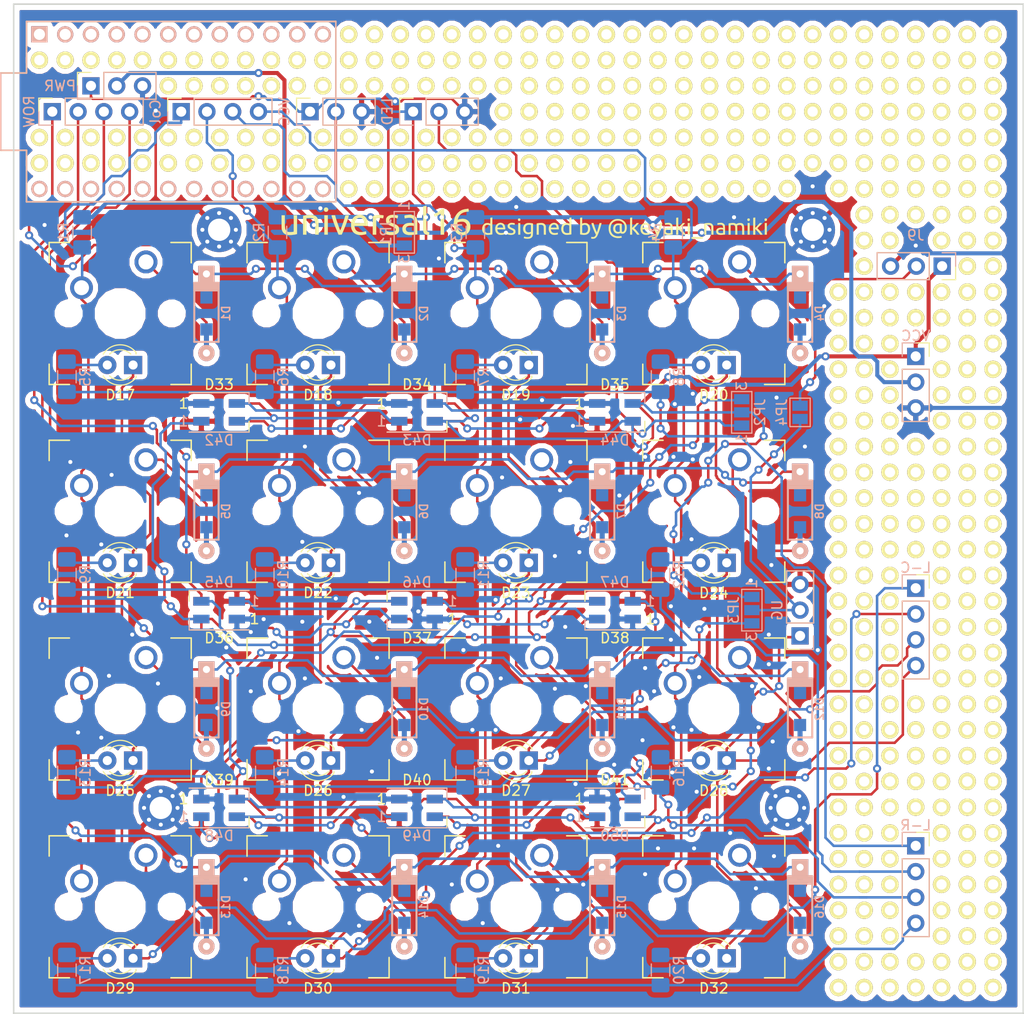
<source format=kicad_pcb>
(kicad_pcb (version 20171130) (host pcbnew 5.0.1)
  (layers (0 F.Cu signal) (31 B.Cu signal) (34 B.Paste user) (35 F.Paste user) (36 B.SilkS user) (37 F.SilkS user) (38 B.Mask user) (39 F.Mask user) (44 Edge.Cuts user))
  (net 0 "")
  (net 1 row0)
  (net 2 "Net-(D1-Pad2)")
  (net 3 "Net-(D2-Pad2)")
  (net 4 "Net-(D3-Pad2)")
  (net 5 "Net-(D4-Pad2)")
  (net 6 row1)
  (net 7 "Net-(D5-Pad2)")
  (net 8 "Net-(D6-Pad2)")
  (net 9 "Net-(D7-Pad2)")
  (net 10 "Net-(D8-Pad2)")
  (net 11 row2)
  (net 12 "Net-(D9-Pad2)")
  (net 13 "Net-(D10-Pad2)")
  (net 14 "Net-(D11-Pad2)")
  (net 15 "Net-(D12-Pad2)")
  (net 16 row3)
  (net 17 "Net-(D13-Pad2)")
  (net 18 "Net-(D14-Pad2)")
  (net 19 "Net-(D15-Pad2)")
  (net 20 "Net-(D16-Pad2)")
  (net 21 LEDcol0)
  (net 22 "Net-(D17-Pad2)")
  (net 23 LEDcol1)
  (net 24 LEDcol2)
  (net 25 "Net-(D18-Pad2)")
  (net 26 LEDcol3)
  (net 27 "Net-(D19-Pad2)")
  (net 28 "Net-(D20-Pad2)")
  (net 29 "Net-(D21-Pad2)")
  (net 30 "Net-(D22-Pad2)")
  (net 31 "Net-(D23-Pad2)")
  (net 32 "Net-(D24-Pad2)")
  (net 33 "Net-(D25-Pad2)")
  (net 34 "Net-(D26-Pad2)")
  (net 35 "Net-(D27-Pad2)")
  (net 36 "Net-(D28-Pad2)")
  (net 37 "Net-(D29-Pad2)")
  (net 38 "Net-(D30-Pad2)")
  (net 39 "Net-(D31-Pad2)")
  (net 40 GND)
  (net 41 5V)
  (net 42 "Net-(D33-Pad3)")
  (net 43 LED)
  (net 44 "Net-(D36-Pad1)")
  (net 45 "Net-(D37-Pad1)")
  (net 46 DOUT)
  (net 47 "Net-(D39-Pad3)")
  (net 48 "Net-(D42-Pad3)")
  (net 49 "Net-(D43-Pad3)")
  (net 50 "Net-(D45-Pad1)")
  (net 51 "Net-(D46-Pad1)")
  (net 52 "Net-(D48-Pad3)")
  (net 53 col0)
  (net 54 col1)
  (net 55 col2)
  (net 56 col3)
  (net 57 LEDrow0)
  (net 58 LEDrow1)
  (net 59 LEDrow2)
  (net 60 LEDrow3)
  (net 61 VCC)
  (net 62 +3V3)
  (net 63 "Net-(D32-Pad2)")
  (net 64 "Net-(D33-Pad1)")
  (net 65 "Net-(D34-Pad3)")
  (net 66 "Net-(D38-Pad1)")
  (net 67 "Net-(D40-Pad3)")
  (net 68 "Net-(D42-Pad1)")
  (net 69 "Net-(D44-Pad3)")
  (net 70 "Net-(D47-Pad1)")
  (net 71 "Net-(D49-Pad3)")
  (net 72 "Net-(U1-Pad1)")
  (net 73 "Net-(U1-Pad2)")
  (net 74 "Net-(U1-Pad3)")
  (net 75 "Net-(U1-Pad4)")
  (net 76 "Net-(U1-Pad5)")
  (net 77 "Net-(U1-Pad6)")
  (net 78 "Net-(U1-Pad7)")
  (net 79 "Net-(U1-Pad8)")
  (net 80 "Net-(U1-Pad9)")
  (net 81 "Net-(U1-Pad10)")
  (net 82 "Net-(U1-Pad11)")
  (net 83 "Net-(U1-Pad12)")
  (net 84 "Net-(U1-Pad13)")
  (net 85 "Net-(U1-Pad14)")
  (net 86 "Net-(U1-Pad15)")
  (net 87 "Net-(U1-Pad16)")
  (net 88 "Net-(U1-Pad17)")
  (net 89 "Net-(U1-Pad18)")
  (net 90 "Net-(U1-Pad19)")
  (net 91 "Net-(U1-Pad20)")
  (net 92 "Net-(U1-Pad21)")
  (net 93 "Net-(U1-Pad22)")
  (net 94 "Net-(U1-Pad23)")
  (net 95 "Net-(U1-Pad24)")
  (net 96 "Net-(D48-Pad1)")
  (net 97 J9)
  (net 98 "Net-(J8-Pad2)")
  (module myfootplint:PinSocket_1x04_P2.54mm_Vertical (layer B.Cu) (at 105.41 71.12 270)
    (fp_text reference Col (at 0 2.54 270) (layer B.SilkS) (effects (justify mirror)))
    (fp_text value Conn_01x04)
    (pad 1 thru_hole rect (at 0 0 270) (size 1.7 1.7) (drill 1) (layers *.Cu *.Mask) (net 53 col0))
    (pad 2 thru_hole oval (at 0 -2.54 270) (size 1.7 1.7) (drill 1) (layers *.Cu *.Mask) (net 54 col1))
    (pad 3 thru_hole oval (at 0 -5.08 270) (size 1.7 1.7) (drill 1) (layers *.Cu *.Mask) (net 55 col2))
    (pad 4 thru_hole oval (at 0 -7.62 270) (size 1.7 1.7) (drill 1) (layers *.Cu *.Mask) (net 56 col3))
  )
  (module keyboard_parts:PIN_1 (layer F.Cu) (at 180.34 147.32 90)
    (fp_text reference P? hide)
    (fp_text value CONN_1 hide)
    (pad 1 thru_hole circle (at 0 0 90) (size 1.7 1.7) (drill 1.016) (layers *.Cu *.Mask F.SilkS))
  )
  (module keyboard_parts:PIN_1 (layer F.Cu) (at 180.34 149.86 90)
    (fp_text reference P? hide)
    (fp_text value CONN_1 hide)
    (pad 1 thru_hole circle (at 0 0 90) (size 1.7 1.7) (drill 1.016) (layers *.Cu *.Mask F.SilkS))
  )
  (module keyboard_parts:PIN_1 (layer F.Cu) (at 180.34 142.24 90)
    (fp_text reference P? hide)
    (fp_text value CONN_1 hide)
    (pad 1 thru_hole circle (at 0 0 90) (size 1.7 1.7) (drill 1.016) (layers *.Cu *.Mask F.SilkS))
  )
  (module keyboard_parts:PIN_1 (layer F.Cu) (at 180.34 152.4 90)
    (fp_text reference P? hide)
    (fp_text value CONN_1 hide)
    (pad 1 thru_hole circle (at 0 0 90) (size 1.7 1.7) (drill 1.016) (layers *.Cu *.Mask F.SilkS))
  )
  (module keyboard_parts:PIN_1 (layer F.Cu) (at 180.34 144.78 90)
    (fp_text reference P? hide)
    (fp_text value CONN_1 hide)
    (pad 1 thru_hole circle (at 0 0 90) (size 1.7 1.7) (drill 1.016) (layers *.Cu *.Mask F.SilkS))
  )
  (module keyboard_parts:PIN_1 (layer F.Cu) (at 121.92 63.5)
    (fp_text reference P? hide)
    (fp_text value CONN_1 hide)
    (pad 1 thru_hole circle (at 0 0) (size 1.7 1.7) (drill 1.016) (layers *.Cu *.Mask F.SilkS))
  )
  (module keyboard_parts:PIN_1 (layer F.Cu) (at 121.92 78.74)
    (fp_text reference P? hide)
    (fp_text value CONN_1 hide)
    (pad 1 thru_hole circle (at 0 0) (size 1.7 1.7) (drill 1.016) (layers *.Cu *.Mask F.SilkS))
  )
  (module keyboard_parts:PIN_1 (layer F.Cu) (at 180.34 139.7 180)
    (fp_text reference P? hide)
    (fp_text value CONN_1 hide)
    (pad 1 thru_hole circle (at 0 0 180) (size 1.7 1.7) (drill 1.016) (layers *.Cu *.Mask F.SilkS))
  )
  (module keyboard_parts:PIN_1 (layer F.Cu) (at 180.34 101.6 90)
    (fp_text reference P? hide)
    (fp_text value CONN_1 hide)
    (pad 1 thru_hole circle (at 0 0 90) (size 1.7 1.7) (drill 1.016) (layers *.Cu *.Mask F.SilkS))
  )
  (module keyboard_parts:PIN_1 (layer F.Cu) (at 180.34 93.98 90)
    (fp_text reference P? hide)
    (fp_text value CONN_1 hide)
    (pad 1 thru_hole circle (at 0 0 90) (size 1.7 1.7) (drill 1.016) (layers *.Cu *.Mask F.SilkS))
  )
  (module keyboard_parts:PIN_1 (layer F.Cu) (at 180.34 99.06 90)
    (fp_text reference P? hide)
    (fp_text value CONN_1 hide)
    (pad 1 thru_hole circle (at 0 0 90) (size 1.7 1.7) (drill 1.016) (layers *.Cu *.Mask F.SilkS))
  )
  (module keyboard_parts:PIN_1 (layer F.Cu) (at 180.34 96.52 90)
    (fp_text reference P? hide)
    (fp_text value CONN_1 hide)
    (pad 1 thru_hole circle (at 0 0 90) (size 1.7 1.7) (drill 1.016) (layers *.Cu *.Mask F.SilkS))
  )
  (module keyboard_parts:PIN_1 (layer F.Cu) (at 180.34 129.54 90)
    (fp_text reference P? hide)
    (fp_text value CONN_1 hide)
    (pad 1 thru_hole circle (at 0 0 90) (size 1.7 1.7) (drill 1.016) (layers *.Cu *.Mask F.SilkS))
  )
  (module keyboard_parts:PIN_1 (layer F.Cu) (at 180.34 137.16 90)
    (fp_text reference P? hide)
    (fp_text value CONN_1 hide)
    (pad 1 thru_hole circle (at 0 0 90) (size 1.7 1.7) (drill 1.016) (layers *.Cu *.Mask F.SilkS))
  )
  (module keyboard_parts:PIN_1 (layer F.Cu) (at 180.34 111.76 90)
    (fp_text reference P? hide)
    (fp_text value CONN_1 hide)
    (pad 1 thru_hole circle (at 0 0 90) (size 1.7 1.7) (drill 1.016) (layers *.Cu *.Mask F.SilkS))
  )
  (module keyboard_parts:PIN_1 (layer F.Cu) (at 180.34 109.22 90)
    (fp_text reference P? hide)
    (fp_text value CONN_1 hide)
    (pad 1 thru_hole circle (at 0 0 90) (size 1.7 1.7) (drill 1.016) (layers *.Cu *.Mask F.SilkS))
  )
  (module keyboard_parts:PIN_1 (layer F.Cu) (at 180.34 114.3 90)
    (fp_text reference P? hide)
    (fp_text value CONN_1 hide)
    (pad 1 thru_hole circle (at 0 0 90) (size 1.7 1.7) (drill 1.016) (layers *.Cu *.Mask F.SilkS))
  )
  (module keyboard_parts:PIN_1 (layer F.Cu) (at 180.34 134.62 180)
    (fp_text reference P? hide)
    (fp_text value CONN_1 hide)
    (pad 1 thru_hole circle (at 0 0 180) (size 1.7 1.7) (drill 1.016) (layers *.Cu *.Mask F.SilkS))
  )
  (module keyboard_parts:PIN_1 (layer F.Cu) (at 180.34 132.08 180)
    (fp_text reference P? hide)
    (fp_text value CONN_1 hide)
    (pad 1 thru_hole circle (at 0 0 180) (size 1.7 1.7) (drill 1.016) (layers *.Cu *.Mask F.SilkS))
  )
  (module Jumper:SolderJumper-3_P1.3mm_Open_Pad1.0x1.5mm_NumberLabels (layer B.Cu) (at 160.65 100.77 90)
    (fp_text reference JP2 (at 0 1.8 90) (layer B.SilkS) (effects (justify mirror)))
    (fp_text value SolderJumper_3_Open)
    (fp_text user 1 (at -2.6 0 90) (layer B.SilkS) (effects (justify mirror)))
    (fp_text user 3 (at 2.6 0 90) (layer B.SilkS) (effects (justify mirror)))
    (pad 1 smd rect (at -1.3 0 90) (size 1 1.5) (layers B.Cu B.Mask) (net 43 LED))
    (pad 2 smd rect (at 0 0 90) (size 1 1.5) (layers B.Cu B.Mask) (net 69 "Net-(D44-Pad3)"))
    (pad 3 smd rect (at 1.3 0 90) (size 1 1.5) (layers B.Cu B.Mask) (net 46 DOUT))
  )
  (module keyboard_parts:PIN_1 (layer F.Cu) (at 185.42 121.92 90)
    (fp_text reference P? hide)
    (fp_text value CONN_1 hide)
    (pad 1 thru_hole circle (at 0 0 90) (size 1.7 1.7) (drill 1.016) (layers *.Cu *.Mask F.SilkS))
  )
  (module keyboard_parts:PIN_1 (layer F.Cu) (at 182.88 121.92 90)
    (fp_text reference P? hide)
    (fp_text value CONN_1 hide)
    (pad 1 thru_hole circle (at 0 0 90) (size 1.7 1.7) (drill 1.016) (layers *.Cu *.Mask F.SilkS))
  )
  (module keyboard_parts:PIN_1 (layer F.Cu) (at 180.34 119.38 90)
    (fp_text reference P? hide)
    (fp_text value CONN_1 hide)
    (pad 1 thru_hole circle (at 0 0 90) (size 1.7 1.7) (drill 1.016) (layers *.Cu *.Mask F.SilkS))
  )
  (module keyboard_parts:PIN_1 (layer F.Cu) (at 170.18 119.38 90)
    (fp_text reference P? hide)
    (fp_text value CONN_1 hide)
    (pad 1 thru_hole circle (at 0 0 90) (size 1.7 1.7) (drill 1.016) (layers *.Cu *.Mask F.SilkS))
  )
  (module keyboard_parts:PIN_1 (layer F.Cu) (at 175.26 119.38 90)
    (fp_text reference P? hide)
    (fp_text value CONN_1 hide)
    (pad 1 thru_hole circle (at 0 0 90) (size 1.7 1.7) (drill 1.016) (layers *.Cu *.Mask F.SilkS))
  )
  (module keyboard_parts:PIN_1 (layer F.Cu) (at 170.18 121.92 90)
    (fp_text reference P? hide)
    (fp_text value CONN_1 hide)
    (pad 1 thru_hole circle (at 0 0 90) (size 1.7 1.7) (drill 1.016) (layers *.Cu *.Mask F.SilkS))
  )
  (module keyboard_parts:PIN_1 (layer F.Cu) (at 172.72 121.92 90)
    (fp_text reference P? hide)
    (fp_text value CONN_1 hide)
    (pad 1 thru_hole circle (at 0 0 90) (size 1.7 1.7) (drill 1.016) (layers *.Cu *.Mask F.SilkS))
  )
  (module keyboard_parts:PIN_1 (layer F.Cu) (at 170.18 116.84 90)
    (fp_text reference P? hide)
    (fp_text value CONN_1 hide)
    (pad 1 thru_hole circle (at 0 0 90) (size 1.7 1.7) (drill 1.016) (layers *.Cu *.Mask F.SilkS))
  )
  (module keyboard_parts:PIN_1 (layer F.Cu) (at 175.26 111.76 90)
    (fp_text reference P? hide)
    (fp_text value CONN_1 hide)
    (pad 1 thru_hole circle (at 0 0 90) (size 1.7 1.7) (drill 1.016) (layers *.Cu *.Mask F.SilkS))
  )
  (module keyboard_parts:PIN_1 (layer F.Cu) (at 177.8 111.76 90)
    (fp_text reference P? hide)
    (fp_text value CONN_1 hide)
    (pad 1 thru_hole circle (at 0 0 90) (size 1.7 1.7) (drill 1.016) (layers *.Cu *.Mask F.SilkS))
  )
  (module keyboard_parts:PIN_1 (layer F.Cu) (at 172.72 111.76 90)
    (fp_text reference P? hide)
    (fp_text value CONN_1 hide)
    (pad 1 thru_hole circle (at 0 0 90) (size 1.7 1.7) (drill 1.016) (layers *.Cu *.Mask F.SilkS))
  )
  (module keyboard_parts:PIN_1 (layer F.Cu) (at 175.26 116.84 90)
    (fp_text reference P? hide)
    (fp_text value CONN_1 hide)
    (pad 1 thru_hole circle (at 0 0 90) (size 1.7 1.7) (drill 1.016) (layers *.Cu *.Mask F.SilkS))
  )
  (module keyboard_parts:PIN_1 (layer F.Cu) (at 175.26 114.3 90)
    (fp_text reference P? hide)
    (fp_text value CONN_1 hide)
    (pad 1 thru_hole circle (at 0 0 90) (size 1.7 1.7) (drill 1.016) (layers *.Cu *.Mask F.SilkS))
  )
  (module keyboard_parts:PIN_1 (layer F.Cu) (at 172.72 119.38 90)
    (fp_text reference P? hide)
    (fp_text value CONN_1 hide)
    (pad 1 thru_hole circle (at 0 0 90) (size 1.7 1.7) (drill 1.016) (layers *.Cu *.Mask F.SilkS))
  )
  (module keyboard_parts:PIN_1 (layer F.Cu) (at 172.72 114.3 90)
    (fp_text reference P? hide)
    (fp_text value CONN_1 hide)
    (pad 1 thru_hole circle (at 0 0 90) (size 1.7 1.7) (drill 1.016) (layers *.Cu *.Mask F.SilkS))
  )
  (module keyboard_parts:PIN_1 (layer F.Cu) (at 172.72 109.22 90)
    (fp_text reference P? hide)
    (fp_text value CONN_1 hide)
    (pad 1 thru_hole circle (at 0 0 90) (size 1.7 1.7) (drill 1.016) (layers *.Cu *.Mask F.SilkS))
  )
  (module keyboard_parts:PIN_1 (layer F.Cu) (at 170.18 114.3 90)
    (fp_text reference P? hide)
    (fp_text value CONN_1 hide)
    (pad 1 thru_hole circle (at 0 0 90) (size 1.7 1.7) (drill 1.016) (layers *.Cu *.Mask F.SilkS))
  )
  (module keyboard_parts:PIN_1 (layer F.Cu) (at 177.8 114.3 90)
    (fp_text reference P? hide)
    (fp_text value CONN_1 hide)
    (pad 1 thru_hole circle (at 0 0 90) (size 1.7 1.7) (drill 1.016) (layers *.Cu *.Mask F.SilkS))
  )
  (module keyboard_parts:PIN_1 (layer F.Cu) (at 177.8 109.22 90)
    (fp_text reference P? hide)
    (fp_text value CONN_1 hide)
    (pad 1 thru_hole circle (at 0 0 90) (size 1.7 1.7) (drill 1.016) (layers *.Cu *.Mask F.SilkS))
  )
  (module keyboard_parts:PIN_1 (layer F.Cu) (at 170.18 111.76 90)
    (fp_text reference P? hide)
    (fp_text value CONN_1 hide)
    (pad 1 thru_hole circle (at 0 0 90) (size 1.7 1.7) (drill 1.016) (layers *.Cu *.Mask F.SilkS))
  )
  (module keyboard_parts:PIN_1 (layer F.Cu) (at 180.34 121.92 90)
    (fp_text reference P? hide)
    (fp_text value CONN_1 hide)
    (pad 1 thru_hole circle (at 0 0 90) (size 1.7 1.7) (drill 1.016) (layers *.Cu *.Mask F.SilkS))
  )
  (module keyboard_parts:PIN_1 (layer F.Cu) (at 180.34 116.84 90)
    (fp_text reference P? hide)
    (fp_text value CONN_1 hide)
    (pad 1 thru_hole circle (at 0 0 90) (size 1.7 1.7) (drill 1.016) (layers *.Cu *.Mask F.SilkS))
  )
  (module keyboard_parts:PIN_1 (layer F.Cu) (at 175.26 121.92 90)
    (fp_text reference P? hide)
    (fp_text value CONN_1 hide)
    (pad 1 thru_hole circle (at 0 0 90) (size 1.7 1.7) (drill 1.016) (layers *.Cu *.Mask F.SilkS))
  )
  (module keyboard_parts:PIN_1 (layer F.Cu) (at 170.18 109.22 90)
    (fp_text reference P? hide)
    (fp_text value CONN_1 hide)
    (pad 1 thru_hole circle (at 0 0 90) (size 1.7 1.7) (drill 1.016) (layers *.Cu *.Mask F.SilkS))
  )
  (module keyboard_parts:PIN_1 (layer F.Cu) (at 172.72 116.84 90)
    (fp_text reference P? hide)
    (fp_text value CONN_1 hide)
    (pad 1 thru_hole circle (at 0 0 90) (size 1.7 1.7) (drill 1.016) (layers *.Cu *.Mask F.SilkS))
  )
  (module keyboard_parts:PIN_1 (layer F.Cu) (at 175.26 109.22 90)
    (fp_text reference P? hide)
    (fp_text value CONN_1 hide)
    (pad 1 thru_hole circle (at 0 0 90) (size 1.7 1.7) (drill 1.016) (layers *.Cu *.Mask F.SilkS))
  )
  (module keyboard_parts:PIN_1 (layer F.Cu) (at 185.42 109.22 90)
    (fp_text reference P? hide)
    (fp_text value CONN_1 hide)
    (pad 1 thru_hole circle (at 0 0 90) (size 1.7 1.7) (drill 1.016) (layers *.Cu *.Mask F.SilkS))
  )
  (module keyboard_parts:PIN_1 (layer F.Cu) (at 182.88 119.38 90)
    (fp_text reference P? hide)
    (fp_text value CONN_1 hide)
    (pad 1 thru_hole circle (at 0 0 90) (size 1.7 1.7) (drill 1.016) (layers *.Cu *.Mask F.SilkS))
  )
  (module keyboard_parts:PIN_1 (layer F.Cu) (at 182.88 111.76 90)
    (fp_text reference P? hide)
    (fp_text value CONN_1 hide)
    (pad 1 thru_hole circle (at 0 0 90) (size 1.7 1.7) (drill 1.016) (layers *.Cu *.Mask F.SilkS))
  )
  (module keyboard_parts:PIN_1 (layer F.Cu) (at 185.42 116.84 90)
    (fp_text reference P? hide)
    (fp_text value CONN_1 hide)
    (pad 1 thru_hole circle (at 0 0 90) (size 1.7 1.7) (drill 1.016) (layers *.Cu *.Mask F.SilkS))
  )
  (module keyboard_parts:PIN_1 (layer F.Cu) (at 182.88 114.3 90)
    (fp_text reference P? hide)
    (fp_text value CONN_1 hide)
    (pad 1 thru_hole circle (at 0 0 90) (size 1.7 1.7) (drill 1.016) (layers *.Cu *.Mask F.SilkS))
  )
  (module keyboard_parts:PIN_1 (layer F.Cu) (at 182.88 109.22 90)
    (fp_text reference P? hide)
    (fp_text value CONN_1 hide)
    (pad 1 thru_hole circle (at 0 0 90) (size 1.7 1.7) (drill 1.016) (layers *.Cu *.Mask F.SilkS))
  )
  (module keyboard_parts:PIN_1 (layer F.Cu) (at 185.42 111.76 90)
    (fp_text reference P? hide)
    (fp_text value CONN_1 hide)
    (pad 1 thru_hole circle (at 0 0 90) (size 1.7 1.7) (drill 1.016) (layers *.Cu *.Mask F.SilkS))
  )
  (module keyboard_parts:PIN_1 (layer F.Cu) (at 182.88 116.84 90)
    (fp_text reference P? hide)
    (fp_text value CONN_1 hide)
    (pad 1 thru_hole circle (at 0 0 90) (size 1.7 1.7) (drill 1.016) (layers *.Cu *.Mask F.SilkS))
  )
  (module keyboard_parts:PIN_1 (layer F.Cu) (at 185.42 119.38 90)
    (fp_text reference P? hide)
    (fp_text value CONN_1 hide)
    (pad 1 thru_hole circle (at 0 0 90) (size 1.7 1.7) (drill 1.016) (layers *.Cu *.Mask F.SilkS))
  )
  (module keyboard_parts:PIN_1 (layer F.Cu) (at 185.42 114.3 90)
    (fp_text reference P? hide)
    (fp_text value CONN_1 hide)
    (pad 1 thru_hole circle (at 0 0 90) (size 1.7 1.7) (drill 1.016) (layers *.Cu *.Mask F.SilkS))
  )
  (module keyboard_parts:PIN_1 (layer F.Cu) (at 167.64 63.5)
    (fp_text reference P? hide)
    (fp_text value CONN_1 hide)
    (pad 1 thru_hole circle (at 0 0) (size 1.7 1.7) (drill 1.016) (layers *.Cu *.Mask F.SilkS))
  )
  (module keyboard_parts:PIN_1 (layer F.Cu) (at 167.64 68.58)
    (fp_text reference P? hide)
    (fp_text value CONN_1 hide)
    (pad 1 thru_hole circle (at 0 0) (size 1.7 1.7) (drill 1.016) (layers *.Cu *.Mask F.SilkS))
  )
  (module keyboard_parts:PIN_1 (layer F.Cu) (at 167.64 71.12)
    (fp_text reference P? hide)
    (fp_text value CONN_1 hide)
    (pad 1 thru_hole circle (at 0 0) (size 1.7 1.7) (drill 1.016) (layers *.Cu *.Mask F.SilkS))
  )
  (module keyboard_parts:PIN_1 (layer F.Cu) (at 167.64 73.66)
    (fp_text reference P? hide)
    (fp_text value CONN_1 hide)
    (pad 1 thru_hole circle (at 0 0) (size 1.7 1.7) (drill 1.016) (layers *.Cu *.Mask F.SilkS))
  )
  (module keyboard_parts:PIN_1 (layer F.Cu) (at 167.64 76.2)
    (fp_text reference P? hide)
    (fp_text value CONN_1 hide)
    (pad 1 thru_hole circle (at 0 0) (size 1.7 1.7) (drill 1.016) (layers *.Cu *.Mask F.SilkS))
  )
  (module keyboard_parts:PIN_1 (layer F.Cu) (at 167.64 66.04)
    (fp_text reference P? hide)
    (fp_text value CONN_1 hide)
    (pad 1 thru_hole circle (at 0 0) (size 1.7 1.7) (drill 1.016) (layers *.Cu *.Mask F.SilkS))
  )
  (module keyboard_parts:PIN_1 (layer F.Cu) (at 170.18 144.78 90)
    (fp_text reference P? hide)
    (fp_text value CONN_1 hide)
    (pad 1 thru_hole circle (at 0 0 90) (size 1.7 1.7) (drill 1.016) (layers *.Cu *.Mask F.SilkS))
  )
  (module keyboard_parts:PIN_1 (layer F.Cu) (at 172.72 134.62 90)
    (fp_text reference P? hide)
    (fp_text value CONN_1 hide)
    (pad 1 thru_hole circle (at 0 0 90) (size 1.7 1.7) (drill 1.016) (layers *.Cu *.Mask F.SilkS))
  )
  (module keyboard_parts:PIN_1 (layer F.Cu) (at 172.72 157.48 90)
    (fp_text reference P? hide)
    (fp_text value CONN_1 hide)
    (pad 1 thru_hole circle (at 0 0 90) (size 1.7 1.7) (drill 1.016) (layers *.Cu *.Mask F.SilkS))
  )
  (module keyboard_parts:PIN_1 (layer F.Cu) (at 170.18 134.62 90)
    (fp_text reference P? hide)
    (fp_text value CONN_1 hide)
    (pad 1 thru_hole circle (at 0 0 90) (size 1.7 1.7) (drill 1.016) (layers *.Cu *.Mask F.SilkS))
  )
  (module keyboard_parts:PIN_1 (layer F.Cu) (at 172.72 142.24 90)
    (fp_text reference P? hide)
    (fp_text value CONN_1 hide)
    (pad 1 thru_hole circle (at 0 0 90) (size 1.7 1.7) (drill 1.016) (layers *.Cu *.Mask F.SilkS))
  )
  (module keyboard_parts:PIN_1 (layer F.Cu) (at 170.18 149.86 90)
    (fp_text reference P? hide)
    (fp_text value CONN_1 hide)
    (pad 1 thru_hole circle (at 0 0 90) (size 1.7 1.7) (drill 1.016) (layers *.Cu *.Mask F.SilkS))
  )
  (module keyboard_parts:PIN_1 (layer F.Cu) (at 170.18 127 90)
    (fp_text reference P? hide)
    (fp_text value CONN_1 hide)
    (pad 1 thru_hole circle (at 0 0 90) (size 1.7 1.7) (drill 1.016) (layers *.Cu *.Mask F.SilkS))
  )
  (module keyboard_parts:PIN_1 (layer F.Cu) (at 170.18 147.32 90)
    (fp_text reference P? hide)
    (fp_text value CONN_1 hide)
    (pad 1 thru_hole circle (at 0 0 90) (size 1.7 1.7) (drill 1.016) (layers *.Cu *.Mask F.SilkS))
  )
  (module keyboard_parts:PIN_1 (layer F.Cu) (at 172.72 147.32 90)
    (fp_text reference P? hide)
    (fp_text value CONN_1 hide)
    (pad 1 thru_hole circle (at 0 0 90) (size 1.7 1.7) (drill 1.016) (layers *.Cu *.Mask F.SilkS))
  )
  (module keyboard_parts:PIN_1 (layer F.Cu) (at 172.72 127 90)
    (fp_text reference P? hide)
    (fp_text value CONN_1 hide)
    (pad 1 thru_hole circle (at 0 0 90) (size 1.7 1.7) (drill 1.016) (layers *.Cu *.Mask F.SilkS))
  )
  (module keyboard_parts:PIN_1 (layer F.Cu) (at 170.18 132.08 90)
    (fp_text reference P? hide)
    (fp_text value CONN_1 hide)
    (pad 1 thru_hole circle (at 0 0 90) (size 1.7 1.7) (drill 1.016) (layers *.Cu *.Mask F.SilkS))
  )
  (module keyboard_parts:PIN_1 (layer F.Cu) (at 170.18 129.54 90)
    (fp_text reference P? hide)
    (fp_text value CONN_1 hide)
    (pad 1 thru_hole circle (at 0 0 90) (size 1.7 1.7) (drill 1.016) (layers *.Cu *.Mask F.SilkS))
  )
  (module keyboard_parts:PIN_1 (layer F.Cu) (at 172.72 129.54 90)
    (fp_text reference P? hide)
    (fp_text value CONN_1 hide)
    (pad 1 thru_hole circle (at 0 0 90) (size 1.7 1.7) (drill 1.016) (layers *.Cu *.Mask F.SilkS))
  )
  (module keyboard_parts:PIN_1 (layer F.Cu) (at 170.18 152.4 90)
    (fp_text reference P? hide)
    (fp_text value CONN_1 hide)
    (pad 1 thru_hole circle (at 0 0 90) (size 1.7 1.7) (drill 1.016) (layers *.Cu *.Mask F.SilkS))
  )
  (module keyboard_parts:PIN_1 (layer F.Cu) (at 170.18 139.7 90)
    (fp_text reference P? hide)
    (fp_text value CONN_1 hide)
    (pad 1 thru_hole circle (at 0 0 90) (size 1.7 1.7) (drill 1.016) (layers *.Cu *.Mask F.SilkS))
  )
  (module keyboard_parts:PIN_1 (layer F.Cu) (at 172.72 139.7 90)
    (fp_text reference P? hide)
    (fp_text value CONN_1 hide)
    (pad 1 thru_hole circle (at 0 0 90) (size 1.7 1.7) (drill 1.016) (layers *.Cu *.Mask F.SilkS))
  )
  (module keyboard_parts:PIN_1 (layer F.Cu) (at 172.72 149.86 90)
    (fp_text reference P? hide)
    (fp_text value CONN_1 hide)
    (pad 1 thru_hole circle (at 0 0 90) (size 1.7 1.7) (drill 1.016) (layers *.Cu *.Mask F.SilkS))
  )
  (module keyboard_parts:PIN_1 (layer F.Cu) (at 172.72 124.46 90)
    (fp_text reference P? hide)
    (fp_text value CONN_1 hide)
    (pad 1 thru_hole circle (at 0 0 90) (size 1.7 1.7) (drill 1.016) (layers *.Cu *.Mask F.SilkS))
  )
  (module keyboard_parts:PIN_1 (layer F.Cu) (at 170.18 142.24 90)
    (fp_text reference P? hide)
    (fp_text value CONN_1 hide)
    (pad 1 thru_hole circle (at 0 0 90) (size 1.7 1.7) (drill 1.016) (layers *.Cu *.Mask F.SilkS))
  )
  (module keyboard_parts:PIN_1 (layer F.Cu) (at 172.72 144.78 90)
    (fp_text reference P? hide)
    (fp_text value CONN_1 hide)
    (pad 1 thru_hole circle (at 0 0 90) (size 1.7 1.7) (drill 1.016) (layers *.Cu *.Mask F.SilkS))
  )
  (module keyboard_parts:PIN_1 (layer F.Cu) (at 172.72 137.16 90)
    (fp_text reference P? hide)
    (fp_text value CONN_1 hide)
    (pad 1 thru_hole circle (at 0 0 90) (size 1.7 1.7) (drill 1.016) (layers *.Cu *.Mask F.SilkS))
  )
  (module keyboard_parts:PIN_1 (layer F.Cu) (at 172.72 154.94 90)
    (fp_text reference P? hide)
    (fp_text value CONN_1 hide)
    (pad 1 thru_hole circle (at 0 0 90) (size 1.7 1.7) (drill 1.016) (layers *.Cu *.Mask F.SilkS))
  )
  (module keyboard_parts:PIN_1 (layer F.Cu) (at 172.72 132.08 90)
    (fp_text reference P? hide)
    (fp_text value CONN_1 hide)
    (pad 1 thru_hole circle (at 0 0 90) (size 1.7 1.7) (drill 1.016) (layers *.Cu *.Mask F.SilkS))
  )
  (module keyboard_parts:PIN_1 (layer F.Cu) (at 170.18 137.16 90)
    (fp_text reference P? hide)
    (fp_text value CONN_1 hide)
    (pad 1 thru_hole circle (at 0 0 90) (size 1.7 1.7) (drill 1.016) (layers *.Cu *.Mask F.SilkS))
  )
  (module keyboard_parts:PIN_1 (layer F.Cu) (at 172.72 152.4 90)
    (fp_text reference P? hide)
    (fp_text value CONN_1 hide)
    (pad 1 thru_hole circle (at 0 0 90) (size 1.7 1.7) (drill 1.016) (layers *.Cu *.Mask F.SilkS))
  )
  (module keyboard_parts:PIN_1 (layer F.Cu) (at 170.18 157.48 90)
    (fp_text reference P? hide)
    (fp_text value CONN_1 hide)
    (pad 1 thru_hole circle (at 0 0 90) (size 1.7 1.7) (drill 1.016) (layers *.Cu *.Mask F.SilkS))
  )
  (module keyboard_parts:PIN_1 (layer F.Cu) (at 170.18 124.46 90)
    (fp_text reference P? hide)
    (fp_text value CONN_1 hide)
    (pad 1 thru_hole circle (at 0 0 90) (size 1.7 1.7) (drill 1.016) (layers *.Cu *.Mask F.SilkS))
  )
  (module keyboard_parts:PIN_1 (layer F.Cu) (at 170.18 154.94 90)
    (fp_text reference P? hide)
    (fp_text value CONN_1 hide)
    (pad 1 thru_hole circle (at 0 0 90) (size 1.7 1.7) (drill 1.016) (layers *.Cu *.Mask F.SilkS))
  )
  (module keyboard_parts:PIN_1 (layer F.Cu) (at 177.8 139.7 90)
    (fp_text reference P? hide)
    (fp_text value CONN_1 hide)
    (pad 1 thru_hole circle (at 0 0 90) (size 1.7 1.7) (drill 1.016) (layers *.Cu *.Mask F.SilkS))
  )
  (module keyboard_parts:PIN_1 (layer F.Cu) (at 180.34 124.46 90)
    (fp_text reference P? hide)
    (fp_text value CONN_1 hide)
    (pad 1 thru_hole circle (at 0 0 90) (size 1.7 1.7) (drill 1.016) (layers *.Cu *.Mask F.SilkS))
  )
  (module keyboard_parts:PIN_1 (layer F.Cu) (at 175.26 152.4 90)
    (fp_text reference P? hide)
    (fp_text value CONN_1 hide)
    (pad 1 thru_hole circle (at 0 0 90) (size 1.7 1.7) (drill 1.016) (layers *.Cu *.Mask F.SilkS))
  )
  (module keyboard_parts:PIN_1 (layer F.Cu) (at 177.8 154.94 90)
    (fp_text reference P? hide)
    (fp_text value CONN_1 hide)
    (pad 1 thru_hole circle (at 0 0 90) (size 1.7 1.7) (drill 1.016) (layers *.Cu *.Mask F.SilkS))
  )
  (module keyboard_parts:PIN_1 (layer F.Cu) (at 175.26 149.86 90)
    (fp_text reference P? hide)
    (fp_text value CONN_1 hide)
    (pad 1 thru_hole circle (at 0 0 90) (size 1.7 1.7) (drill 1.016) (layers *.Cu *.Mask F.SilkS))
  )
  (module keyboard_parts:PIN_1 (layer F.Cu) (at 175.26 134.62 90)
    (fp_text reference P? hide)
    (fp_text value CONN_1 hide)
    (pad 1 thru_hole circle (at 0 0 90) (size 1.7 1.7) (drill 1.016) (layers *.Cu *.Mask F.SilkS))
  )
  (module keyboard_parts:PIN_1 (layer F.Cu) (at 177.8 137.16 90)
    (fp_text reference P? hide)
    (fp_text value CONN_1 hide)
    (pad 1 thru_hole circle (at 0 0 90) (size 1.7 1.7) (drill 1.016) (layers *.Cu *.Mask F.SilkS))
  )
  (module keyboard_parts:PIN_1 (layer F.Cu) (at 175.26 127 90)
    (fp_text reference P? hide)
    (fp_text value CONN_1 hide)
    (pad 1 thru_hole circle (at 0 0 90) (size 1.7 1.7) (drill 1.016) (layers *.Cu *.Mask F.SilkS))
  )
  (module keyboard_parts:PIN_1 (layer F.Cu) (at 177.8 132.08 90)
    (fp_text reference P? hide)
    (fp_text value CONN_1 hide)
    (pad 1 thru_hole circle (at 0 0 90) (size 1.7 1.7) (drill 1.016) (layers *.Cu *.Mask F.SilkS))
  )
  (module keyboard_parts:PIN_1 (layer F.Cu) (at 177.8 157.48 90)
    (fp_text reference P? hide)
    (fp_text value CONN_1 hide)
    (pad 1 thru_hole circle (at 0 0 90) (size 1.7 1.7) (drill 1.016) (layers *.Cu *.Mask F.SilkS))
  )
  (module keyboard_parts:PIN_1 (layer F.Cu) (at 175.26 129.54 90)
    (fp_text reference P? hide)
    (fp_text value CONN_1 hide)
    (pad 1 thru_hole circle (at 0 0 90) (size 1.7 1.7) (drill 1.016) (layers *.Cu *.Mask F.SilkS))
  )
  (module keyboard_parts:PIN_1 (layer F.Cu) (at 175.26 124.46 90)
    (fp_text reference P? hide)
    (fp_text value CONN_1 hide)
    (pad 1 thru_hole circle (at 0 0 90) (size 1.7 1.7) (drill 1.016) (layers *.Cu *.Mask F.SilkS))
  )
  (module keyboard_parts:PIN_1 (layer F.Cu) (at 180.34 127 90)
    (fp_text reference P? hide)
    (fp_text value CONN_1 hide)
    (pad 1 thru_hole circle (at 0 0 90) (size 1.7 1.7) (drill 1.016) (layers *.Cu *.Mask F.SilkS))
  )
  (module keyboard_parts:PIN_1 (layer F.Cu) (at 175.26 142.24 90)
    (fp_text reference P? hide)
    (fp_text value CONN_1 hide)
    (pad 1 thru_hole circle (at 0 0 90) (size 1.7 1.7) (drill 1.016) (layers *.Cu *.Mask F.SilkS))
  )
  (module keyboard_parts:PIN_1 (layer F.Cu) (at 175.26 144.78 90)
    (fp_text reference P? hide)
    (fp_text value CONN_1 hide)
    (pad 1 thru_hole circle (at 0 0 90) (size 1.7 1.7) (drill 1.016) (layers *.Cu *.Mask F.SilkS))
  )
  (module keyboard_parts:PIN_1 (layer F.Cu) (at 175.26 139.7 90)
    (fp_text reference P? hide)
    (fp_text value CONN_1 hide)
    (pad 1 thru_hole circle (at 0 0 90) (size 1.7 1.7) (drill 1.016) (layers *.Cu *.Mask F.SilkS))
  )
  (module keyboard_parts:PIN_1 (layer F.Cu) (at 175.26 132.08 90)
    (fp_text reference P? hide)
    (fp_text value CONN_1 hide)
    (pad 1 thru_hole circle (at 0 0 90) (size 1.7 1.7) (drill 1.016) (layers *.Cu *.Mask F.SilkS))
  )
  (module keyboard_parts:PIN_1 (layer F.Cu) (at 175.26 154.94 90)
    (fp_text reference P? hide)
    (fp_text value CONN_1 hide)
    (pad 1 thru_hole circle (at 0 0 90) (size 1.7 1.7) (drill 1.016) (layers *.Cu *.Mask F.SilkS))
  )
  (module keyboard_parts:PIN_1 (layer F.Cu) (at 175.26 137.16 90)
    (fp_text reference P? hide)
    (fp_text value CONN_1 hide)
    (pad 1 thru_hole circle (at 0 0 90) (size 1.7 1.7) (drill 1.016) (layers *.Cu *.Mask F.SilkS))
  )
  (module keyboard_parts:PIN_1 (layer F.Cu) (at 175.26 147.32 90)
    (fp_text reference P? hide)
    (fp_text value CONN_1 hide)
    (pad 1 thru_hole circle (at 0 0 90) (size 1.7 1.7) (drill 1.016) (layers *.Cu *.Mask F.SilkS))
  )
  (module keyboard_parts:PIN_1 (layer F.Cu) (at 177.8 134.62 90)
    (fp_text reference P? hide)
    (fp_text value CONN_1 hide)
    (pad 1 thru_hole circle (at 0 0 90) (size 1.7 1.7) (drill 1.016) (layers *.Cu *.Mask F.SilkS))
  )
  (module keyboard_parts:PIN_1 (layer F.Cu) (at 177.8 129.54 90)
    (fp_text reference P? hide)
    (fp_text value CONN_1 hide)
    (pad 1 thru_hole circle (at 0 0 90) (size 1.7 1.7) (drill 1.016) (layers *.Cu *.Mask F.SilkS))
  )
  (module keyboard_parts:PIN_1 (layer F.Cu) (at 175.26 157.48 90)
    (fp_text reference P? hide)
    (fp_text value CONN_1 hide)
    (pad 1 thru_hole circle (at 0 0 90) (size 1.7 1.7) (drill 1.016) (layers *.Cu *.Mask F.SilkS))
  )
  (module keyboard_parts:PIN_1 (layer F.Cu) (at 177.8 106.68 90)
    (fp_text reference P? hide)
    (fp_text value CONN_1 hide)
    (pad 1 thru_hole circle (at 0 0 90) (size 1.7 1.7) (drill 1.016) (layers *.Cu *.Mask F.SilkS))
  )
  (module keyboard_parts:PIN_1 (layer F.Cu) (at 172.72 106.68 90)
    (fp_text reference P? hide)
    (fp_text value CONN_1 hide)
    (pad 1 thru_hole circle (at 0 0 90) (size 1.7 1.7) (drill 1.016) (layers *.Cu *.Mask F.SilkS))
  )
  (module keyboard_parts:PIN_1 (layer F.Cu) (at 185.42 106.68 90)
    (fp_text reference P? hide)
    (fp_text value CONN_1 hide)
    (pad 1 thru_hole circle (at 0 0 90) (size 1.7 1.7) (drill 1.016) (layers *.Cu *.Mask F.SilkS))
  )
  (module keyboard_parts:PIN_1 (layer F.Cu) (at 182.88 106.68 90)
    (fp_text reference P? hide)
    (fp_text value CONN_1 hide)
    (pad 1 thru_hole circle (at 0 0 90) (size 1.7 1.7) (drill 1.016) (layers *.Cu *.Mask F.SilkS))
  )
  (module keyboard_parts:PIN_1 (layer F.Cu) (at 170.18 106.68 90)
    (fp_text reference P? hide)
    (fp_text value CONN_1 hide)
    (pad 1 thru_hole circle (at 0 0 90) (size 1.7 1.7) (drill 1.016) (layers *.Cu *.Mask F.SilkS))
  )
  (module keyboard_parts:PIN_1 (layer F.Cu) (at 175.26 106.68 90)
    (fp_text reference P? hide)
    (fp_text value CONN_1 hide)
    (pad 1 thru_hole circle (at 0 0 90) (size 1.7 1.7) (drill 1.016) (layers *.Cu *.Mask F.SilkS))
  )
  (module keyboard_parts:PIN_1 (layer F.Cu) (at 175.26 99.06 90)
    (fp_text reference P? hide)
    (fp_text value CONN_1 hide)
    (pad 1 thru_hole circle (at 0 0 90) (size 1.7 1.7) (drill 1.016) (layers *.Cu *.Mask F.SilkS))
  )
  (module keyboard_parts:PIN_1 (layer F.Cu) (at 172.72 101.6 90)
    (fp_text reference P? hide)
    (fp_text value CONN_1 hide)
    (pad 1 thru_hole circle (at 0 0 90) (size 1.7 1.7) (drill 1.016) (layers *.Cu *.Mask F.SilkS))
  )
  (module keyboard_parts:PIN_1 (layer F.Cu) (at 175.26 104.14 90)
    (fp_text reference P? hide)
    (fp_text value CONN_1 hide)
    (pad 1 thru_hole circle (at 0 0 90) (size 1.7 1.7) (drill 1.016) (layers *.Cu *.Mask F.SilkS))
  )
  (module keyboard_parts:PIN_1 (layer F.Cu) (at 172.72 99.06 90)
    (fp_text reference P? hide)
    (fp_text value CONN_1 hide)
    (pad 1 thru_hole circle (at 0 0 90) (size 1.7 1.7) (drill 1.016) (layers *.Cu *.Mask F.SilkS))
  )
  (module keyboard_parts:PIN_1 (layer F.Cu) (at 185.42 99.06 90)
    (fp_text reference P? hide)
    (fp_text value CONN_1 hide)
    (pad 1 thru_hole circle (at 0 0 90) (size 1.7 1.7) (drill 1.016) (layers *.Cu *.Mask F.SilkS))
  )
  (module keyboard_parts:PIN_1 (layer F.Cu) (at 175.26 101.6 90)
    (fp_text reference P? hide)
    (fp_text value CONN_1 hide)
    (pad 1 thru_hole circle (at 0 0 90) (size 1.7 1.7) (drill 1.016) (layers *.Cu *.Mask F.SilkS))
  )
  (module keyboard_parts:PIN_1 (layer F.Cu) (at 180.34 91.44 90)
    (fp_text reference P? hide)
    (fp_text value CONN_1 hide)
    (pad 1 thru_hole circle (at 0 0 90) (size 1.7 1.7) (drill 1.016) (layers *.Cu *.Mask F.SilkS))
  )
  (module keyboard_parts:PIN_1 (layer F.Cu) (at 185.42 104.14 90)
    (fp_text reference P? hide)
    (fp_text value CONN_1 hide)
    (pad 1 thru_hole circle (at 0 0 90) (size 1.7 1.7) (drill 1.016) (layers *.Cu *.Mask F.SilkS))
  )
  (module keyboard_parts:PIN_1 (layer F.Cu) (at 170.18 104.14 90)
    (fp_text reference P? hide)
    (fp_text value CONN_1 hide)
    (pad 1 thru_hole circle (at 0 0 90) (size 1.7 1.7) (drill 1.016) (layers *.Cu *.Mask F.SilkS))
  )
  (module keyboard_parts:PIN_1 (layer F.Cu) (at 185.42 101.6 90)
    (fp_text reference P? hide)
    (fp_text value CONN_1 hide)
    (pad 1 thru_hole circle (at 0 0 90) (size 1.7 1.7) (drill 1.016) (layers *.Cu *.Mask F.SilkS))
  )
  (module keyboard_parts:PIN_1 (layer F.Cu) (at 180.34 106.68 90)
    (fp_text reference P? hide)
    (fp_text value CONN_1 hide)
    (pad 1 thru_hole circle (at 0 0 90) (size 1.7 1.7) (drill 1.016) (layers *.Cu *.Mask F.SilkS))
  )
  (module keyboard_parts:PIN_1 (layer F.Cu) (at 182.88 101.6 90)
    (fp_text reference P? hide)
    (fp_text value CONN_1 hide)
    (pad 1 thru_hole circle (at 0 0 90) (size 1.7 1.7) (drill 1.016) (layers *.Cu *.Mask F.SilkS))
  )
  (module keyboard_parts:PIN_1 (layer F.Cu) (at 182.88 104.14 90)
    (fp_text reference P? hide)
    (fp_text value CONN_1 hide)
    (pad 1 thru_hole circle (at 0 0 90) (size 1.7 1.7) (drill 1.016) (layers *.Cu *.Mask F.SilkS))
  )
  (module keyboard_parts:PIN_1 (layer F.Cu) (at 177.8 104.14 90)
    (fp_text reference P? hide)
    (fp_text value CONN_1 hide)
    (pad 1 thru_hole circle (at 0 0 90) (size 1.7 1.7) (drill 1.016) (layers *.Cu *.Mask F.SilkS))
  )
  (module keyboard_parts:PIN_1 (layer F.Cu) (at 180.34 104.14 90)
    (fp_text reference P? hide)
    (fp_text value CONN_1 hide)
    (pad 1 thru_hole circle (at 0 0 90) (size 1.7 1.7) (drill 1.016) (layers *.Cu *.Mask F.SilkS))
  )
  (module keyboard_parts:PIN_1 (layer F.Cu) (at 172.72 104.14 90)
    (fp_text reference P? hide)
    (fp_text value CONN_1 hide)
    (pad 1 thru_hole circle (at 0 0 90) (size 1.7 1.7) (drill 1.016) (layers *.Cu *.Mask F.SilkS))
  )
  (module keyboard_parts:PIN_1 (layer F.Cu) (at 182.88 99.06 90)
    (fp_text reference P? hide)
    (fp_text value CONN_1 hide)
    (pad 1 thru_hole circle (at 0 0 90) (size 1.7 1.7) (drill 1.016) (layers *.Cu *.Mask F.SilkS))
  )
  (module keyboard_parts:PIN_1 (layer F.Cu) (at 170.18 99.06 90)
    (fp_text reference P? hide)
    (fp_text value CONN_1 hide)
    (pad 1 thru_hole circle (at 0 0 90) (size 1.7 1.7) (drill 1.016) (layers *.Cu *.Mask F.SilkS))
  )
  (module keyboard_parts:PIN_1 (layer F.Cu) (at 170.18 101.6 90)
    (fp_text reference P? hide)
    (fp_text value CONN_1 hide)
    (pad 1 thru_hole circle (at 0 0 90) (size 1.7 1.7) (drill 1.016) (layers *.Cu *.Mask F.SilkS))
  )
  (module keyboard_parts:PIN_1 (layer F.Cu) (at 182.88 91.44 90)
    (fp_text reference P? hide)
    (fp_text value CONN_1 hide)
    (pad 1 thru_hole circle (at 0 0 90) (size 1.7 1.7) (drill 1.016) (layers *.Cu *.Mask F.SilkS))
  )
  (module keyboard_parts:PIN_1 (layer F.Cu) (at 177.8 63.5 90)
    (fp_text reference P? hide)
    (fp_text value CONN_1 hide)
    (pad 1 thru_hole circle (at 0 0 90) (size 1.7 1.7) (drill 1.016) (layers *.Cu *.Mask F.SilkS))
  )
  (module keyboard_parts:PIN_1 (layer F.Cu) (at 180.34 76.2 90)
    (fp_text reference P? hide)
    (fp_text value CONN_1 hide)
    (pad 1 thru_hole circle (at 0 0 90) (size 1.7 1.7) (drill 1.016) (layers *.Cu *.Mask F.SilkS))
  )
  (module keyboard_parts:PIN_1 (layer F.Cu) (at 182.88 96.52 90)
    (fp_text reference P? hide)
    (fp_text value CONN_1 hide)
    (pad 1 thru_hole circle (at 0 0 90) (size 1.7 1.7) (drill 1.016) (layers *.Cu *.Mask F.SilkS))
  )
  (module keyboard_parts:PIN_1 (layer F.Cu) (at 177.8 68.58 90)
    (fp_text reference P? hide)
    (fp_text value CONN_1 hide)
    (pad 1 thru_hole circle (at 0 0 90) (size 1.7 1.7) (drill 1.016) (layers *.Cu *.Mask F.SilkS))
  )
  (module keyboard_parts:PIN_1 (layer F.Cu) (at 182.88 88.9 90)
    (fp_text reference P? hide)
    (fp_text value CONN_1 hide)
    (pad 1 thru_hole circle (at 0 0 90) (size 1.7 1.7) (drill 1.016) (layers *.Cu *.Mask F.SilkS))
  )
  (module keyboard_parts:PIN_1 (layer F.Cu) (at 177.8 76.2 90)
    (fp_text reference P? hide)
    (fp_text value CONN_1 hide)
    (pad 1 thru_hole circle (at 0 0 90) (size 1.7 1.7) (drill 1.016) (layers *.Cu *.Mask F.SilkS))
  )
  (module keyboard_parts:PIN_1 (layer F.Cu) (at 180.34 81.28 180)
    (fp_text reference P? hide)
    (fp_text value CONN_1 hide)
    (pad 1 thru_hole circle (at 0 0 180) (size 1.7 1.7) (drill 1.016) (layers *.Cu *.Mask F.SilkS))
  )
  (module keyboard_parts:PIN_1 (layer F.Cu) (at 182.88 86.36 90)
    (fp_text reference P? hide)
    (fp_text value CONN_1 hide)
    (pad 1 thru_hole circle (at 0 0 90) (size 1.7 1.7) (drill 1.016) (layers *.Cu *.Mask F.SilkS))
  )
  (module keyboard_parts:PIN_1 (layer F.Cu) (at 182.88 68.58 90)
    (fp_text reference P? hide)
    (fp_text value CONN_1 hide)
    (pad 1 thru_hole circle (at 0 0 90) (size 1.7 1.7) (drill 1.016) (layers *.Cu *.Mask F.SilkS))
  )
  (module keyboard_parts:PIN_1 (layer F.Cu) (at 182.88 63.5 90)
    (fp_text reference P? hide)
    (fp_text value CONN_1 hide)
    (pad 1 thru_hole circle (at 0 0 90) (size 1.7 1.7) (drill 1.016) (layers *.Cu *.Mask F.SilkS))
  )
  (module keyboard_parts:PIN_1 (layer F.Cu) (at 182.88 93.98 90)
    (fp_text reference P? hide)
    (fp_text value CONN_1 hide)
    (pad 1 thru_hole circle (at 0 0 90) (size 1.7 1.7) (drill 1.016) (layers *.Cu *.Mask F.SilkS))
  )
  (module keyboard_parts:PIN_1 (layer F.Cu) (at 177.8 81.28 180)
    (fp_text reference P? hide)
    (fp_text value CONN_1 hide)
    (pad 1 thru_hole circle (at 0 0 180) (size 1.7 1.7) (drill 1.016) (layers *.Cu *.Mask F.SilkS))
  )
  (module keyboard_parts:PIN_1 (layer F.Cu) (at 182.88 71.12 90)
    (fp_text reference P? hide)
    (fp_text value CONN_1 hide)
    (pad 1 thru_hole circle (at 0 0 90) (size 1.7 1.7) (drill 1.016) (layers *.Cu *.Mask F.SilkS))
  )
  (module keyboard_parts:PIN_1 (layer F.Cu) (at 180.34 66.04 90)
    (fp_text reference P? hide)
    (fp_text value CONN_1 hide)
    (pad 1 thru_hole circle (at 0 0 90) (size 1.7 1.7) (drill 1.016) (layers *.Cu *.Mask F.SilkS))
  )
  (module keyboard_parts:PIN_1 (layer F.Cu) (at 182.88 83.82 90)
    (fp_text reference P? hide)
    (fp_text value CONN_1 hide)
    (pad 1 thru_hole circle (at 0 0 90) (size 1.7 1.7) (drill 1.016) (layers *.Cu *.Mask F.SilkS))
  )
  (module keyboard_parts:PIN_1 (layer F.Cu) (at 180.34 71.12 90)
    (fp_text reference P? hide)
    (fp_text value CONN_1 hide)
    (pad 1 thru_hole circle (at 0 0 90) (size 1.7 1.7) (drill 1.016) (layers *.Cu *.Mask F.SilkS))
  )
  (module keyboard_parts:PIN_1 (layer F.Cu) (at 180.34 63.5 90)
    (fp_text reference P? hide)
    (fp_text value CONN_1 hide)
    (pad 1 thru_hole circle (at 0 0 90) (size 1.7 1.7) (drill 1.016) (layers *.Cu *.Mask F.SilkS))
  )
  (module keyboard_parts:PIN_1 (layer F.Cu) (at 177.8 66.04 90)
    (fp_text reference P? hide)
    (fp_text value CONN_1 hide)
    (pad 1 thru_hole circle (at 0 0 90) (size 1.7 1.7) (drill 1.016) (layers *.Cu *.Mask F.SilkS))
  )
  (module keyboard_parts:PIN_1 (layer F.Cu) (at 182.88 81.28 90)
    (fp_text reference P? hide)
    (fp_text value CONN_1 hide)
    (pad 1 thru_hole circle (at 0 0 90) (size 1.7 1.7) (drill 1.016) (layers *.Cu *.Mask F.SilkS))
  )
  (module keyboard_parts:PIN_1 (layer F.Cu) (at 177.8 88.9 90)
    (fp_text reference P? hide)
    (fp_text value CONN_1 hide)
    (pad 1 thru_hole circle (at 0 0 90) (size 1.7 1.7) (drill 1.016) (layers *.Cu *.Mask F.SilkS))
  )
  (module keyboard_parts:PIN_1 (layer F.Cu) (at 182.88 78.74 90)
    (fp_text reference P? hide)
    (fp_text value CONN_1 hide)
    (pad 1 thru_hole circle (at 0 0 90) (size 1.7 1.7) (drill 1.016) (layers *.Cu *.Mask F.SilkS))
  )
  (module keyboard_parts:PIN_1 (layer F.Cu) (at 182.88 66.04 90)
    (fp_text reference P? hide)
    (fp_text value CONN_1 hide)
    (pad 1 thru_hole circle (at 0 0 90) (size 1.7 1.7) (drill 1.016) (layers *.Cu *.Mask F.SilkS))
  )
  (module keyboard_parts:PIN_1 (layer F.Cu) (at 180.34 78.74 180)
    (fp_text reference P? hide)
    (fp_text value CONN_1 hide)
    (pad 1 thru_hole circle (at 0 0 180) (size 1.7 1.7) (drill 1.016) (layers *.Cu *.Mask F.SilkS))
  )
  (module keyboard_parts:PIN_1 (layer F.Cu) (at 177.8 73.66 90)
    (fp_text reference P? hide)
    (fp_text value CONN_1 hide)
    (pad 1 thru_hole circle (at 0 0 90) (size 1.7 1.7) (drill 1.016) (layers *.Cu *.Mask F.SilkS))
  )
  (module keyboard_parts:PIN_1 (layer F.Cu) (at 180.34 68.58 90)
    (fp_text reference P? hide)
    (fp_text value CONN_1 hide)
    (pad 1 thru_hole circle (at 0 0 90) (size 1.7 1.7) (drill 1.016) (layers *.Cu *.Mask F.SilkS))
  )
  (module keyboard_parts:PIN_1 (layer F.Cu) (at 180.34 73.66 90)
    (fp_text reference P? hide)
    (fp_text value CONN_1 hide)
    (pad 1 thru_hole circle (at 0 0 90) (size 1.7 1.7) (drill 1.016) (layers *.Cu *.Mask F.SilkS))
  )
  (module keyboard_parts:PIN_1 (layer F.Cu) (at 177.8 78.74 180)
    (fp_text reference P? hide)
    (fp_text value CONN_1 hide)
    (pad 1 thru_hole circle (at 0 0 180) (size 1.7 1.7) (drill 1.016) (layers *.Cu *.Mask F.SilkS))
  )
  (module keyboard_parts:PIN_1 (layer F.Cu) (at 177.8 71.12 90)
    (fp_text reference P? hide)
    (fp_text value CONN_1 hide)
    (pad 1 thru_hole circle (at 0 0 90) (size 1.7 1.7) (drill 1.016) (layers *.Cu *.Mask F.SilkS))
  )
  (module keyboard_parts:PIN_1 (layer F.Cu) (at 182.88 73.66 90)
    (fp_text reference P? hide)
    (fp_text value CONN_1 hide)
    (pad 1 thru_hole circle (at 0 0 90) (size 1.7 1.7) (drill 1.016) (layers *.Cu *.Mask F.SilkS))
  )
  (module keyboard_parts:PIN_1 (layer F.Cu) (at 180.34 88.9 90)
    (fp_text reference P? hide)
    (fp_text value CONN_1 hide)
    (pad 1 thru_hole circle (at 0 0 90) (size 1.7 1.7) (drill 1.016) (layers *.Cu *.Mask F.SilkS))
  )
  (module keyboard_parts:PIN_1 (layer F.Cu) (at 182.88 76.2 90)
    (fp_text reference P? hide)
    (fp_text value CONN_1 hide)
    (pad 1 thru_hole circle (at 0 0 90) (size 1.7 1.7) (drill 1.016) (layers *.Cu *.Mask F.SilkS))
  )
  (module keyboard_parts:PIN_1 (layer F.Cu) (at 177.8 91.44 90)
    (fp_text reference P? hide)
    (fp_text value CONN_1 hide)
    (pad 1 thru_hole circle (at 0 0 90) (size 1.7 1.7) (drill 1.016) (layers *.Cu *.Mask F.SilkS))
  )
  (module keyboard_parts:PIN_1 (layer F.Cu) (at 175.26 76.2 90)
    (fp_text reference P? hide)
    (fp_text value CONN_1 hide)
    (pad 1 thru_hole circle (at 0 0 90) (size 1.7 1.7) (drill 1.016) (layers *.Cu *.Mask F.SilkS))
  )
  (module keyboard_parts:PIN_1 (layer F.Cu) (at 175.26 78.74 90)
    (fp_text reference P? hide)
    (fp_text value CONN_1 hide)
    (pad 1 thru_hole circle (at 0 0 90) (size 1.7 1.7) (drill 1.016) (layers *.Cu *.Mask F.SilkS))
  )
  (module keyboard_parts:PIN_1 (layer F.Cu) (at 175.26 91.44 90)
    (fp_text reference P? hide)
    (fp_text value CONN_1 hide)
    (pad 1 thru_hole circle (at 0 0 90) (size 1.7 1.7) (drill 1.016) (layers *.Cu *.Mask F.SilkS))
  )
  (module keyboard_parts:PIN_1 (layer F.Cu) (at 175.26 71.12 90)
    (fp_text reference P? hide)
    (fp_text value CONN_1 hide)
    (pad 1 thru_hole circle (at 0 0 90) (size 1.7 1.7) (drill 1.016) (layers *.Cu *.Mask F.SilkS))
  )
  (module keyboard_parts:PIN_1 (layer F.Cu) (at 175.26 81.28 90)
    (fp_text reference P? hide)
    (fp_text value CONN_1 hide)
    (pad 1 thru_hole circle (at 0 0 90) (size 1.7 1.7) (drill 1.016) (layers *.Cu *.Mask F.SilkS))
  )
  (module keyboard_parts:PIN_1 (layer F.Cu) (at 175.26 66.04 90)
    (fp_text reference P? hide)
    (fp_text value CONN_1 hide)
    (pad 1 thru_hole circle (at 0 0 90) (size 1.7 1.7) (drill 1.016) (layers *.Cu *.Mask F.SilkS))
  )
  (module keyboard_parts:PIN_1 (layer F.Cu) (at 175.26 68.58 90)
    (fp_text reference P? hide)
    (fp_text value CONN_1 hide)
    (pad 1 thru_hole circle (at 0 0 90) (size 1.7 1.7) (drill 1.016) (layers *.Cu *.Mask F.SilkS))
  )
  (module keyboard_parts:PIN_1 (layer F.Cu) (at 175.26 96.52 90)
    (fp_text reference P? hide)
    (fp_text value CONN_1 hide)
    (pad 1 thru_hole circle (at 0 0 90) (size 1.7 1.7) (drill 1.016) (layers *.Cu *.Mask F.SilkS))
  )
  (module keyboard_parts:PIN_1 (layer F.Cu) (at 175.26 93.98 90)
    (fp_text reference P? hide)
    (fp_text value CONN_1 hide)
    (pad 1 thru_hole circle (at 0 0 90) (size 1.7 1.7) (drill 1.016) (layers *.Cu *.Mask F.SilkS))
  )
  (module keyboard_parts:PIN_1 (layer F.Cu) (at 175.26 63.5 90)
    (fp_text reference P? hide)
    (fp_text value CONN_1 hide)
    (pad 1 thru_hole circle (at 0 0 90) (size 1.7 1.7) (drill 1.016) (layers *.Cu *.Mask F.SilkS))
  )
  (module keyboard_parts:PIN_1 (layer F.Cu) (at 175.26 88.9 90)
    (fp_text reference P? hide)
    (fp_text value CONN_1 hide)
    (pad 1 thru_hole circle (at 0 0 90) (size 1.7 1.7) (drill 1.016) (layers *.Cu *.Mask F.SilkS))
  )
  (module keyboard_parts:PIN_1 (layer F.Cu) (at 180.34 83.82 90)
    (fp_text reference P? hide)
    (fp_text value CONN_1 hide)
    (pad 1 thru_hole circle (at 0 0 90) (size 1.7 1.7) (drill 1.016) (layers *.Cu *.Mask F.SilkS))
  )
  (module keyboard_parts:PIN_1 (layer F.Cu) (at 175.26 73.66 90)
    (fp_text reference P? hide)
    (fp_text value CONN_1 hide)
    (pad 1 thru_hole circle (at 0 0 90) (size 1.7 1.7) (drill 1.016) (layers *.Cu *.Mask F.SilkS))
  )
  (module keyboard_parts:PIN_1 (layer F.Cu) (at 175.26 83.82 90)
    (fp_text reference P? hide)
    (fp_text value CONN_1 hide)
    (pad 1 thru_hole circle (at 0 0 90) (size 1.7 1.7) (drill 1.016) (layers *.Cu *.Mask F.SilkS))
  )
  (module keyboard_parts:PIN_1 (layer F.Cu) (at 185.42 73.66 90)
    (fp_text reference P? hide)
    (fp_text value CONN_1 hide)
    (pad 1 thru_hole circle (at 0 0 90) (size 1.7 1.7) (drill 1.016) (layers *.Cu *.Mask F.SilkS))
  )
  (module keyboard_parts:PIN_1 (layer F.Cu) (at 185.42 78.74 90)
    (fp_text reference P? hide)
    (fp_text value CONN_1 hide)
    (pad 1 thru_hole circle (at 0 0 90) (size 1.7 1.7) (drill 1.016) (layers *.Cu *.Mask F.SilkS))
  )
  (module keyboard_parts:PIN_1 (layer F.Cu) (at 185.42 63.5 90)
    (fp_text reference P? hide)
    (fp_text value CONN_1 hide)
    (pad 1 thru_hole circle (at 0 0 90) (size 1.7 1.7) (drill 1.016) (layers *.Cu *.Mask F.SilkS))
  )
  (module keyboard_parts:PIN_1 (layer F.Cu) (at 185.42 93.98 90)
    (fp_text reference P? hide)
    (fp_text value CONN_1 hide)
    (pad 1 thru_hole circle (at 0 0 90) (size 1.7 1.7) (drill 1.016) (layers *.Cu *.Mask F.SilkS))
  )
  (module keyboard_parts:PIN_1 (layer F.Cu) (at 185.42 71.12 90)
    (fp_text reference P? hide)
    (fp_text value CONN_1 hide)
    (pad 1 thru_hole circle (at 0 0 90) (size 1.7 1.7) (drill 1.016) (layers *.Cu *.Mask F.SilkS))
  )
  (module keyboard_parts:PIN_1 (layer F.Cu) (at 185.42 96.52 90)
    (fp_text reference P? hide)
    (fp_text value CONN_1 hide)
    (pad 1 thru_hole circle (at 0 0 90) (size 1.7 1.7) (drill 1.016) (layers *.Cu *.Mask F.SilkS))
  )
  (module keyboard_parts:PIN_1 (layer F.Cu) (at 185.42 76.2 90)
    (fp_text reference P? hide)
    (fp_text value CONN_1 hide)
    (pad 1 thru_hole circle (at 0 0 90) (size 1.7 1.7) (drill 1.016) (layers *.Cu *.Mask F.SilkS))
  )
  (module keyboard_parts:PIN_1 (layer F.Cu) (at 185.42 81.28 90)
    (fp_text reference P? hide)
    (fp_text value CONN_1 hide)
    (pad 1 thru_hole circle (at 0 0 90) (size 1.7 1.7) (drill 1.016) (layers *.Cu *.Mask F.SilkS))
  )
  (module keyboard_parts:PIN_1 (layer F.Cu) (at 185.42 66.04 90)
    (fp_text reference P? hide)
    (fp_text value CONN_1 hide)
    (pad 1 thru_hole circle (at 0 0 90) (size 1.7 1.7) (drill 1.016) (layers *.Cu *.Mask F.SilkS))
  )
  (module keyboard_parts:PIN_1 (layer F.Cu) (at 185.42 83.82 90)
    (fp_text reference P? hide)
    (fp_text value CONN_1 hide)
    (pad 1 thru_hole circle (at 0 0 90) (size 1.7 1.7) (drill 1.016) (layers *.Cu *.Mask F.SilkS))
  )
  (module keyboard_parts:PIN_1 (layer F.Cu) (at 185.42 86.36 90)
    (fp_text reference P? hide)
    (fp_text value CONN_1 hide)
    (pad 1 thru_hole circle (at 0 0 90) (size 1.7 1.7) (drill 1.016) (layers *.Cu *.Mask F.SilkS))
  )
  (module keyboard_parts:PIN_1 (layer F.Cu) (at 185.42 68.58 90)
    (fp_text reference P? hide)
    (fp_text value CONN_1 hide)
    (pad 1 thru_hole circle (at 0 0 90) (size 1.7 1.7) (drill 1.016) (layers *.Cu *.Mask F.SilkS))
  )
  (module keyboard_parts:PIN_1 (layer F.Cu) (at 185.42 91.44 90)
    (fp_text reference P? hide)
    (fp_text value CONN_1 hide)
    (pad 1 thru_hole circle (at 0 0 90) (size 1.7 1.7) (drill 1.016) (layers *.Cu *.Mask F.SilkS))
  )
  (module keyboard_parts:PIN_1 (layer F.Cu) (at 185.42 88.9 90)
    (fp_text reference P? hide)
    (fp_text value CONN_1 hide)
    (pad 1 thru_hole circle (at 0 0 90) (size 1.7 1.7) (drill 1.016) (layers *.Cu *.Mask F.SilkS))
  )
  (module keyboard_parts:PIN_1 (layer F.Cu) (at 157.48 78.74)
    (fp_text reference P? hide)
    (fp_text value CONN_1 hide)
    (pad 1 thru_hole circle (at 0 0) (size 1.7 1.7) (drill 1.016) (layers *.Cu *.Mask F.SilkS))
  )
  (module keyboard_parts:PIN_1 (layer F.Cu) (at 149.86 78.74)
    (fp_text reference P? hide)
    (fp_text value CONN_1 hide)
    (pad 1 thru_hole circle (at 0 0) (size 1.7 1.7) (drill 1.016) (layers *.Cu *.Mask F.SilkS))
  )
  (module keyboard_parts:PIN_1 (layer F.Cu) (at 132.08 78.74)
    (fp_text reference P? hide)
    (fp_text value CONN_1 hide)
    (pad 1 thru_hole circle (at 0 0) (size 1.7 1.7) (drill 1.016) (layers *.Cu *.Mask F.SilkS))
  )
  (module keyboard_parts:PIN_1 (layer F.Cu) (at 139.7 78.74)
    (fp_text reference P? hide)
    (fp_text value CONN_1 hide)
    (pad 1 thru_hole circle (at 0 0) (size 1.7 1.7) (drill 1.016) (layers *.Cu *.Mask F.SilkS))
  )
  (module keyboard_parts:PIN_1 (layer F.Cu) (at 154.94 78.74)
    (fp_text reference P? hide)
    (fp_text value CONN_1 hide)
    (pad 1 thru_hole circle (at 0 0) (size 1.7 1.7) (drill 1.016) (layers *.Cu *.Mask F.SilkS))
  )
  (module keyboard_parts:PIN_1 (layer F.Cu) (at 152.4 78.74)
    (fp_text reference P? hide)
    (fp_text value CONN_1 hide)
    (pad 1 thru_hole circle (at 0 0) (size 1.7 1.7) (drill 1.016) (layers *.Cu *.Mask F.SilkS))
  )
  (module keyboard_parts:PIN_1 (layer F.Cu) (at 134.62 78.74)
    (fp_text reference P? hide)
    (fp_text value CONN_1 hide)
    (pad 1 thru_hole circle (at 0 0) (size 1.7 1.7) (drill 1.016) (layers *.Cu *.Mask F.SilkS))
  )
  (module keyboard_parts:PIN_1 (layer F.Cu) (at 160.02 78.74)
    (fp_text reference P? hide)
    (fp_text value CONN_1 hide)
    (pad 1 thru_hole circle (at 0 0) (size 1.7 1.7) (drill 1.016) (layers *.Cu *.Mask F.SilkS))
  )
  (module keyboard_parts:PIN_1 (layer F.Cu) (at 142.24 78.74)
    (fp_text reference P? hide)
    (fp_text value CONN_1 hide)
    (pad 1 thru_hole circle (at 0 0) (size 1.7 1.7) (drill 1.016) (layers *.Cu *.Mask F.SilkS))
  )
  (module keyboard_parts:PIN_1 (layer F.Cu) (at 144.78 78.74)
    (fp_text reference P? hide)
    (fp_text value CONN_1 hide)
    (pad 1 thru_hole circle (at 0 0) (size 1.7 1.7) (drill 1.016) (layers *.Cu *.Mask F.SilkS))
  )
  (module keyboard_parts:PIN_1 (layer F.Cu) (at 147.32 78.74)
    (fp_text reference P? hide)
    (fp_text value CONN_1 hide)
    (pad 1 thru_hole circle (at 0 0) (size 1.7 1.7) (drill 1.016) (layers *.Cu *.Mask F.SilkS))
  )
  (module keyboard_parts:PIN_1 (layer F.Cu) (at 137.16 78.74)
    (fp_text reference P? hide)
    (fp_text value CONN_1 hide)
    (pad 1 thru_hole circle (at 0 0) (size 1.7 1.7) (drill 1.016) (layers *.Cu *.Mask F.SilkS))
  )
  (module keyboard_parts:PIN_1 (layer F.Cu) (at 157.48 63.5)
    (fp_text reference P? hide)
    (fp_text value CONN_1 hide)
    (pad 1 thru_hole circle (at 0 0) (size 1.7 1.7) (drill 1.016) (layers *.Cu *.Mask F.SilkS))
  )
  (module keyboard_parts:PIN_1 (layer F.Cu) (at 165.1 63.5)
    (fp_text reference P? hide)
    (fp_text value CONN_1 hide)
    (pad 1 thru_hole circle (at 0 0) (size 1.7 1.7) (drill 1.016) (layers *.Cu *.Mask F.SilkS))
  )
  (module keyboard_parts:PIN_1 (layer F.Cu) (at 165.1 66.04)
    (fp_text reference P? hide)
    (fp_text value CONN_1 hide)
    (pad 1 thru_hole circle (at 0 0) (size 1.7 1.7) (drill 1.016) (layers *.Cu *.Mask F.SilkS))
  )
  (module keyboard_parts:PIN_1 (layer F.Cu) (at 165.1 68.58)
    (fp_text reference P? hide)
    (fp_text value CONN_1 hide)
    (pad 1 thru_hole circle (at 0 0) (size 1.7 1.7) (drill 1.016) (layers *.Cu *.Mask F.SilkS))
  )
  (module keyboard_parts:PIN_1 (layer F.Cu) (at 162.56 66.04)
    (fp_text reference P? hide)
    (fp_text value CONN_1 hide)
    (pad 1 thru_hole circle (at 0 0) (size 1.7 1.7) (drill 1.016) (layers *.Cu *.Mask F.SilkS))
  )
  (module keyboard_parts:PIN_1 (layer F.Cu) (at 162.56 68.58)
    (fp_text reference P? hide)
    (fp_text value CONN_1 hide)
    (pad 1 thru_hole circle (at 0 0) (size 1.7 1.7) (drill 1.016) (layers *.Cu *.Mask F.SilkS))
  )
  (module keyboard_parts:PIN_1 (layer F.Cu) (at 160.02 68.58)
    (fp_text reference P? hide)
    (fp_text value CONN_1 hide)
    (pad 1 thru_hole circle (at 0 0) (size 1.7 1.7) (drill 1.016) (layers *.Cu *.Mask F.SilkS))
  )
  (module keyboard_parts:PIN_1 (layer F.Cu) (at 160.02 66.04)
    (fp_text reference P? hide)
    (fp_text value CONN_1 hide)
    (pad 1 thru_hole circle (at 0 0) (size 1.7 1.7) (drill 1.016) (layers *.Cu *.Mask F.SilkS))
  )
  (module keyboard_parts:PIN_1 (layer F.Cu) (at 162.56 63.5)
    (fp_text reference P? hide)
    (fp_text value CONN_1 hide)
    (pad 1 thru_hole circle (at 0 0) (size 1.7 1.7) (drill 1.016) (layers *.Cu *.Mask F.SilkS))
  )
  (module keyboard_parts:PIN_1 (layer F.Cu) (at 160.02 63.5)
    (fp_text reference P? hide)
    (fp_text value CONN_1 hide)
    (pad 1 thru_hole circle (at 0 0) (size 1.7 1.7) (drill 1.016) (layers *.Cu *.Mask F.SilkS))
  )
  (module keyboard_parts:PIN_1 (layer F.Cu) (at 154.94 63.5)
    (fp_text reference P? hide)
    (fp_text value CONN_1 hide)
    (pad 1 thru_hole circle (at 0 0) (size 1.7 1.7) (drill 1.016) (layers *.Cu *.Mask F.SilkS))
  )
  (module keyboard_parts:PIN_1 (layer F.Cu) (at 152.4 63.5)
    (fp_text reference P? hide)
    (fp_text value CONN_1 hide)
    (pad 1 thru_hole circle (at 0 0) (size 1.7 1.7) (drill 1.016) (layers *.Cu *.Mask F.SilkS))
  )
  (module keyboard_parts:PIN_1 (layer F.Cu) (at 144.78 63.5)
    (fp_text reference P? hide)
    (fp_text value CONN_1 hide)
    (pad 1 thru_hole circle (at 0 0) (size 1.7 1.7) (drill 1.016) (layers *.Cu *.Mask F.SilkS))
  )
  (module keyboard_parts:PIN_1 (layer F.Cu) (at 129.54 63.5)
    (fp_text reference P? hide)
    (fp_text value CONN_1 hide)
    (pad 1 thru_hole circle (at 0 0) (size 1.7 1.7) (drill 1.016) (layers *.Cu *.Mask F.SilkS))
  )
  (module keyboard_parts:PIN_1 (layer F.Cu) (at 147.32 63.5)
    (fp_text reference P? hide)
    (fp_text value CONN_1 hide)
    (pad 1 thru_hole circle (at 0 0) (size 1.7 1.7) (drill 1.016) (layers *.Cu *.Mask F.SilkS))
  )
  (module keyboard_parts:PIN_1 (layer F.Cu) (at 149.86 63.5)
    (fp_text reference P? hide)
    (fp_text value CONN_1 hide)
    (pad 1 thru_hole circle (at 0 0) (size 1.7 1.7) (drill 1.016) (layers *.Cu *.Mask F.SilkS))
  )
  (module keyboard_parts:PIN_1 (layer F.Cu) (at 127 63.5)
    (fp_text reference P? hide)
    (fp_text value CONN_1 hide)
    (pad 1 thru_hole circle (at 0 0) (size 1.7 1.7) (drill 1.016) (layers *.Cu *.Mask F.SilkS))
  )
  (module keyboard_parts:PIN_1 (layer F.Cu) (at 139.7 63.5)
    (fp_text reference P? hide)
    (fp_text value CONN_1 hide)
    (pad 1 thru_hole circle (at 0 0) (size 1.7 1.7) (drill 1.016) (layers *.Cu *.Mask F.SilkS))
  )
  (module keyboard_parts:PIN_1 (layer F.Cu) (at 142.24 63.5)
    (fp_text reference P? hide)
    (fp_text value CONN_1 hide)
    (pad 1 thru_hole circle (at 0 0) (size 1.7 1.7) (drill 1.016) (layers *.Cu *.Mask F.SilkS))
  )
  (module keyboard_parts:PIN_1 (layer F.Cu) (at 124.46 63.5)
    (fp_text reference P? hide)
    (fp_text value CONN_1 hide)
    (pad 1 thru_hole circle (at 0 0) (size 1.7 1.7) (drill 1.016) (layers *.Cu *.Mask F.SilkS))
  )
  (module keyboard_parts:PIN_1 (layer F.Cu) (at 132.08 63.5)
    (fp_text reference P? hide)
    (fp_text value CONN_1 hide)
    (pad 1 thru_hole circle (at 0 0) (size 1.7 1.7) (drill 1.016) (layers *.Cu *.Mask F.SilkS))
  )
  (module keyboard_parts:PIN_1 (layer F.Cu) (at 137.16 63.5)
    (fp_text reference P? hide)
    (fp_text value CONN_1 hide)
    (pad 1 thru_hole circle (at 0 0) (size 1.7 1.7) (drill 1.016) (layers *.Cu *.Mask F.SilkS))
  )
  (module keyboard_parts:PIN_1 (layer F.Cu) (at 134.62 63.5)
    (fp_text reference P? hide)
    (fp_text value CONN_1 hide)
    (pad 1 thru_hole circle (at 0 0) (size 1.7 1.7) (drill 1.016) (layers *.Cu *.Mask F.SilkS))
  )
  (module keyboard_parts:PIN_1 (layer F.Cu) (at 137.16 71.12)
    (fp_text reference P? hide)
    (fp_text value CONN_1 hide)
    (pad 1 thru_hole circle (at 0 0) (size 1.7 1.7) (drill 1.016) (layers *.Cu *.Mask F.SilkS))
  )
  (module keyboard_parts:PIN_1 (layer F.Cu) (at 165.1 71.12)
    (fp_text reference P? hide)
    (fp_text value CONN_1 hide)
    (pad 1 thru_hole circle (at 0 0) (size 1.7 1.7) (drill 1.016) (layers *.Cu *.Mask F.SilkS))
  )
  (module keyboard_parts:PIN_1 (layer F.Cu) (at 152.4 71.12)
    (fp_text reference P? hide)
    (fp_text value CONN_1 hide)
    (pad 1 thru_hole circle (at 0 0) (size 1.7 1.7) (drill 1.016) (layers *.Cu *.Mask F.SilkS))
  )
  (module keyboard_parts:PIN_1 (layer F.Cu) (at 154.94 71.12)
    (fp_text reference P? hide)
    (fp_text value CONN_1 hide)
    (pad 1 thru_hole circle (at 0 0) (size 1.7 1.7) (drill 1.016) (layers *.Cu *.Mask F.SilkS))
  )
  (module keyboard_parts:PIN_1 (layer F.Cu) (at 162.56 71.12)
    (fp_text reference P? hide)
    (fp_text value CONN_1 hide)
    (pad 1 thru_hole circle (at 0 0) (size 1.7 1.7) (drill 1.016) (layers *.Cu *.Mask F.SilkS))
  )
  (module keyboard_parts:PIN_1 (layer F.Cu) (at 144.78 71.12)
    (fp_text reference P? hide)
    (fp_text value CONN_1 hide)
    (pad 1 thru_hole circle (at 0 0) (size 1.7 1.7) (drill 1.016) (layers *.Cu *.Mask F.SilkS))
  )
  (module keyboard_parts:PIN_1 (layer F.Cu) (at 139.7 71.12)
    (fp_text reference P? hide)
    (fp_text value CONN_1 hide)
    (pad 1 thru_hole circle (at 0 0) (size 1.7 1.7) (drill 1.016) (layers *.Cu *.Mask F.SilkS))
  )
  (module keyboard_parts:PIN_1 (layer F.Cu) (at 160.02 71.12)
    (fp_text reference P? hide)
    (fp_text value CONN_1 hide)
    (pad 1 thru_hole circle (at 0 0) (size 1.7 1.7) (drill 1.016) (layers *.Cu *.Mask F.SilkS))
  )
  (module keyboard_parts:PIN_1 (layer F.Cu) (at 142.24 71.12)
    (fp_text reference P? hide)
    (fp_text value CONN_1 hide)
    (pad 1 thru_hole circle (at 0 0) (size 1.7 1.7) (drill 1.016) (layers *.Cu *.Mask F.SilkS))
  )
  (module keyboard_parts:PIN_1 (layer F.Cu) (at 149.86 71.12)
    (fp_text reference P? hide)
    (fp_text value CONN_1 hide)
    (pad 1 thru_hole circle (at 0 0) (size 1.7 1.7) (drill 1.016) (layers *.Cu *.Mask F.SilkS))
  )
  (module keyboard_parts:PIN_1 (layer F.Cu) (at 147.32 71.12)
    (fp_text reference P? hide)
    (fp_text value CONN_1 hide)
    (pad 1 thru_hole circle (at 0 0) (size 1.7 1.7) (drill 1.016) (layers *.Cu *.Mask F.SilkS))
  )
  (module keyboard_parts:PIN_1 (layer F.Cu) (at 157.48 71.12)
    (fp_text reference P? hide)
    (fp_text value CONN_1 hide)
    (pad 1 thru_hole circle (at 0 0) (size 1.7 1.7) (drill 1.016) (layers *.Cu *.Mask F.SilkS))
  )
  (module keyboard_parts:PIN_1 (layer F.Cu) (at 180.34 157.48 90)
    (fp_text reference P? hide)
    (fp_text value CONN_1 hide)
    (pad 1 thru_hole circle (at 0 0 90) (size 1.7 1.7) (drill 1.016) (layers *.Cu *.Mask F.SilkS))
  )
  (module keyboard_parts:PIN_1 (layer F.Cu) (at 180.34 154.94 90)
    (fp_text reference P? hide)
    (fp_text value CONN_1 hide)
    (pad 1 thru_hole circle (at 0 0 90) (size 1.7 1.7) (drill 1.016) (layers *.Cu *.Mask F.SilkS))
  )
  (module keyboard_parts:PIN_1 (layer F.Cu) (at 182.88 124.46 90)
    (fp_text reference P? hide)
    (fp_text value CONN_1 hide)
    (pad 1 thru_hole circle (at 0 0 90) (size 1.7 1.7) (drill 1.016) (layers *.Cu *.Mask F.SilkS))
  )
  (module keyboard_parts:PIN_1 (layer F.Cu) (at 185.42 154.94 90)
    (fp_text reference P? hide)
    (fp_text value CONN_1 hide)
    (pad 1 thru_hole circle (at 0 0 90) (size 1.7 1.7) (drill 1.016) (layers *.Cu *.Mask F.SilkS))
  )
  (module keyboard_parts:PIN_1 (layer F.Cu) (at 185.42 152.4 90)
    (fp_text reference P? hide)
    (fp_text value CONN_1 hide)
    (pad 1 thru_hole circle (at 0 0 90) (size 1.7 1.7) (drill 1.016) (layers *.Cu *.Mask F.SilkS))
  )
  (module keyboard_parts:PIN_1 (layer F.Cu) (at 182.88 129.54 90)
    (fp_text reference P? hide)
    (fp_text value CONN_1 hide)
    (pad 1 thru_hole circle (at 0 0 90) (size 1.7 1.7) (drill 1.016) (layers *.Cu *.Mask F.SilkS))
  )
  (module keyboard_parts:PIN_1 (layer F.Cu) (at 182.88 137.16 90)
    (fp_text reference P? hide)
    (fp_text value CONN_1 hide)
    (pad 1 thru_hole circle (at 0 0 90) (size 1.7 1.7) (drill 1.016) (layers *.Cu *.Mask F.SilkS))
  )
  (module keyboard_parts:PIN_1 (layer F.Cu) (at 182.88 147.32 90)
    (fp_text reference P? hide)
    (fp_text value CONN_1 hide)
    (pad 1 thru_hole circle (at 0 0 90) (size 1.7 1.7) (drill 1.016) (layers *.Cu *.Mask F.SilkS))
  )
  (module keyboard_parts:PIN_1 (layer F.Cu) (at 185.42 144.78 90)
    (fp_text reference P? hide)
    (fp_text value CONN_1 hide)
    (pad 1 thru_hole circle (at 0 0 90) (size 1.7 1.7) (drill 1.016) (layers *.Cu *.Mask F.SilkS))
  )
  (module keyboard_parts:PIN_1 (layer F.Cu) (at 185.42 139.7 90)
    (fp_text reference P? hide)
    (fp_text value CONN_1 hide)
    (pad 1 thru_hole circle (at 0 0 90) (size 1.7 1.7) (drill 1.016) (layers *.Cu *.Mask F.SilkS))
  )
  (module keyboard_parts:PIN_1 (layer F.Cu) (at 182.88 144.78 90)
    (fp_text reference P? hide)
    (fp_text value CONN_1 hide)
    (pad 1 thru_hole circle (at 0 0 90) (size 1.7 1.7) (drill 1.016) (layers *.Cu *.Mask F.SilkS))
  )
  (module keyboard_parts:PIN_1 (layer F.Cu) (at 182.88 157.48 90)
    (fp_text reference P? hide)
    (fp_text value CONN_1 hide)
    (pad 1 thru_hole circle (at 0 0 90) (size 1.7 1.7) (drill 1.016) (layers *.Cu *.Mask F.SilkS))
  )
  (module keyboard_parts:PIN_1 (layer F.Cu) (at 185.42 127 90)
    (fp_text reference P? hide)
    (fp_text value CONN_1 hide)
    (pad 1 thru_hole circle (at 0 0 90) (size 1.7 1.7) (drill 1.016) (layers *.Cu *.Mask F.SilkS))
  )
  (module keyboard_parts:PIN_1 (layer F.Cu) (at 185.42 132.08 90)
    (fp_text reference P? hide)
    (fp_text value CONN_1 hide)
    (pad 1 thru_hole circle (at 0 0 90) (size 1.7 1.7) (drill 1.016) (layers *.Cu *.Mask F.SilkS))
  )
  (module keyboard_parts:PIN_1 (layer F.Cu) (at 185.42 147.32 90)
    (fp_text reference P? hide)
    (fp_text value CONN_1 hide)
    (pad 1 thru_hole circle (at 0 0 90) (size 1.7 1.7) (drill 1.016) (layers *.Cu *.Mask F.SilkS))
  )
  (module keyboard_parts:PIN_1 (layer F.Cu) (at 185.42 124.46 90)
    (fp_text reference P? hide)
    (fp_text value CONN_1 hide)
    (pad 1 thru_hole circle (at 0 0 90) (size 1.7 1.7) (drill 1.016) (layers *.Cu *.Mask F.SilkS))
  )
  (module keyboard_parts:PIN_1 (layer F.Cu) (at 182.88 127 90)
    (fp_text reference P? hide)
    (fp_text value CONN_1 hide)
    (pad 1 thru_hole circle (at 0 0 90) (size 1.7 1.7) (drill 1.016) (layers *.Cu *.Mask F.SilkS))
  )
  (module keyboard_parts:PIN_1 (layer F.Cu) (at 182.88 149.86 90)
    (fp_text reference P? hide)
    (fp_text value CONN_1 hide)
    (pad 1 thru_hole circle (at 0 0 90) (size 1.7 1.7) (drill 1.016) (layers *.Cu *.Mask F.SilkS))
  )
  (module keyboard_parts:PIN_1 (layer F.Cu) (at 185.42 149.86 90)
    (fp_text reference P? hide)
    (fp_text value CONN_1 hide)
    (pad 1 thru_hole circle (at 0 0 90) (size 1.7 1.7) (drill 1.016) (layers *.Cu *.Mask F.SilkS))
  )
  (module keyboard_parts:PIN_1 (layer F.Cu) (at 182.88 142.24 90)
    (fp_text reference P? hide)
    (fp_text value CONN_1 hide)
    (pad 1 thru_hole circle (at 0 0 90) (size 1.7 1.7) (drill 1.016) (layers *.Cu *.Mask F.SilkS))
  )
  (module keyboard_parts:PIN_1 (layer F.Cu) (at 182.88 134.62 90)
    (fp_text reference P? hide)
    (fp_text value CONN_1 hide)
    (pad 1 thru_hole circle (at 0 0 90) (size 1.7 1.7) (drill 1.016) (layers *.Cu *.Mask F.SilkS))
  )
  (module keyboard_parts:PIN_1 (layer F.Cu) (at 185.42 129.54 90)
    (fp_text reference P? hide)
    (fp_text value CONN_1 hide)
    (pad 1 thru_hole circle (at 0 0 90) (size 1.7 1.7) (drill 1.016) (layers *.Cu *.Mask F.SilkS))
  )
  (module keyboard_parts:PIN_1 (layer F.Cu) (at 185.42 137.16 90)
    (fp_text reference P? hide)
    (fp_text value CONN_1 hide)
    (pad 1 thru_hole circle (at 0 0 90) (size 1.7 1.7) (drill 1.016) (layers *.Cu *.Mask F.SilkS))
  )
  (module keyboard_parts:PIN_1 (layer F.Cu) (at 185.42 134.62 90)
    (fp_text reference P? hide)
    (fp_text value CONN_1 hide)
    (pad 1 thru_hole circle (at 0 0 90) (size 1.7 1.7) (drill 1.016) (layers *.Cu *.Mask F.SilkS))
  )
  (module keyboard_parts:PIN_1 (layer F.Cu) (at 182.88 139.7 90)
    (fp_text reference P? hide)
    (fp_text value CONN_1 hide)
    (pad 1 thru_hole circle (at 0 0 90) (size 1.7 1.7) (drill 1.016) (layers *.Cu *.Mask F.SilkS))
  )
  (module keyboard_parts:PIN_1 (layer F.Cu) (at 182.88 132.08 90)
    (fp_text reference P? hide)
    (fp_text value CONN_1 hide)
    (pad 1 thru_hole circle (at 0 0 90) (size 1.7 1.7) (drill 1.016) (layers *.Cu *.Mask F.SilkS))
  )
  (module keyboard_parts:PIN_1 (layer F.Cu) (at 185.42 142.24 90)
    (fp_text reference P? hide)
    (fp_text value CONN_1 hide)
    (pad 1 thru_hole circle (at 0 0 90) (size 1.7 1.7) (drill 1.016) (layers *.Cu *.Mask F.SilkS))
  )
  (module keyboard_parts:PIN_1 (layer F.Cu) (at 185.42 157.48 90)
    (fp_text reference P? hide)
    (fp_text value CONN_1 hide)
    (pad 1 thru_hole circle (at 0 0 90) (size 1.7 1.7) (drill 1.016) (layers *.Cu *.Mask F.SilkS))
  )
  (module keyboard_parts:PIN_1 (layer F.Cu) (at 182.88 152.4 90)
    (fp_text reference P? hide)
    (fp_text value CONN_1 hide)
    (pad 1 thru_hole circle (at 0 0 90) (size 1.7 1.7) (drill 1.016) (layers *.Cu *.Mask F.SilkS))
  )
  (module keyboard_parts:PIN_1 (layer F.Cu) (at 182.88 154.94 90)
    (fp_text reference P? hide)
    (fp_text value CONN_1 hide)
    (pad 1 thru_hole circle (at 0 0 90) (size 1.7 1.7) (drill 1.016) (layers *.Cu *.Mask F.SilkS))
  )
  (module keyboard_parts:PIN_1 (layer F.Cu) (at 172.72 71.12 90)
    (fp_text reference P? hide)
    (fp_text value CONN_1 hide)
    (pad 1 thru_hole circle (at 0 0 90) (size 1.7 1.7) (drill 1.016) (layers *.Cu *.Mask F.SilkS))
  )
  (module keyboard_parts:PIN_1 (layer F.Cu) (at 170.18 91.44 90)
    (fp_text reference P? hide)
    (fp_text value CONN_1 hide)
    (pad 1 thru_hole circle (at 0 0 90) (size 1.7 1.7) (drill 1.016) (layers *.Cu *.Mask F.SilkS))
  )
  (module keyboard_parts:PIN_1 (layer F.Cu) (at 172.72 78.74 90)
    (fp_text reference P? hide)
    (fp_text value CONN_1 hide)
    (pad 1 thru_hole circle (at 0 0 90) (size 1.7 1.7) (drill 1.016) (layers *.Cu *.Mask F.SilkS))
  )
  (module keyboard_parts:PIN_1 (layer F.Cu) (at 170.18 96.52 90)
    (fp_text reference P? hide)
    (fp_text value CONN_1 hide)
    (pad 1 thru_hole circle (at 0 0 90) (size 1.7 1.7) (drill 1.016) (layers *.Cu *.Mask F.SilkS))
  )
  (module keyboard_parts:PIN_1 (layer F.Cu) (at 172.72 96.52 90)
    (fp_text reference P? hide)
    (fp_text value CONN_1 hide)
    (pad 1 thru_hole circle (at 0 0 90) (size 1.7 1.7) (drill 1.016) (layers *.Cu *.Mask F.SilkS))
  )
  (module keyboard_parts:PIN_1 (layer F.Cu) (at 170.18 63.5 90)
    (fp_text reference P? hide)
    (fp_text value CONN_1 hide)
    (pad 1 thru_hole circle (at 0 0 90) (size 1.7 1.7) (drill 1.016) (layers *.Cu *.Mask F.SilkS))
  )
  (module keyboard_parts:PIN_1 (layer F.Cu) (at 172.72 63.5 90)
    (fp_text reference P? hide)
    (fp_text value CONN_1 hide)
    (pad 1 thru_hole circle (at 0 0 90) (size 1.7 1.7) (drill 1.016) (layers *.Cu *.Mask F.SilkS))
  )
  (module keyboard_parts:PIN_1 (layer F.Cu) (at 172.72 88.9 90)
    (fp_text reference P? hide)
    (fp_text value CONN_1 hide)
    (pad 1 thru_hole circle (at 0 0 90) (size 1.7 1.7) (drill 1.016) (layers *.Cu *.Mask F.SilkS))
  )
  (module keyboard_parts:PIN_1 (layer F.Cu) (at 170.18 76.2 90)
    (fp_text reference P? hide)
    (fp_text value CONN_1 hide)
    (pad 1 thru_hole circle (at 0 0 90) (size 1.7 1.7) (drill 1.016) (layers *.Cu *.Mask F.SilkS))
  )
  (module keyboard_parts:PIN_1 (layer F.Cu) (at 172.72 73.66 90)
    (fp_text reference P? hide)
    (fp_text value CONN_1 hide)
    (pad 1 thru_hole circle (at 0 0 90) (size 1.7 1.7) (drill 1.016) (layers *.Cu *.Mask F.SilkS))
  )
  (module keyboard_parts:PIN_1 (layer F.Cu) (at 170.18 73.66 90)
    (fp_text reference P? hide)
    (fp_text value CONN_1 hide)
    (pad 1 thru_hole circle (at 0 0 90) (size 1.7 1.7) (drill 1.016) (layers *.Cu *.Mask F.SilkS))
  )
  (module keyboard_parts:PIN_1 (layer F.Cu) (at 170.18 66.04 90)
    (fp_text reference P? hide)
    (fp_text value CONN_1 hide)
    (pad 1 thru_hole circle (at 0 0 90) (size 1.7 1.7) (drill 1.016) (layers *.Cu *.Mask F.SilkS))
  )
  (module keyboard_parts:PIN_1 (layer F.Cu) (at 172.72 76.2 90)
    (fp_text reference P? hide)
    (fp_text value CONN_1 hide)
    (pad 1 thru_hole circle (at 0 0 90) (size 1.7 1.7) (drill 1.016) (layers *.Cu *.Mask F.SilkS))
  )
  (module keyboard_parts:PIN_1 (layer F.Cu) (at 172.72 93.98 90)
    (fp_text reference P? hide)
    (fp_text value CONN_1 hide)
    (pad 1 thru_hole circle (at 0 0 90) (size 1.7 1.7) (drill 1.016) (layers *.Cu *.Mask F.SilkS))
  )
  (module keyboard_parts:PIN_1 (layer F.Cu) (at 172.72 66.04 90)
    (fp_text reference P? hide)
    (fp_text value CONN_1 hide)
    (pad 1 thru_hole circle (at 0 0 90) (size 1.7 1.7) (drill 1.016) (layers *.Cu *.Mask F.SilkS))
  )
  (module keyboard_parts:PIN_1 (layer F.Cu) (at 170.18 88.9 90)
    (fp_text reference P? hide)
    (fp_text value CONN_1 hide)
    (pad 1 thru_hole circle (at 0 0 90) (size 1.7 1.7) (drill 1.016) (layers *.Cu *.Mask F.SilkS))
  )
  (module keyboard_parts:PIN_1 (layer F.Cu) (at 172.72 68.58 90)
    (fp_text reference P? hide)
    (fp_text value CONN_1 hide)
    (pad 1 thru_hole circle (at 0 0 90) (size 1.7 1.7) (drill 1.016) (layers *.Cu *.Mask F.SilkS))
  )
  (module keyboard_parts:PIN_1 (layer F.Cu) (at 172.72 86.36 90)
    (fp_text reference P? hide)
    (fp_text value CONN_1 hide)
    (pad 1 thru_hole circle (at 0 0 90) (size 1.7 1.7) (drill 1.016) (layers *.Cu *.Mask F.SilkS))
  )
  (module keyboard_parts:PIN_1 (layer F.Cu) (at 170.18 68.58 90)
    (fp_text reference P? hide)
    (fp_text value CONN_1 hide)
    (pad 1 thru_hole circle (at 0 0 90) (size 1.7 1.7) (drill 1.016) (layers *.Cu *.Mask F.SilkS))
  )
  (module keyboard_parts:PIN_1 (layer F.Cu) (at 172.72 83.82 90)
    (fp_text reference P? hide)
    (fp_text value CONN_1 hide)
    (pad 1 thru_hole circle (at 0 0 90) (size 1.7 1.7) (drill 1.016) (layers *.Cu *.Mask F.SilkS))
  )
  (module keyboard_parts:PIN_1 (layer F.Cu) (at 170.230992 78.695136 180)
    (fp_text reference P? hide)
    (fp_text value CONN_1 hide)
    (pad 1 thru_hole circle (at 0 0 180) (size 1.7 1.7) (drill 1.016) (layers *.Cu *.Mask F.SilkS))
  )
  (module keyboard_parts:PIN_1 (layer F.Cu) (at 172.72 81.28 90)
    (fp_text reference P? hide)
    (fp_text value CONN_1 hide)
    (pad 1 thru_hole circle (at 0 0 90) (size 1.7 1.7) (drill 1.016) (layers *.Cu *.Mask F.SilkS))
  )
  (module keyboard_parts:PIN_1 (layer F.Cu) (at 162.610992 78.695136 180)
    (fp_text reference P? hide)
    (fp_text value CONN_1 hide)
    (pad 1 thru_hole circle (at 0 0 180) (size 1.7 1.7) (drill 1.016) (layers *.Cu *.Mask F.SilkS))
  )
  (module keyboard_parts:PIN_1 (layer F.Cu) (at 172.72 91.44 90)
    (fp_text reference P? hide)
    (fp_text value CONN_1 hide)
    (pad 1 thru_hole circle (at 0 0 90) (size 1.7 1.7) (drill 1.016) (layers *.Cu *.Mask F.SilkS))
  )
  (module keyboard_parts:PIN_1 (layer F.Cu) (at 170.18 93.98 90)
    (fp_text reference P? hide)
    (fp_text value CONN_1 hide)
    (pad 1 thru_hole circle (at 0 0 90) (size 1.7 1.7) (drill 1.016) (layers *.Cu *.Mask F.SilkS))
  )
  (module keyboard_parts:PIN_1 (layer F.Cu) (at 165.150992 78.695136 180)
    (fp_text reference P? hide)
    (fp_text value CONN_1 hide)
    (pad 1 thru_hole circle (at 0 0 180) (size 1.7 1.7) (drill 1.016) (layers *.Cu *.Mask F.SilkS))
  )
  (module keyboard_parts:PIN_1 (layer F.Cu) (at 170.18 71.12 90)
    (fp_text reference P? hide)
    (fp_text value CONN_1 hide)
    (pad 1 thru_hole circle (at 0 0 90) (size 1.7 1.7) (drill 1.016) (layers *.Cu *.Mask F.SilkS))
  )
  (module keyboard_parts:PIN_1 (layer F.Cu) (at 162.56 73.66)
    (fp_text reference P? hide)
    (fp_text value CONN_1 hide)
    (pad 1 thru_hole circle (at 0 0) (size 1.7 1.7) (drill 1.016) (layers *.Cu *.Mask F.SilkS))
  )
  (module keyboard_parts:PIN_1 (layer F.Cu) (at 160.02 73.66)
    (fp_text reference P? hide)
    (fp_text value CONN_1 hide)
    (pad 1 thru_hole circle (at 0 0) (size 1.7 1.7) (drill 1.016) (layers *.Cu *.Mask F.SilkS))
  )
  (module keyboard_parts:PIN_1 (layer F.Cu) (at 152.4 73.66)
    (fp_text reference P? hide)
    (fp_text value CONN_1 hide)
    (pad 1 thru_hole circle (at 0 0) (size 1.7 1.7) (drill 1.016) (layers *.Cu *.Mask F.SilkS))
  )
  (module keyboard_parts:PIN_1 (layer F.Cu) (at 137.16 73.66)
    (fp_text reference P? hide)
    (fp_text value CONN_1 hide)
    (pad 1 thru_hole circle (at 0 0) (size 1.7 1.7) (drill 1.016) (layers *.Cu *.Mask F.SilkS))
  )
  (module keyboard_parts:PIN_1 (layer F.Cu) (at 162.56 76.2)
    (fp_text reference P? hide)
    (fp_text value CONN_1 hide)
    (pad 1 thru_hole circle (at 0 0) (size 1.7 1.7) (drill 1.016) (layers *.Cu *.Mask F.SilkS))
  )
  (module keyboard_parts:PIN_1 (layer F.Cu) (at 157.48 76.2)
    (fp_text reference P? hide)
    (fp_text value CONN_1 hide)
    (pad 1 thru_hole circle (at 0 0) (size 1.7 1.7) (drill 1.016) (layers *.Cu *.Mask F.SilkS))
  )
  (module keyboard_parts:PIN_1 (layer F.Cu) (at 154.94 73.66)
    (fp_text reference P? hide)
    (fp_text value CONN_1 hide)
    (pad 1 thru_hole circle (at 0 0) (size 1.7 1.7) (drill 1.016) (layers *.Cu *.Mask F.SilkS))
  )
  (module keyboard_parts:PIN_1 (layer F.Cu) (at 142.24 76.2)
    (fp_text reference P? hide)
    (fp_text value CONN_1 hide)
    (pad 1 thru_hole circle (at 0 0) (size 1.7 1.7) (drill 1.016) (layers *.Cu *.Mask F.SilkS))
  )
  (module keyboard_parts:PIN_1 (layer F.Cu) (at 152.4 76.2)
    (fp_text reference P? hide)
    (fp_text value CONN_1 hide)
    (pad 1 thru_hole circle (at 0 0) (size 1.7 1.7) (drill 1.016) (layers *.Cu *.Mask F.SilkS))
  )
  (module keyboard_parts:PIN_1 (layer F.Cu) (at 132.08 76.2)
    (fp_text reference P? hide)
    (fp_text value CONN_1 hide)
    (pad 1 thru_hole circle (at 0 0) (size 1.7 1.7) (drill 1.016) (layers *.Cu *.Mask F.SilkS))
  )
  (module keyboard_parts:PIN_1 (layer F.Cu) (at 137.16 76.2)
    (fp_text reference P? hide)
    (fp_text value CONN_1 hide)
    (pad 1 thru_hole circle (at 0 0) (size 1.7 1.7) (drill 1.016) (layers *.Cu *.Mask F.SilkS))
  )
  (module keyboard_parts:PIN_1 (layer F.Cu) (at 154.94 76.2)
    (fp_text reference P? hide)
    (fp_text value CONN_1 hide)
    (pad 1 thru_hole circle (at 0 0) (size 1.7 1.7) (drill 1.016) (layers *.Cu *.Mask F.SilkS))
  )
  (module keyboard_parts:PIN_1 (layer F.Cu) (at 157.48 73.66)
    (fp_text reference P? hide)
    (fp_text value CONN_1 hide)
    (pad 1 thru_hole circle (at 0 0) (size 1.7 1.7) (drill 1.016) (layers *.Cu *.Mask F.SilkS))
  )
  (module keyboard_parts:PIN_1 (layer F.Cu) (at 160.02 76.2)
    (fp_text reference P? hide)
    (fp_text value CONN_1 hide)
    (pad 1 thru_hole circle (at 0 0) (size 1.7 1.7) (drill 1.016) (layers *.Cu *.Mask F.SilkS))
  )
  (module keyboard_parts:PIN_1 (layer F.Cu) (at 147.32 76.2)
    (fp_text reference P? hide)
    (fp_text value CONN_1 hide)
    (pad 1 thru_hole circle (at 0 0) (size 1.7 1.7) (drill 1.016) (layers *.Cu *.Mask F.SilkS))
  )
  (module keyboard_parts:PIN_1 (layer F.Cu) (at 139.7 76.2)
    (fp_text reference P? hide)
    (fp_text value CONN_1 hide)
    (pad 1 thru_hole circle (at 0 0) (size 1.7 1.7) (drill 1.016) (layers *.Cu *.Mask F.SilkS))
  )
  (module keyboard_parts:PIN_1 (layer F.Cu) (at 165.1 76.2)
    (fp_text reference P? hide)
    (fp_text value CONN_1 hide)
    (pad 1 thru_hole circle (at 0 0) (size 1.7 1.7) (drill 1.016) (layers *.Cu *.Mask F.SilkS))
  )
  (module keyboard_parts:PIN_1 (layer F.Cu) (at 134.62 73.66)
    (fp_text reference P? hide)
    (fp_text value CONN_1 hide)
    (pad 1 thru_hole circle (at 0 0) (size 1.7 1.7) (drill 1.016) (layers *.Cu *.Mask F.SilkS))
  )
  (module keyboard_parts:PIN_1 (layer F.Cu) (at 147.32 73.66)
    (fp_text reference P? hide)
    (fp_text value CONN_1 hide)
    (pad 1 thru_hole circle (at 0 0) (size 1.7 1.7) (drill 1.016) (layers *.Cu *.Mask F.SilkS))
  )
  (module keyboard_parts:PIN_1 (layer F.Cu) (at 134.62 76.2)
    (fp_text reference P? hide)
    (fp_text value CONN_1 hide)
    (pad 1 thru_hole circle (at 0 0) (size 1.7 1.7) (drill 1.016) (layers *.Cu *.Mask F.SilkS))
  )
  (module keyboard_parts:PIN_1 (layer F.Cu) (at 149.86 76.2)
    (fp_text reference P? hide)
    (fp_text value CONN_1 hide)
    (pad 1 thru_hole circle (at 0 0) (size 1.7 1.7) (drill 1.016) (layers *.Cu *.Mask F.SilkS))
  )
  (module keyboard_parts:PIN_1 (layer F.Cu) (at 149.86 73.66)
    (fp_text reference P? hide)
    (fp_text value CONN_1 hide)
    (pad 1 thru_hole circle (at 0 0) (size 1.7 1.7) (drill 1.016) (layers *.Cu *.Mask F.SilkS))
  )
  (module keyboard_parts:PIN_1 (layer F.Cu) (at 132.08 73.66)
    (fp_text reference P? hide)
    (fp_text value CONN_1 hide)
    (pad 1 thru_hole circle (at 0 0) (size 1.7 1.7) (drill 1.016) (layers *.Cu *.Mask F.SilkS))
  )
  (module keyboard_parts:PIN_1 (layer F.Cu) (at 139.7 73.66)
    (fp_text reference P? hide)
    (fp_text value CONN_1 hide)
    (pad 1 thru_hole circle (at 0 0) (size 1.7 1.7) (drill 1.016) (layers *.Cu *.Mask F.SilkS))
  )
  (module keyboard_parts:PIN_1 (layer F.Cu) (at 144.78 73.66)
    (fp_text reference P? hide)
    (fp_text value CONN_1 hide)
    (pad 1 thru_hole circle (at 0 0) (size 1.7 1.7) (drill 1.016) (layers *.Cu *.Mask F.SilkS))
  )
  (module keyboard_parts:PIN_1 (layer F.Cu) (at 165.1 73.66)
    (fp_text reference P? hide)
    (fp_text value CONN_1 hide)
    (pad 1 thru_hole circle (at 0 0) (size 1.7 1.7) (drill 1.016) (layers *.Cu *.Mask F.SilkS))
  )
  (module keyboard_parts:PIN_1 (layer F.Cu) (at 144.78 76.2)
    (fp_text reference P? hide)
    (fp_text value CONN_1 hide)
    (pad 1 thru_hole circle (at 0 0) (size 1.7 1.7) (drill 1.016) (layers *.Cu *.Mask F.SilkS))
  )
  (module keyboard_parts:PIN_1 (layer F.Cu) (at 142.24 73.66)
    (fp_text reference P? hide)
    (fp_text value CONN_1 hide)
    (pad 1 thru_hole circle (at 0 0) (size 1.7 1.7) (drill 1.016) (layers *.Cu *.Mask F.SilkS))
  )
  (module keyboard_parts:PIN_1 (layer F.Cu) (at 154.94 68.58)
    (fp_text reference P? hide)
    (fp_text value CONN_1 hide)
    (pad 1 thru_hole circle (at 0 0) (size 1.7 1.7) (drill 1.016) (layers *.Cu *.Mask F.SilkS))
  )
  (module keyboard_parts:PIN_1 (layer F.Cu) (at 144.78 66.04)
    (fp_text reference P? hide)
    (fp_text value CONN_1 hide)
    (pad 1 thru_hole circle (at 0 0) (size 1.7 1.7) (drill 1.016) (layers *.Cu *.Mask F.SilkS))
  )
  (module keyboard_parts:PIN_1 (layer F.Cu) (at 147.32 68.58)
    (fp_text reference P? hide)
    (fp_text value CONN_1 hide)
    (pad 1 thru_hole circle (at 0 0) (size 1.7 1.7) (drill 1.016) (layers *.Cu *.Mask F.SilkS))
  )
  (module keyboard_parts:PIN_1 (layer F.Cu) (at 134.62 68.58)
    (fp_text reference P? hide)
    (fp_text value CONN_1 hide)
    (pad 1 thru_hole circle (at 0 0) (size 1.7 1.7) (drill 1.016) (layers *.Cu *.Mask F.SilkS))
  )
  (module keyboard_parts:PIN_1 (layer F.Cu) (at 139.7 66.04)
    (fp_text reference P? hide)
    (fp_text value CONN_1 hide)
    (pad 1 thru_hole circle (at 0 0) (size 1.7 1.7) (drill 1.016) (layers *.Cu *.Mask F.SilkS))
  )
  (module keyboard_parts:PIN_1 (layer F.Cu) (at 137.16 68.58)
    (fp_text reference P? hide)
    (fp_text value CONN_1 hide)
    (pad 1 thru_hole circle (at 0 0) (size 1.7 1.7) (drill 1.016) (layers *.Cu *.Mask F.SilkS))
  )
  (module keyboard_parts:PIN_1 (layer F.Cu) (at 157.48 68.58)
    (fp_text reference P? hide)
    (fp_text value CONN_1 hide)
    (pad 1 thru_hole circle (at 0 0) (size 1.7 1.7) (drill 1.016) (layers *.Cu *.Mask F.SilkS))
  )
  (module keyboard_parts:PIN_1 (layer F.Cu) (at 134.62 66.04)
    (fp_text reference P? hide)
    (fp_text value CONN_1 hide)
    (pad 1 thru_hole circle (at 0 0) (size 1.7 1.7) (drill 1.016) (layers *.Cu *.Mask F.SilkS))
  )
  (module keyboard_parts:PIN_1 (layer F.Cu) (at 149.86 66.04)
    (fp_text reference P? hide)
    (fp_text value CONN_1 hide)
    (pad 1 thru_hole circle (at 0 0) (size 1.7 1.7) (drill 1.016) (layers *.Cu *.Mask F.SilkS))
  )
  (module keyboard_parts:PIN_1 (layer F.Cu) (at 149.86 68.58)
    (fp_text reference P? hide)
    (fp_text value CONN_1 hide)
    (pad 1 thru_hole circle (at 0 0) (size 1.7 1.7) (drill 1.016) (layers *.Cu *.Mask F.SilkS))
  )
  (module keyboard_parts:PIN_1 (layer F.Cu) (at 147.32 66.04)
    (fp_text reference P? hide)
    (fp_text value CONN_1 hide)
    (pad 1 thru_hole circle (at 0 0) (size 1.7 1.7) (drill 1.016) (layers *.Cu *.Mask F.SilkS))
  )
  (module keyboard_parts:PIN_1 (layer F.Cu) (at 139.7 68.58)
    (fp_text reference P? hide)
    (fp_text value CONN_1 hide)
    (pad 1 thru_hole circle (at 0 0) (size 1.7 1.7) (drill 1.016) (layers *.Cu *.Mask F.SilkS))
  )
  (module keyboard_parts:PIN_1 (layer F.Cu) (at 154.94 66.04)
    (fp_text reference P? hide)
    (fp_text value CONN_1 hide)
    (pad 1 thru_hole circle (at 0 0) (size 1.7 1.7) (drill 1.016) (layers *.Cu *.Mask F.SilkS))
  )
  (module keyboard_parts:PIN_1 (layer F.Cu) (at 152.4 66.04)
    (fp_text reference P? hide)
    (fp_text value CONN_1 hide)
    (pad 1 thru_hole circle (at 0 0) (size 1.7 1.7) (drill 1.016) (layers *.Cu *.Mask F.SilkS))
  )
  (module keyboard_parts:PIN_1 (layer F.Cu) (at 142.24 68.58)
    (fp_text reference P? hide)
    (fp_text value CONN_1 hide)
    (pad 1 thru_hole circle (at 0 0) (size 1.7 1.7) (drill 1.016) (layers *.Cu *.Mask F.SilkS))
  )
  (module keyboard_parts:PIN_1 (layer F.Cu) (at 152.4 68.58)
    (fp_text reference P? hide)
    (fp_text value CONN_1 hide)
    (pad 1 thru_hole circle (at 0 0) (size 1.7 1.7) (drill 1.016) (layers *.Cu *.Mask F.SilkS))
  )
  (module keyboard_parts:PIN_1 (layer F.Cu) (at 157.48 66.04)
    (fp_text reference P? hide)
    (fp_text value CONN_1 hide)
    (pad 1 thru_hole circle (at 0 0) (size 1.7 1.7) (drill 1.016) (layers *.Cu *.Mask F.SilkS))
  )
  (module keyboard_parts:PIN_1 (layer F.Cu) (at 132.08 68.58)
    (fp_text reference P? hide)
    (fp_text value CONN_1 hide)
    (pad 1 thru_hole circle (at 0 0) (size 1.7 1.7) (drill 1.016) (layers *.Cu *.Mask F.SilkS))
  )
  (module keyboard_parts:PIN_1 (layer F.Cu) (at 142.24 66.04)
    (fp_text reference P? hide)
    (fp_text value CONN_1 hide)
    (pad 1 thru_hole circle (at 0 0) (size 1.7 1.7) (drill 1.016) (layers *.Cu *.Mask F.SilkS))
  )
  (module keyboard_parts:PIN_1 (layer F.Cu) (at 137.16 66.04)
    (fp_text reference P? hide)
    (fp_text value CONN_1 hide)
    (pad 1 thru_hole circle (at 0 0) (size 1.7 1.7) (drill 1.016) (layers *.Cu *.Mask F.SilkS))
  )
  (module keyboard_parts:PIN_1 (layer F.Cu) (at 144.78 68.58)
    (fp_text reference P? hide)
    (fp_text value CONN_1 hide)
    (pad 1 thru_hole circle (at 0 0) (size 1.7 1.7) (drill 1.016) (layers *.Cu *.Mask F.SilkS))
  )
  (module keyboard_parts:PIN_1 (layer F.Cu) (at 132.08 66.04)
    (fp_text reference P? hide)
    (fp_text value CONN_1 hide)
    (pad 1 thru_hole circle (at 0 0) (size 1.7 1.7) (drill 1.016) (layers *.Cu *.Mask F.SilkS))
  )
  (module keyboard_parts:PIN_1 (layer F.Cu) (at 124.46 66.04)
    (fp_text reference P? hide)
    (fp_text value CONN_1 hide)
    (pad 1 thru_hole circle (at 0 0) (size 1.7 1.7) (drill 1.016) (layers *.Cu *.Mask F.SilkS))
  )
  (module keyboard_parts:PIN_1 (layer F.Cu) (at 127 68.58)
    (fp_text reference P? hide)
    (fp_text value CONN_1 hide)
    (pad 1 thru_hole circle (at 0 0) (size 1.7 1.7) (drill 1.016) (layers *.Cu *.Mask F.SilkS))
  )
  (module keyboard_parts:PIN_1 (layer F.Cu) (at 114.3 68.58)
    (fp_text reference P? hide)
    (fp_text value CONN_1 hide)
    (pad 1 thru_hole circle (at 0 0) (size 1.7 1.7) (drill 1.016) (layers *.Cu *.Mask F.SilkS))
  )
  (module keyboard_parts:PIN_1 (layer F.Cu) (at 119.38 66.04)
    (fp_text reference P? hide)
    (fp_text value CONN_1 hide)
    (pad 1 thru_hole circle (at 0 0) (size 1.7 1.7) (drill 1.016) (layers *.Cu *.Mask F.SilkS))
  )
  (module keyboard_parts:PIN_1 (layer F.Cu) (at 116.84 68.58)
    (fp_text reference P? hide)
    (fp_text value CONN_1 hide)
    (pad 1 thru_hole circle (at 0 0) (size 1.7 1.7) (drill 1.016) (layers *.Cu *.Mask F.SilkS))
  )
  (module keyboard_parts:PIN_1 (layer F.Cu) (at 114.3 66.04)
    (fp_text reference P? hide)
    (fp_text value CONN_1 hide)
    (pad 1 thru_hole circle (at 0 0) (size 1.7 1.7) (drill 1.016) (layers *.Cu *.Mask F.SilkS))
  )
  (module keyboard_parts:PIN_1 (layer F.Cu) (at 129.54 66.04)
    (fp_text reference P? hide)
    (fp_text value CONN_1 hide)
    (pad 1 thru_hole circle (at 0 0) (size 1.7 1.7) (drill 1.016) (layers *.Cu *.Mask F.SilkS))
  )
  (module keyboard_parts:PIN_1 (layer F.Cu) (at 129.54 68.58)
    (fp_text reference P? hide)
    (fp_text value CONN_1 hide)
    (pad 1 thru_hole circle (at 0 0) (size 1.7 1.7) (drill 1.016) (layers *.Cu *.Mask F.SilkS))
  )
  (module keyboard_parts:PIN_1 (layer F.Cu) (at 127 66.04)
    (fp_text reference P? hide)
    (fp_text value CONN_1 hide)
    (pad 1 thru_hole circle (at 0 0) (size 1.7 1.7) (drill 1.016) (layers *.Cu *.Mask F.SilkS))
  )
  (module keyboard_parts:PIN_1 (layer F.Cu) (at 119.38 68.58)
    (fp_text reference P? hide)
    (fp_text value CONN_1 hide)
    (pad 1 thru_hole circle (at 0 0) (size 1.7 1.7) (drill 1.016) (layers *.Cu *.Mask F.SilkS))
  )
  (module keyboard_parts:PIN_1 (layer F.Cu) (at 121.92 68.58)
    (fp_text reference P? hide)
    (fp_text value CONN_1 hide)
    (pad 1 thru_hole circle (at 0 0) (size 1.7 1.7) (drill 1.016) (layers *.Cu *.Mask F.SilkS))
  )
  (module keyboard_parts:PIN_1 (layer F.Cu) (at 111.76 68.58)
    (fp_text reference P? hide)
    (fp_text value CONN_1 hide)
    (pad 1 thru_hole circle (at 0 0) (size 1.7 1.7) (drill 1.016) (layers *.Cu *.Mask F.SilkS))
  )
  (module keyboard_parts:PIN_1 (layer F.Cu) (at 121.92 66.04)
    (fp_text reference P? hide)
    (fp_text value CONN_1 hide)
    (pad 1 thru_hole circle (at 0 0) (size 1.7 1.7) (drill 1.016) (layers *.Cu *.Mask F.SilkS))
  )
  (module keyboard_parts:PIN_1 (layer F.Cu) (at 116.84 66.04)
    (fp_text reference P? hide)
    (fp_text value CONN_1 hide)
    (pad 1 thru_hole circle (at 0 0) (size 1.7 1.7) (drill 1.016) (layers *.Cu *.Mask F.SilkS))
  )
  (module keyboard_parts:PIN_1 (layer F.Cu) (at 124.46 68.58)
    (fp_text reference P? hide)
    (fp_text value CONN_1 hide)
    (pad 1 thru_hole circle (at 0 0) (size 1.7 1.7) (drill 1.016) (layers *.Cu *.Mask F.SilkS))
  )
  (module keyboard_parts:PIN_1 (layer F.Cu) (at 111.76 66.04)
    (fp_text reference P? hide)
    (fp_text value CONN_1 hide)
    (pad 1 thru_hole circle (at 0 0) (size 1.7 1.7) (drill 1.016) (layers *.Cu *.Mask F.SilkS))
  )
  (module keyboard_parts:PIN_1 (layer F.Cu) (at 104.14 68.58)
    (fp_text reference P? hide)
    (fp_text value CONN_1 hide)
    (pad 1 thru_hole circle (at 0 0) (size 1.7 1.7) (drill 1.016) (layers *.Cu *.Mask F.SilkS))
  )
  (module keyboard_parts:PIN_1 (layer F.Cu) (at 109.22 66.04)
    (fp_text reference P? hide)
    (fp_text value CONN_1 hide)
    (pad 1 thru_hole circle (at 0 0) (size 1.7 1.7) (drill 1.016) (layers *.Cu *.Mask F.SilkS))
  )
  (module keyboard_parts:PIN_1 (layer F.Cu) (at 106.68 68.58)
    (fp_text reference P? hide)
    (fp_text value CONN_1 hide)
    (pad 1 thru_hole circle (at 0 0) (size 1.7 1.7) (drill 1.016) (layers *.Cu *.Mask F.SilkS))
  )
  (module keyboard_parts:PIN_1 (layer F.Cu) (at 104.14 66.04)
    (fp_text reference P? hide)
    (fp_text value CONN_1 hide)
    (pad 1 thru_hole circle (at 0 0) (size 1.7 1.7) (drill 1.016) (layers *.Cu *.Mask F.SilkS))
  )
  (module keyboard_parts:PIN_1 (layer F.Cu) (at 109.22 68.58)
    (fp_text reference P? hide)
    (fp_text value CONN_1 hide)
    (pad 1 thru_hole circle (at 0 0) (size 1.7 1.7) (drill 1.016) (layers *.Cu *.Mask F.SilkS))
  )
  (module keyboard_parts:PIN_1 (layer F.Cu) (at 101.6 76.2)
    (fp_text reference P? hide)
    (fp_text value CONN_1 hide)
    (pad 1 thru_hole circle (at 0 0) (size 1.7 1.7) (drill 1.016) (layers *.Cu *.Mask F.SilkS))
  )
  (module keyboard_parts:PIN_1 (layer F.Cu) (at 106.68 66.04)
    (fp_text reference P? hide)
    (fp_text value CONN_1 hide)
    (pad 1 thru_hole circle (at 0 0) (size 1.7 1.7) (drill 1.016) (layers *.Cu *.Mask F.SilkS))
  )
  (module keyboard_parts:PIN_1 (layer F.Cu) (at 101.6 66.04)
    (fp_text reference P? hide)
    (fp_text value CONN_1 hide)
    (pad 1 thru_hole circle (at 0 0) (size 1.7 1.7) (drill 1.016) (layers *.Cu *.Mask F.SilkS))
  )
  (module keyboard_parts:PIN_1 (layer F.Cu) (at 93.98 66.04)
    (fp_text reference P? hide)
    (fp_text value CONN_1 hide)
    (pad 1 thru_hole circle (at 0 0) (size 1.7 1.7) (drill 1.016) (layers *.Cu *.Mask F.SilkS))
  )
  (module keyboard_parts:PIN_1 (layer F.Cu) (at 96.52 66.04)
    (fp_text reference P? hide)
    (fp_text value CONN_1 hide)
    (pad 1 thru_hole circle (at 0 0) (size 1.7 1.7) (drill 1.016) (layers *.Cu *.Mask F.SilkS))
  )
  (module keyboard_parts:PIN_1 (layer F.Cu) (at 99.06 66.04)
    (fp_text reference P? hide)
    (fp_text value CONN_1 hide)
    (pad 1 thru_hole circle (at 0 0) (size 1.7 1.7) (drill 1.016) (layers *.Cu *.Mask F.SilkS))
  )
  (module keyboard_parts:PIN_1 (layer F.Cu) (at 91.44 66.04)
    (fp_text reference P? hide)
    (fp_text value CONN_1 hide)
    (pad 1 thru_hole circle (at 0 0) (size 1.7 1.7) (drill 1.016) (layers *.Cu *.Mask F.SilkS))
  )
  (module keyboard_parts:PIN_1 (layer F.Cu) (at 96.52 76.2)
    (fp_text reference P? hide)
    (fp_text value CONN_1 hide)
    (pad 1 thru_hole circle (at 0 0) (size 1.7 1.7) (drill 1.016) (layers *.Cu *.Mask F.SilkS))
  )
  (module keyboard_parts:PIN_1 (layer F.Cu) (at 93.98 76.2)
    (fp_text reference P? hide)
    (fp_text value CONN_1 hide)
    (pad 1 thru_hole circle (at 0 0) (size 1.7 1.7) (drill 1.016) (layers *.Cu *.Mask F.SilkS))
  )
  (module keyboard_parts:PIN_1 (layer F.Cu) (at 91.44 76.2)
    (fp_text reference P? hide)
    (fp_text value CONN_1 hide)
    (pad 1 thru_hole circle (at 0 0) (size 1.7 1.7) (drill 1.016) (layers *.Cu *.Mask F.SilkS))
  )
  (module keyboard_parts:PIN_1 (layer F.Cu) (at 99.06 76.2)
    (fp_text reference P? hide)
    (fp_text value CONN_1 hide)
    (pad 1 thru_hole circle (at 0 0) (size 1.7 1.7) (drill 1.016) (layers *.Cu *.Mask F.SilkS))
  )
  (module keyboard_parts:PIN_1 (layer F.Cu) (at 121.92 73.66)
    (fp_text reference P? hide)
    (fp_text value CONN_1 hide)
    (pad 1 thru_hole circle (at 0 0) (size 1.7 1.7) (drill 1.016) (layers *.Cu *.Mask F.SilkS))
  )
  (module keyboard_parts:PIN_1 (layer F.Cu) (at 124.46 73.66)
    (fp_text reference P? hide)
    (fp_text value CONN_1 hide)
    (pad 1 thru_hole circle (at 0 0) (size 1.7 1.7) (drill 1.016) (layers *.Cu *.Mask F.SilkS))
  )
  (module keyboard_parts:PIN_1 (layer F.Cu) (at 129.54 73.66)
    (fp_text reference P? hide)
    (fp_text value CONN_1 hide)
    (pad 1 thru_hole circle (at 0 0) (size 1.7 1.7) (drill 1.016) (layers *.Cu *.Mask F.SilkS))
  )
  (module keyboard_parts:PIN_1 (layer F.Cu) (at 127 73.66)
    (fp_text reference P? hide)
    (fp_text value CONN_1 hide)
    (pad 1 thru_hole circle (at 0 0) (size 1.7 1.7) (drill 1.016) (layers *.Cu *.Mask F.SilkS))
  )
  (module keyboard_parts:PIN_1 (layer F.Cu) (at 111.76 73.66)
    (fp_text reference P? hide)
    (fp_text value CONN_1 hide)
    (pad 1 thru_hole circle (at 0 0) (size 1.7 1.7) (drill 1.016) (layers *.Cu *.Mask F.SilkS))
  )
  (module keyboard_parts:PIN_1 (layer F.Cu) (at 119.38 73.66)
    (fp_text reference P? hide)
    (fp_text value CONN_1 hide)
    (pad 1 thru_hole circle (at 0 0) (size 1.7 1.7) (drill 1.016) (layers *.Cu *.Mask F.SilkS))
  )
  (module keyboard_parts:PIN_1 (layer F.Cu) (at 114.3 73.66)
    (fp_text reference P? hide)
    (fp_text value CONN_1 hide)
    (pad 1 thru_hole circle (at 0 0) (size 1.7 1.7) (drill 1.016) (layers *.Cu *.Mask F.SilkS))
  )
  (module keyboard_parts:PIN_1 (layer F.Cu) (at 116.84 73.66)
    (fp_text reference P? hide)
    (fp_text value CONN_1 hide)
    (pad 1 thru_hole circle (at 0 0) (size 1.7 1.7) (drill 1.016) (layers *.Cu *.Mask F.SilkS))
  )
  (module keyboard_parts:PIN_1 (layer F.Cu) (at 104.14 73.66)
    (fp_text reference P? hide)
    (fp_text value CONN_1 hide)
    (pad 1 thru_hole circle (at 0 0) (size 1.7 1.7) (drill 1.016) (layers *.Cu *.Mask F.SilkS))
  )
  (module keyboard_parts:PIN_1 (layer F.Cu) (at 106.68 73.66)
    (fp_text reference P? hide)
    (fp_text value CONN_1 hide)
    (pad 1 thru_hole circle (at 0 0) (size 1.7 1.7) (drill 1.016) (layers *.Cu *.Mask F.SilkS))
  )
  (module keyboard_parts:PIN_1 (layer F.Cu) (at 101.6 73.66)
    (fp_text reference P? hide)
    (fp_text value CONN_1 hide)
    (pad 1 thru_hole circle (at 0 0) (size 1.7 1.7) (drill 1.016) (layers *.Cu *.Mask F.SilkS))
  )
  (module keyboard_parts:PIN_1 (layer F.Cu) (at 109.22 73.66)
    (fp_text reference P? hide)
    (fp_text value CONN_1 hide)
    (pad 1 thru_hole circle (at 0 0) (size 1.7 1.7) (drill 1.016) (layers *.Cu *.Mask F.SilkS))
  )
  (module keyboard_parts:PIN_1 (layer F.Cu) (at 99.06 73.66)
    (fp_text reference P? hide)
    (fp_text value CONN_1 hide)
    (pad 1 thru_hole circle (at 0 0) (size 1.7 1.7) (drill 1.016) (layers *.Cu *.Mask F.SilkS))
  )
  (module keyboard_parts:PIN_1 (layer F.Cu) (at 96.52 73.66)
    (fp_text reference P? hide)
    (fp_text value CONN_1 hide)
    (pad 1 thru_hole circle (at 0 0) (size 1.7 1.7) (drill 1.016) (layers *.Cu *.Mask F.SilkS))
  )
  (module keyboard_parts:PIN_1 (layer F.Cu) (at 91.44 73.66)
    (fp_text reference P? hide)
    (fp_text value CONN_1 hide)
    (pad 1 thru_hole circle (at 0 0) (size 1.7 1.7) (drill 1.016) (layers *.Cu *.Mask F.SilkS))
  )
  (module keyboard_parts:PIN_1 (layer F.Cu) (at 93.98 73.66)
    (fp_text reference P? hide)
    (fp_text value CONN_1 hide)
    (pad 1 thru_hole circle (at 0 0) (size 1.7 1.7) (drill 1.016) (layers *.Cu *.Mask F.SilkS))
  )
  (module keyboard_parts:PIN_1 (layer F.Cu) (at 104.14 76.2)
    (fp_text reference P? hide)
    (fp_text value CONN_1 hide)
    (pad 1 thru_hole circle (at 0 0) (size 1.7 1.7) (drill 1.016) (layers *.Cu *.Mask F.SilkS))
  )
  (module keyboard_parts:PIN_1 (layer F.Cu) (at 106.68 76.2)
    (fp_text reference P? hide)
    (fp_text value CONN_1 hide)
    (pad 1 thru_hole circle (at 0 0) (size 1.7 1.7) (drill 1.016) (layers *.Cu *.Mask F.SilkS))
  )
  (module keyboard_parts:PIN_1 (layer F.Cu) (at 109.22 76.2)
    (fp_text reference P? hide)
    (fp_text value CONN_1 hide)
    (pad 1 thru_hole circle (at 0 0) (size 1.7 1.7) (drill 1.016) (layers *.Cu *.Mask F.SilkS))
  )
  (module keyboard_parts:PIN_1 (layer F.Cu) (at 111.76 76.2)
    (fp_text reference P? hide)
    (fp_text value CONN_1 hide)
    (pad 1 thru_hole circle (at 0 0) (size 1.7 1.7) (drill 1.016) (layers *.Cu *.Mask F.SilkS))
  )
  (module keyboard_parts:PIN_1 (layer F.Cu) (at 119.38 76.2)
    (fp_text reference P? hide)
    (fp_text value CONN_1 hide)
    (pad 1 thru_hole circle (at 0 0) (size 1.7 1.7) (drill 1.016) (layers *.Cu *.Mask F.SilkS))
  )
  (module keyboard_parts:PIN_1 (layer F.Cu) (at 116.84 76.2)
    (fp_text reference P? hide)
    (fp_text value CONN_1 hide)
    (pad 1 thru_hole circle (at 0 0) (size 1.7 1.7) (drill 1.016) (layers *.Cu *.Mask F.SilkS))
  )
  (module keyboard_parts:PIN_1 (layer F.Cu) (at 114.3 76.2)
    (fp_text reference P? hide)
    (fp_text value CONN_1 hide)
    (pad 1 thru_hole circle (at 0 0) (size 1.7 1.7) (drill 1.016) (layers *.Cu *.Mask F.SilkS))
  )
  (module keyboard_parts:PIN_1 (layer F.Cu) (at 121.92 76.2)
    (fp_text reference P? hide)
    (fp_text value CONN_1 hide)
    (pad 1 thru_hole circle (at 0 0) (size 1.7 1.7) (drill 1.016) (layers *.Cu *.Mask F.SilkS))
  )
  (module keyboard_parts:PIN_1 (layer F.Cu) (at 129.54 76.2)
    (fp_text reference P? hide)
    (fp_text value CONN_1 hide)
    (pad 1 thru_hole circle (at 0 0) (size 1.7 1.7) (drill 1.016) (layers *.Cu *.Mask F.SilkS))
  )
  (module keyboard_parts:PIN_1 (layer F.Cu) (at 127 76.2)
    (fp_text reference P? hide)
    (fp_text value CONN_1 hide)
    (pad 1 thru_hole circle (at 0 0) (size 1.7 1.7) (drill 1.016) (layers *.Cu *.Mask F.SilkS))
  )
  (module keyboard_parts:PIN_1 (layer F.Cu) (at 124.46 76.2)
    (fp_text reference P? hide)
    (fp_text value CONN_1 hide)
    (pad 1 thru_hole circle (at 0 0) (size 1.7 1.7) (drill 1.016) (layers *.Cu *.Mask F.SilkS))
  )
  (module keyboard_parts:PIN_1 (layer F.Cu) (at 127 78.74)
    (fp_text reference P? hide)
    (fp_text value CONN_1 hide)
    (pad 1 thru_hole circle (at 0 0) (size 1.7 1.7) (drill 1.016) (layers *.Cu *.Mask F.SilkS))
  )
  (module keyboard_parts:PIN_1 (layer F.Cu) (at 129.54 78.74)
    (fp_text reference P? hide)
    (fp_text value CONN_1 hide)
    (pad 1 thru_hole circle (at 0 0) (size 1.7 1.7) (drill 1.016) (layers *.Cu *.Mask F.SilkS))
  )
  (module promicro:ProMicro (layer B.Cu) (at 105.41 71.12)
    (fp_text reference U1 hide)
    (fp_text value ProMicro)
    (pad 24 thru_hole circle (at -13.97 7.62) (size 1.6 1.6) (drill 1.1) (layers *.Cu *.Mask B.SilkS) (net 95 "Net-(U1-Pad24)"))
    (pad 23 thru_hole circle (at -11.43 7.62) (size 1.6 1.6) (drill 1.1) (layers *.Cu *.Mask B.SilkS) (net 94 "Net-(U1-Pad23)"))
    (pad 22 thru_hole circle (at -8.89 7.62) (size 1.6 1.6) (drill 1.1) (layers *.Cu *.Mask B.SilkS) (net 93 "Net-(U1-Pad22)"))
    (pad 21 thru_hole circle (at -6.35 7.62) (size 1.6 1.6) (drill 1.1) (layers *.Cu *.Mask B.SilkS) (net 92 "Net-(U1-Pad21)"))
    (pad 20 thru_hole circle (at -3.81 7.62) (size 1.6 1.6) (drill 1.1) (layers *.Cu *.Mask B.SilkS) (net 91 "Net-(U1-Pad20)"))
    (pad 19 thru_hole circle (at -1.27 7.62) (size 1.6 1.6) (drill 1.1) (layers *.Cu *.Mask B.SilkS) (net 90 "Net-(U1-Pad19)"))
    (pad 18 thru_hole circle (at 1.27 7.62) (size 1.6 1.6) (drill 1.1) (layers *.Cu *.Mask B.SilkS) (net 89 "Net-(U1-Pad18)"))
    (pad 17 thru_hole circle (at 3.81 7.62) (size 1.6 1.6) (drill 1.1) (layers *.Cu *.Mask B.SilkS) (net 88 "Net-(U1-Pad17)"))
    (pad 16 thru_hole circle (at 6.35 7.62) (size 1.6 1.6) (drill 1.1) (layers *.Cu *.Mask B.SilkS) (net 87 "Net-(U1-Pad16)"))
    (pad 15 thru_hole circle (at 8.89 7.62) (size 1.6 1.6) (drill 1.1) (layers *.Cu *.Mask B.SilkS) (net 86 "Net-(U1-Pad15)"))
    (pad 14 thru_hole circle (at 11.43 7.62) (size 1.6 1.6) (drill 1.1) (layers *.Cu *.Mask B.SilkS) (net 85 "Net-(U1-Pad14)"))
    (pad 13 thru_hole circle (at 13.97 7.62) (size 1.6 1.6) (drill 1.1) (layers *.Cu *.Mask B.SilkS) (net 84 "Net-(U1-Pad13)"))
    (pad 12 thru_hole circle (at 13.97 -7.62) (size 1.6 1.6) (drill 1.1) (layers *.Cu *.Mask B.SilkS) (net 83 "Net-(U1-Pad12)"))
    (pad 11 thru_hole circle (at 11.43 -7.62) (size 1.6 1.6) (drill 1.1) (layers *.Cu *.Mask B.SilkS) (net 82 "Net-(U1-Pad11)"))
    (pad 10 thru_hole circle (at 8.89 -7.62) (size 1.6 1.6) (drill 1.1) (layers *.Cu *.Mask B.SilkS) (net 81 "Net-(U1-Pad10)"))
    (pad 9 thru_hole circle (at 6.35 -7.62) (size 1.6 1.6) (drill 1.1) (layers *.Cu *.Mask B.SilkS) (net 80 "Net-(U1-Pad9)"))
    (pad 8 thru_hole circle (at 3.81 -7.62) (size 1.6 1.6) (drill 1.1) (layers *.Cu *.Mask B.SilkS) (net 79 "Net-(U1-Pad8)"))
    (pad 7 thru_hole circle (at 1.27 -7.62) (size 1.6 1.6) (drill 1.1) (layers *.Cu *.Mask B.SilkS) (net 78 "Net-(U1-Pad7)"))
    (pad 6 thru_hole circle (at -1.27 -7.62) (size 1.6 1.6) (drill 1.1) (layers *.Cu *.Mask B.SilkS) (net 77 "Net-(U1-Pad6)"))
    (pad 5 thru_hole circle (at -3.81 -7.62) (size 1.6 1.6) (drill 1.1) (layers *.Cu *.Mask B.SilkS) (net 76 "Net-(U1-Pad5)"))
    (pad 4 thru_hole circle (at -6.35 -7.62) (size 1.6 1.6) (drill 1.1) (layers *.Cu *.Mask B.SilkS) (net 75 "Net-(U1-Pad4)"))
    (pad 3 thru_hole circle (at -8.89 -7.62) (size 1.6 1.6) (drill 1.1) (layers *.Cu *.Mask B.SilkS) (net 74 "Net-(U1-Pad3)"))
    (pad 2 thru_hole circle (at -11.43 -7.62) (size 1.6 1.6) (drill 1.1) (layers *.Cu *.Mask B.SilkS) (net 73 "Net-(U1-Pad2)"))
    (pad 1 thru_hole rect (at -13.97 -7.62) (size 1.6 1.6) (drill 1.1) (layers *.Cu *.Mask B.SilkS) (net 72 "Net-(U1-Pad1)"))
  )
  (module LED_SMD:LED_SK6812MINI_PLCC4_3.5x3.5mm_P1.75mm (layer B.Cu) (at 109.15 100.77)
    (fp_text reference D42 (at 0 2.75) (layer B.SilkS) (effects (justify mirror)))
    (fp_text value SK6812MINI)
    (fp_text user 1 (at -3.5 0.875) (layer B.SilkS) (effects (justify mirror)))
    (pad 3 smd rect (at 1.75 -0.875) (size 1.6 0.85) (layers B.Cu B.Paste B.Mask) (net 48 "Net-(D42-Pad3)"))
    (pad 4 smd rect (at 1.75 0.875) (size 1.6 0.85) (layers B.Cu B.Paste B.Mask) (net 41 5V))
    (pad 2 smd rect (at -1.75 -0.875) (size 1.6 0.85) (layers B.Cu B.Paste B.Mask) (net 40 GND))
    (pad 1 smd rect (at -1.75 0.875) (size 1.6 0.85) (layers B.Cu B.Paste B.Mask) (net 68 "Net-(D42-Pad1)"))
  )
  (module keyboard_parts:D_SOD123_axial (layer B.Cu) (at 107.9 91.02 270)
    (fp_text reference D1 (at 0 -1.925 270) (layer B.SilkS) (effects (font (size 0.8 0.8)) (justify mirror)))
    (fp_text value D hide)
    (pad 2 smd rect (at 2.7 0 270) (size 2.5 0.5) (layers B.Cu) (net 2 "Net-(D1-Pad2)"))
    (pad 1 smd rect (at -2.7 0 270) (size 2.5 0.5) (layers B.Cu) (net 1 row0))
    (pad 2 thru_hole circle (at 3.9 0 270) (size 1.6 1.6) (drill 0.7) (layers *.Cu *.Mask B.SilkS) (net 2 "Net-(D1-Pad2)"))
    (pad 1 thru_hole rect (at -3.9 0 270) (size 1.6 1.6) (drill 0.7) (layers *.Cu *.Mask B.SilkS) (net 1 row0))
    (pad 1 smd rect (at -1.575 0 270) (size 1.2 1.2) (layers B.Cu B.Paste B.Mask) (net 1 row0))
    (pad 2 smd rect (at 1.575 0 270) (size 1.2 1.2) (layers B.Cu B.Paste B.Mask) (net 2 "Net-(D1-Pad2)"))
  )
  (module keyboard_parts:D_SOD123_axial (layer B.Cu) (at 127.4 91.02 270)
    (fp_text reference D2 (at 0 -1.925 270) (layer B.SilkS) (effects (font (size 0.8 0.8)) (justify mirror)))
    (fp_text value D hide)
    (pad 2 smd rect (at 1.575 0 270) (size 1.2 1.2) (layers B.Cu B.Paste B.Mask) (net 3 "Net-(D2-Pad2)"))
    (pad 1 smd rect (at -1.575 0 270) (size 1.2 1.2) (layers B.Cu B.Paste B.Mask) (net 1 row0))
    (pad 1 thru_hole rect (at -3.9 0 270) (size 1.6 1.6) (drill 0.7) (layers *.Cu *.Mask B.SilkS) (net 1 row0))
    (pad 2 thru_hole circle (at 3.9 0 270) (size 1.6 1.6) (drill 0.7) (layers *.Cu *.Mask B.SilkS) (net 3 "Net-(D2-Pad2)"))
    (pad 1 smd rect (at -2.7 0 270) (size 2.5 0.5) (layers B.Cu) (net 1 row0))
    (pad 2 smd rect (at 2.7 0 270) (size 2.5 0.5) (layers B.Cu) (net 3 "Net-(D2-Pad2)"))
  )
  (module keyboard_parts:D_SOD123_axial (layer B.Cu) (at 146.9 91.02 270)
    (fp_text reference D3 (at 0 -1.925 270) (layer B.SilkS) (effects (font (size 0.8 0.8)) (justify mirror)))
    (fp_text value D hide)
    (pad 2 smd rect (at 2.7 0 270) (size 2.5 0.5) (layers B.Cu) (net 4 "Net-(D3-Pad2)"))
    (pad 1 smd rect (at -2.7 0 270) (size 2.5 0.5) (layers B.Cu) (net 1 row0))
    (pad 2 thru_hole circle (at 3.9 0 270) (size 1.6 1.6) (drill 0.7) (layers *.Cu *.Mask B.SilkS) (net 4 "Net-(D3-Pad2)"))
    (pad 1 thru_hole rect (at -3.9 0 270) (size 1.6 1.6) (drill 0.7) (layers *.Cu *.Mask B.SilkS) (net 1 row0))
    (pad 1 smd rect (at -1.575 0 270) (size 1.2 1.2) (layers B.Cu B.Paste B.Mask) (net 1 row0))
    (pad 2 smd rect (at 1.575 0 270) (size 1.2 1.2) (layers B.Cu B.Paste B.Mask) (net 4 "Net-(D3-Pad2)"))
  )
  (module keyboard_parts:D_SOD123_axial (layer B.Cu) (at 166.4 91.02 270)
    (fp_text reference D4 (at 0 -1.925 270) (layer B.SilkS) (effects (font (size 0.8 0.8)) (justify mirror)))
    (fp_text value D hide)
    (pad 2 smd rect (at 2.7 0 270) (size 2.5 0.5) (layers B.Cu) (net 5 "Net-(D4-Pad2)"))
    (pad 1 smd rect (at -2.7 0 270) (size 2.5 0.5) (layers B.Cu) (net 1 row0))
    (pad 2 thru_hole circle (at 3.9 0 270) (size 1.6 1.6) (drill 0.7) (layers *.Cu *.Mask B.SilkS) (net 5 "Net-(D4-Pad2)"))
    (pad 1 thru_hole rect (at -3.9 0 270) (size 1.6 1.6) (drill 0.7) (layers *.Cu *.Mask B.SilkS) (net 1 row0))
    (pad 1 smd rect (at -1.575 0 270) (size 1.2 1.2) (layers B.Cu B.Paste B.Mask) (net 1 row0))
    (pad 2 smd rect (at 1.575 0 270) (size 1.2 1.2) (layers B.Cu B.Paste B.Mask) (net 5 "Net-(D4-Pad2)"))
  )
  (module keyboard_parts:D_SOD123_axial (layer B.Cu) (at 107.9 110.52 270)
    (fp_text reference D5 (at 0 -1.925 270) (layer B.SilkS) (effects (font (size 0.8 0.8)) (justify mirror)))
    (fp_text value D hide)
    (pad 2 smd rect (at 2.7 0 270) (size 2.5 0.5) (layers B.Cu) (net 7 "Net-(D5-Pad2)"))
    (pad 1 smd rect (at -2.7 0 270) (size 2.5 0.5) (layers B.Cu) (net 6 row1))
    (pad 2 thru_hole circle (at 3.9 0 270) (size 1.6 1.6) (drill 0.7) (layers *.Cu *.Mask B.SilkS) (net 7 "Net-(D5-Pad2)"))
    (pad 1 thru_hole rect (at -3.9 0 270) (size 1.6 1.6) (drill 0.7) (layers *.Cu *.Mask B.SilkS) (net 6 row1))
    (pad 1 smd rect (at -1.575 0 270) (size 1.2 1.2) (layers B.Cu B.Paste B.Mask) (net 6 row1))
    (pad 2 smd rect (at 1.575 0 270) (size 1.2 1.2) (layers B.Cu B.Paste B.Mask) (net 7 "Net-(D5-Pad2)"))
  )
  (module keyboard_parts:D_SOD123_axial (layer B.Cu) (at 127.4 110.52 270)
    (fp_text reference D6 (at 0 -1.925 270) (layer B.SilkS) (effects (font (size 0.8 0.8)) (justify mirror)))
    (fp_text value D hide)
    (pad 2 smd rect (at 1.575 0 270) (size 1.2 1.2) (layers B.Cu B.Paste B.Mask) (net 8 "Net-(D6-Pad2)"))
    (pad 1 smd rect (at -1.575 0 270) (size 1.2 1.2) (layers B.Cu B.Paste B.Mask) (net 6 row1))
    (pad 1 thru_hole rect (at -3.9 0 270) (size 1.6 1.6) (drill 0.7) (layers *.Cu *.Mask B.SilkS) (net 6 row1))
    (pad 2 thru_hole circle (at 3.9 0 270) (size 1.6 1.6) (drill 0.7) (layers *.Cu *.Mask B.SilkS) (net 8 "Net-(D6-Pad2)"))
    (pad 1 smd rect (at -2.7 0 270) (size 2.5 0.5) (layers B.Cu) (net 6 row1))
    (pad 2 smd rect (at 2.7 0 270) (size 2.5 0.5) (layers B.Cu) (net 8 "Net-(D6-Pad2)"))
  )
  (module keyboard_parts:D_SOD123_axial (layer B.Cu) (at 146.9 110.52 270)
    (fp_text reference D7 (at 0 -1.925 270) (layer B.SilkS) (effects (font (size 0.8 0.8)) (justify mirror)))
    (fp_text value D hide)
    (pad 2 smd rect (at 2.7 0 270) (size 2.5 0.5) (layers B.Cu) (net 9 "Net-(D7-Pad2)"))
    (pad 1 smd rect (at -2.7 0 270) (size 2.5 0.5) (layers B.Cu) (net 6 row1))
    (pad 2 thru_hole circle (at 3.9 0 270) (size 1.6 1.6) (drill 0.7) (layers *.Cu *.Mask B.SilkS) (net 9 "Net-(D7-Pad2)"))
    (pad 1 thru_hole rect (at -3.9 0 270) (size 1.6 1.6) (drill 0.7) (layers *.Cu *.Mask B.SilkS) (net 6 row1))
    (pad 1 smd rect (at -1.575 0 270) (size 1.2 1.2) (layers B.Cu B.Paste B.Mask) (net 6 row1))
    (pad 2 smd rect (at 1.575 0 270) (size 1.2 1.2) (layers B.Cu B.Paste B.Mask) (net 9 "Net-(D7-Pad2)"))
  )
  (module keyboard_parts:D_SOD123_axial (layer B.Cu) (at 166.4 110.52 270)
    (fp_text reference D8 (at 0 -1.925 270) (layer B.SilkS) (effects (font (size 0.8 0.8)) (justify mirror)))
    (fp_text value D hide)
    (pad 2 smd rect (at 1.575 0 270) (size 1.2 1.2) (layers B.Cu B.Paste B.Mask) (net 10 "Net-(D8-Pad2)"))
    (pad 1 smd rect (at -1.575 0 270) (size 1.2 1.2) (layers B.Cu B.Paste B.Mask) (net 6 row1))
    (pad 1 thru_hole rect (at -3.9 0 270) (size 1.6 1.6) (drill 0.7) (layers *.Cu *.Mask B.SilkS) (net 6 row1))
    (pad 2 thru_hole circle (at 3.9 0 270) (size 1.6 1.6) (drill 0.7) (layers *.Cu *.Mask B.SilkS) (net 10 "Net-(D8-Pad2)"))
    (pad 1 smd rect (at -2.7 0 270) (size 2.5 0.5) (layers B.Cu) (net 6 row1))
    (pad 2 smd rect (at 2.7 0 270) (size 2.5 0.5) (layers B.Cu) (net 10 "Net-(D8-Pad2)"))
  )
  (module keyboard_parts:D_SOD123_axial (layer B.Cu) (at 107.9 130.02 270)
    (fp_text reference D9 (at 0 -1.925 270) (layer B.SilkS) (effects (font (size 0.8 0.8)) (justify mirror)))
    (fp_text value D hide)
    (pad 2 smd rect (at 1.575 0 270) (size 1.2 1.2) (layers B.Cu B.Paste B.Mask) (net 12 "Net-(D9-Pad2)"))
    (pad 1 smd rect (at -1.575 0 270) (size 1.2 1.2) (layers B.Cu B.Paste B.Mask) (net 11 row2))
    (pad 1 thru_hole rect (at -3.9 0 270) (size 1.6 1.6) (drill 0.7) (layers *.Cu *.Mask B.SilkS) (net 11 row2))
    (pad 2 thru_hole circle (at 3.9 0 270) (size 1.6 1.6) (drill 0.7) (layers *.Cu *.Mask B.SilkS) (net 12 "Net-(D9-Pad2)"))
    (pad 1 smd rect (at -2.7 0 270) (size 2.5 0.5) (layers B.Cu) (net 11 row2))
    (pad 2 smd rect (at 2.7 0 270) (size 2.5 0.5) (layers B.Cu) (net 12 "Net-(D9-Pad2)"))
  )
  (module keyboard_parts:D_SOD123_axial (layer B.Cu) (at 127.4 130.02 270)
    (fp_text reference D10 (at 0 -1.925 270) (layer B.SilkS) (effects (font (size 0.8 0.8)) (justify mirror)))
    (fp_text value D hide)
    (pad 2 smd rect (at 1.575 0 270) (size 1.2 1.2) (layers B.Cu B.Paste B.Mask) (net 13 "Net-(D10-Pad2)"))
    (pad 1 smd rect (at -1.575 0 270) (size 1.2 1.2) (layers B.Cu B.Paste B.Mask) (net 11 row2))
    (pad 1 thru_hole rect (at -3.9 0 270) (size 1.6 1.6) (drill 0.7) (layers *.Cu *.Mask B.SilkS) (net 11 row2))
    (pad 2 thru_hole circle (at 3.9 0 270) (size 1.6 1.6) (drill 0.7) (layers *.Cu *.Mask B.SilkS) (net 13 "Net-(D10-Pad2)"))
    (pad 1 smd rect (at -2.7 0 270) (size 2.5 0.5) (layers B.Cu) (net 11 row2))
    (pad 2 smd rect (at 2.7 0 270) (size 2.5 0.5) (layers B.Cu) (net 13 "Net-(D10-Pad2)"))
  )
  (module keyboard_parts:D_SOD123_axial (layer B.Cu) (at 146.9 130.02 270)
    (fp_text reference D11 (at 0 -1.925 270) (layer B.SilkS) (effects (font (size 0.8 0.8)) (justify mirror)))
    (fp_text value D hide)
    (pad 2 smd rect (at 2.7 0 270) (size 2.5 0.5) (layers B.Cu) (net 14 "Net-(D11-Pad2)"))
    (pad 1 smd rect (at -2.7 0 270) (size 2.5 0.5) (layers B.Cu) (net 11 row2))
    (pad 2 thru_hole circle (at 3.9 0 270) (size 1.6 1.6) (drill 0.7) (layers *.Cu *.Mask B.SilkS) (net 14 "Net-(D11-Pad2)"))
    (pad 1 thru_hole rect (at -3.9 0 270) (size 1.6 1.6) (drill 0.7) (layers *.Cu *.Mask B.SilkS) (net 11 row2))
    (pad 1 smd rect (at -1.575 0 270) (size 1.2 1.2) (layers B.Cu B.Paste B.Mask) (net 11 row2))
    (pad 2 smd rect (at 1.575 0 270) (size 1.2 1.2) (layers B.Cu B.Paste B.Mask) (net 14 "Net-(D11-Pad2)"))
  )
  (module keyboard_parts:D_SOD123_axial (layer B.Cu) (at 166.4 130.02 270)
    (fp_text reference D12 (at 0 -1.925 270) (layer B.SilkS) (effects (font (size 0.8 0.8)) (justify mirror)))
    (fp_text value D hide)
    (pad 2 smd rect (at 1.575 0 270) (size 1.2 1.2) (layers B.Cu B.Paste B.Mask) (net 15 "Net-(D12-Pad2)"))
    (pad 1 smd rect (at -1.575 0 270) (size 1.2 1.2) (layers B.Cu B.Paste B.Mask) (net 11 row2))
    (pad 1 thru_hole rect (at -3.9 0 270) (size 1.6 1.6) (drill 0.7) (layers *.Cu *.Mask B.SilkS) (net 11 row2))
    (pad 2 thru_hole circle (at 3.9 0 270) (size 1.6 1.6) (drill 0.7) (layers *.Cu *.Mask B.SilkS) (net 15 "Net-(D12-Pad2)"))
    (pad 1 smd rect (at -2.7 0 270) (size 2.5 0.5) (layers B.Cu) (net 11 row2))
    (pad 2 smd rect (at 2.7 0 270) (size 2.5 0.5) (layers B.Cu) (net 15 "Net-(D12-Pad2)"))
  )
  (module keyboard_parts:D_SOD123_axial (layer B.Cu) (at 107.9 149.52 270)
    (fp_text reference D13 (at 0 -1.925 270) (layer B.SilkS) (effects (font (size 0.8 0.8)) (justify mirror)))
    (fp_text value D hide)
    (pad 2 smd rect (at 1.575 0 270) (size 1.2 1.2) (layers B.Cu B.Paste B.Mask) (net 17 "Net-(D13-Pad2)"))
    (pad 1 smd rect (at -1.575 0 270) (size 1.2 1.2) (layers B.Cu B.Paste B.Mask) (net 16 row3))
    (pad 1 thru_hole rect (at -3.9 0 270) (size 1.6 1.6) (drill 0.7) (layers *.Cu *.Mask B.SilkS) (net 16 row3))
    (pad 2 thru_hole circle (at 3.9 0 270) (size 1.6 1.6) (drill 0.7) (layers *.Cu *.Mask B.SilkS) (net 17 "Net-(D13-Pad2)"))
    (pad 1 smd rect (at -2.7 0 270) (size 2.5 0.5) (layers B.Cu) (net 16 row3))
    (pad 2 smd rect (at 2.7 0 270) (size 2.5 0.5) (layers B.Cu) (net 17 "Net-(D13-Pad2)"))
  )
  (module keyboard_parts:D_SOD123_axial (layer B.Cu) (at 127.4 149.52 270)
    (fp_text reference D14 (at 0 -1.925 270) (layer B.SilkS) (effects (font (size 0.8 0.8)) (justify mirror)))
    (fp_text value D hide)
    (pad 2 smd rect (at 1.575 0 270) (size 1.2 1.2) (layers B.Cu B.Paste B.Mask) (net 18 "Net-(D14-Pad2)"))
    (pad 1 smd rect (at -1.575 0 270) (size 1.2 1.2) (layers B.Cu B.Paste B.Mask) (net 16 row3))
    (pad 1 thru_hole rect (at -3.9 0 270) (size 1.6 1.6) (drill 0.7) (layers *.Cu *.Mask B.SilkS) (net 16 row3))
    (pad 2 thru_hole circle (at 3.9 0 270) (size 1.6 1.6) (drill 0.7) (layers *.Cu *.Mask B.SilkS) (net 18 "Net-(D14-Pad2)"))
    (pad 1 smd rect (at -2.7 0 270) (size 2.5 0.5) (layers B.Cu) (net 16 row3))
    (pad 2 smd rect (at 2.7 0 270) (size 2.5 0.5) (layers B.Cu) (net 18 "Net-(D14-Pad2)"))
  )
  (module keyboard_parts:D_SOD123_axial (layer B.Cu) (at 146.9 149.52 270)
    (fp_text reference D15 (at 0 -1.925 270) (layer B.SilkS) (effects (font (size 0.8 0.8)) (justify mirror)))
    (fp_text value D hide)
    (pad 2 smd rect (at 2.7 0 270) (size 2.5 0.5) (layers B.Cu) (net 19 "Net-(D15-Pad2)"))
    (pad 1 smd rect (at -2.7 0 270) (size 2.5 0.5) (layers B.Cu) (net 16 row3))
    (pad 2 thru_hole circle (at 3.9 0 270) (size 1.6 1.6) (drill 0.7) (layers *.Cu *.Mask B.SilkS) (net 19 "Net-(D15-Pad2)"))
    (pad 1 thru_hole rect (at -3.9 0 270) (size 1.6 1.6) (drill 0.7) (layers *.Cu *.Mask B.SilkS) (net 16 row3))
    (pad 1 smd rect (at -1.575 0 270) (size 1.2 1.2) (layers B.Cu B.Paste B.Mask) (net 16 row3))
    (pad 2 smd rect (at 1.575 0 270) (size 1.2 1.2) (layers B.Cu B.Paste B.Mask) (net 19 "Net-(D15-Pad2)"))
  )
  (module keyboard_parts:D_SOD123_axial (layer B.Cu) (at 166.4 149.52 270)
    (fp_text reference D16 (at 0 -1.925 270) (layer B.SilkS) (effects (font (size 0.8 0.8)) (justify mirror)))
    (fp_text value D hide)
    (pad 2 smd rect (at 2.7 0 270) (size 2.5 0.5) (layers B.Cu) (net 20 "Net-(D16-Pad2)"))
    (pad 1 smd rect (at -2.7 0 270) (size 2.5 0.5) (layers B.Cu) (net 16 row3))
    (pad 2 thru_hole circle (at 3.9 0 270) (size 1.6 1.6) (drill 0.7) (layers *.Cu *.Mask B.SilkS) (net 20 "Net-(D16-Pad2)"))
    (pad 1 thru_hole rect (at -3.9 0 270) (size 1.6 1.6) (drill 0.7) (layers *.Cu *.Mask B.SilkS) (net 16 row3))
    (pad 1 smd rect (at -1.575 0 270) (size 1.2 1.2) (layers B.Cu B.Paste B.Mask) (net 16 row3))
    (pad 2 smd rect (at 1.575 0 270) (size 1.2 1.2) (layers B.Cu B.Paste B.Mask) (net 20 "Net-(D16-Pad2)"))
  )
  (module LED_THT:LED_D3.0mm_Clear (layer F.Cu) (at 100.67 96.1 180)
    (fp_text reference D17 (at 1.27 -2.96 180) (layer F.SilkS))
    (fp_text value LED)
    (pad 2 thru_hole circle (at 2.54 0 180) (size 1.8 1.8) (drill 0.9) (layers *.Cu *.Mask) (net 22 "Net-(D17-Pad2)"))
    (pad 1 thru_hole rect (at 0 0 180) (size 1.8 1.8) (drill 0.9) (layers *.Cu *.Mask) (net 21 LEDcol0))
  )
  (module LED_THT:LED_D3.0mm_Clear (layer F.Cu) (at 120.17 96.1 180)
    (fp_text reference D18 (at 1.27 -2.96 180) (layer F.SilkS))
    (fp_text value LED)
    (pad 2 thru_hole circle (at 2.54 0 180) (size 1.8 1.8) (drill 0.9) (layers *.Cu *.Mask) (net 25 "Net-(D18-Pad2)"))
    (pad 1 thru_hole rect (at 0 0 180) (size 1.8 1.8) (drill 0.9) (layers *.Cu *.Mask) (net 23 LEDcol1))
  )
  (module LED_THT:LED_D3.0mm_Clear (layer F.Cu) (at 139.67 96.1 180)
    (fp_text reference D19 (at 1.27 -2.96 180) (layer F.SilkS))
    (fp_text value LED)
    (pad 1 thru_hole rect (at 0 0 180) (size 1.8 1.8) (drill 0.9) (layers *.Cu *.Mask) (net 24 LEDcol2))
    (pad 2 thru_hole circle (at 2.54 0 180) (size 1.8 1.8) (drill 0.9) (layers *.Cu *.Mask) (net 27 "Net-(D19-Pad2)"))
  )
  (module LED_THT:LED_D3.0mm_Clear (layer F.Cu) (at 159.17 96.1 180)
    (fp_text reference D20 (at 1.27 -2.96 180) (layer F.SilkS))
    (fp_text value LED)
    (pad 1 thru_hole rect (at 0 0 180) (size 1.8 1.8) (drill 0.9) (layers *.Cu *.Mask) (net 26 LEDcol3))
    (pad 2 thru_hole circle (at 2.54 0 180) (size 1.8 1.8) (drill 0.9) (layers *.Cu *.Mask) (net 28 "Net-(D20-Pad2)"))
  )
  (module LED_THT:LED_D3.0mm_Clear (layer F.Cu) (at 100.67 115.6 180)
    (fp_text reference D21 (at 1.27 -2.96 180) (layer F.SilkS))
    (fp_text value LED)
    (pad 1 thru_hole rect (at 0 0 180) (size 1.8 1.8) (drill 0.9) (layers *.Cu *.Mask) (net 21 LEDcol0))
    (pad 2 thru_hole circle (at 2.54 0 180) (size 1.8 1.8) (drill 0.9) (layers *.Cu *.Mask) (net 29 "Net-(D21-Pad2)"))
  )
  (module LED_THT:LED_D3.0mm_Clear (layer F.Cu) (at 120.17 115.6 180)
    (fp_text reference D22 (at 1.27 -2.96 180) (layer F.SilkS))
    (fp_text value LED)
    (pad 1 thru_hole rect (at 0 0 180) (size 1.8 1.8) (drill 0.9) (layers *.Cu *.Mask) (net 23 LEDcol1))
    (pad 2 thru_hole circle (at 2.54 0 180) (size 1.8 1.8) (drill 0.9) (layers *.Cu *.Mask) (net 30 "Net-(D22-Pad2)"))
  )
  (module LED_THT:LED_D3.0mm_Clear (layer F.Cu) (at 139.67 115.6 180)
    (fp_text reference D23 (at 1.27 -2.96 180) (layer F.SilkS))
    (fp_text value LED)
    (pad 2 thru_hole circle (at 2.54 0 180) (size 1.8 1.8) (drill 0.9) (layers *.Cu *.Mask) (net 31 "Net-(D23-Pad2)"))
    (pad 1 thru_hole rect (at 0 0 180) (size 1.8 1.8) (drill 0.9) (layers *.Cu *.Mask) (net 24 LEDcol2))
  )
  (module LED_THT:LED_D3.0mm_Clear (layer F.Cu) (at 159.17 115.6 180)
    (fp_text reference D24 (at 1.27 -2.96 180) (layer F.SilkS))
    (fp_text value LED)
    (pad 2 thru_hole circle (at 2.54 0 180) (size 1.8 1.8) (drill 0.9) (layers *.Cu *.Mask) (net 32 "Net-(D24-Pad2)"))
    (pad 1 thru_hole rect (at 0 0 180) (size 1.8 1.8) (drill 0.9) (layers *.Cu *.Mask) (net 26 LEDcol3))
  )
  (module LED_THT:LED_D3.0mm_Clear (layer F.Cu) (at 100.67 135.1 180)
    (fp_text reference D25 (at 1.27 -2.96 180) (layer F.SilkS))
    (fp_text value LED)
    (pad 1 thru_hole rect (at 0 0 180) (size 1.8 1.8) (drill 0.9) (layers *.Cu *.Mask) (net 21 LEDcol0))
    (pad 2 thru_hole circle (at 2.54 0 180) (size 1.8 1.8) (drill 0.9) (layers *.Cu *.Mask) (net 33 "Net-(D25-Pad2)"))
  )
  (module LED_THT:LED_D3.0mm_Clear (layer F.Cu) (at 120.17 135.1 180)
    (fp_text reference D26 (at 1.27 -2.96 180) (layer F.SilkS))
    (fp_text value LED)
    (pad 2 thru_hole circle (at 2.54 0 180) (size 1.8 1.8) (drill 0.9) (layers *.Cu *.Mask) (net 34 "Net-(D26-Pad2)"))
    (pad 1 thru_hole rect (at 0 0 180) (size 1.8 1.8) (drill 0.9) (layers *.Cu *.Mask) (net 23 LEDcol1))
  )
  (module LED_THT:LED_D3.0mm_Clear (layer F.Cu) (at 139.67 135.1 180)
    (fp_text reference D27 (at 1.27 -2.96 180) (layer F.SilkS))
    (fp_text value LED)
    (pad 1 thru_hole rect (at 0 0 180) (size 1.8 1.8) (drill 0.9) (layers *.Cu *.Mask) (net 24 LEDcol2))
    (pad 2 thru_hole circle (at 2.54 0 180) (size 1.8 1.8) (drill 0.9) (layers *.Cu *.Mask) (net 35 "Net-(D27-Pad2)"))
  )
  (module LED_THT:LED_D3.0mm_Clear (layer F.Cu) (at 159.17 135.1 180)
    (fp_text reference D28 (at 1.27 -2.96 180) (layer F.SilkS))
    (fp_text value LED)
    (pad 1 thru_hole rect (at 0 0 180) (size 1.8 1.8) (drill 0.9) (layers *.Cu *.Mask) (net 26 LEDcol3))
    (pad 2 thru_hole circle (at 2.54 0 180) (size 1.8 1.8) (drill 0.9) (layers *.Cu *.Mask) (net 36 "Net-(D28-Pad2)"))
  )
  (module LED_THT:LED_D3.0mm_Clear (layer F.Cu) (at 100.67 154.6 180)
    (fp_text reference D29 (at 1.27 -2.96 180) (layer F.SilkS))
    (fp_text value LED)
    (pad 2 thru_hole circle (at 2.54 0 180) (size 1.8 1.8) (drill 0.9) (layers *.Cu *.Mask) (net 37 "Net-(D29-Pad2)"))
    (pad 1 thru_hole rect (at 0 0 180) (size 1.8 1.8) (drill 0.9) (layers *.Cu *.Mask) (net 21 LEDcol0))
  )
  (module LED_THT:LED_D3.0mm_Clear (layer F.Cu) (at 120.17 154.6 180)
    (fp_text reference D30 (at 1.27 -2.96 180) (layer F.SilkS))
    (fp_text value LED)
    (pad 1 thru_hole rect (at 0 0 180) (size 1.8 1.8) (drill 0.9) (layers *.Cu *.Mask) (net 23 LEDcol1))
    (pad 2 thru_hole circle (at 2.54 0 180) (size 1.8 1.8) (drill 0.9) (layers *.Cu *.Mask) (net 38 "Net-(D30-Pad2)"))
  )
  (module LED_THT:LED_D3.0mm_Clear (layer F.Cu) (at 139.67 154.6 180)
    (fp_text reference D31 (at 1.27 -2.96 180) (layer F.SilkS))
    (fp_text value LED)
    (pad 2 thru_hole circle (at 2.54 0 180) (size 1.8 1.8) (drill 0.9) (layers *.Cu *.Mask) (net 39 "Net-(D31-Pad2)"))
    (pad 1 thru_hole rect (at 0 0 180) (size 1.8 1.8) (drill 0.9) (layers *.Cu *.Mask) (net 24 LEDcol2))
  )
  (module LED_THT:LED_D3.0mm_Clear (layer F.Cu) (at 159.17 154.6 180)
    (fp_text reference D32 (at 1.27 -2.96 180) (layer F.SilkS))
    (fp_text value LED)
    (pad 2 thru_hole circle (at 2.54 0 180) (size 1.8 1.8) (drill 0.9) (layers *.Cu *.Mask) (net 63 "Net-(D32-Pad2)"))
    (pad 1 thru_hole rect (at 0 0 180) (size 1.8 1.8) (drill 0.9) (layers *.Cu *.Mask) (net 26 LEDcol3))
  )
  (module LED_SMD:LED_SK6812MINI_PLCC4_3.5x3.5mm_P1.75mm (layer B.Cu) (at 148.15 139.77)
    (fp_text reference D50 (at 0 2.75) (layer B.SilkS) (effects (justify mirror)))
    (fp_text value SK6812MINI)
    (fp_text user 1 (at -3.5 0.875) (layer B.SilkS) (effects (justify mirror)))
    (pad 3 smd rect (at 1.75 -0.875) (size 1.6 0.85) (layers B.Cu B.Paste B.Mask) (net 70 "Net-(D47-Pad1)"))
    (pad 4 smd rect (at 1.75 0.875) (size 1.6 0.85) (layers B.Cu B.Paste B.Mask) (net 41 5V))
    (pad 2 smd rect (at -1.75 -0.875) (size 1.6 0.85) (layers B.Cu B.Paste B.Mask) (net 40 GND))
    (pad 1 smd rect (at -1.75 0.875) (size 1.6 0.85) (layers B.Cu B.Paste B.Mask) (net 71 "Net-(D49-Pad3)"))
  )
  (module Jumper:SolderJumper-3_P1.3mm_Open_Pad1.0x1.5mm_NumberLabels (layer B.Cu) (at 127.4 83.02 270)
    (fp_text reference JP1 (at 0 1.8 270) (layer B.SilkS) (effects (justify mirror)))
    (fp_text value SolderJumper_3_Open)
    (fp_text user 3 (at 2.6 0 270) (layer B.SilkS) (effects (justify mirror)))
    (fp_text user 1 (at -2.6 0 270) (layer B.SilkS) (effects (justify mirror)))
    (pad 3 smd rect (at 1.3 0 270) (size 1 1.5) (layers B.Cu B.Mask) (net 62 +3V3))
    (pad 2 smd rect (at 0 0 270) (size 1 1.5) (layers B.Cu B.Mask) (net 61 VCC))
    (pad 1 smd rect (at -1.3 0 270) (size 1 1.5) (layers B.Cu B.Mask) (net 41 5V))
  )
  (module Resistor_SMD:R_1206_3216Metric_Pad1.42x1.75mm_HandSolder (layer B.Cu) (at 95.65 83.02 270)
    (fp_text reference R1 (at 0 1.82 270) (layer B.SilkS) (effects (justify mirror)))
    (fp_text value R)
    (pad 1 smd roundrect (at -1.4875 0 270) (size 1.425 1.75) (layers B.Cu B.Paste B.Mask) (roundrect_rratio 0.175439) (net 61 VCC))
    (pad 2 smd roundrect (at 1.4875 0 270) (size 1.425 1.75) (layers B.Cu B.Paste B.Mask) (roundrect_rratio 0.175439) (net 53 col0))
  )
  (module Resistor_SMD:R_1206_3216Metric_Pad1.42x1.75mm_HandSolder (layer B.Cu) (at 114.9 83.02 270)
    (fp_text reference R2 (at 0 1.82 270) (layer B.SilkS) (effects (justify mirror)))
    (fp_text value R)
    (pad 2 smd roundrect (at 1.4875 0 270) (size 1.425 1.75) (layers B.Cu B.Paste B.Mask) (roundrect_rratio 0.175439) (net 54 col1))
    (pad 1 smd roundrect (at -1.4875 0 270) (size 1.425 1.75) (layers B.Cu B.Paste B.Mask) (roundrect_rratio 0.175439) (net 61 VCC))
  )
  (module Resistor_SMD:R_1206_3216Metric_Pad1.42x1.75mm_HandSolder (layer B.Cu) (at 134.4 83.02 270)
    (fp_text reference R3 (at 0 1.82 270) (layer B.SilkS) (effects (justify mirror)))
    (fp_text value R)
    (pad 1 smd roundrect (at -1.4875 0 270) (size 1.425 1.75) (layers B.Cu B.Paste B.Mask) (roundrect_rratio 0.175439) (net 61 VCC))
    (pad 2 smd roundrect (at 1.4875 0 270) (size 1.425 1.75) (layers B.Cu B.Paste B.Mask) (roundrect_rratio 0.175439) (net 55 col2))
  )
  (module Resistor_SMD:R_1206_3216Metric_Pad1.42x1.75mm_HandSolder (layer B.Cu) (at 153.9 83.0325 270)
    (fp_text reference R4 (at 0 1.82 270) (layer B.SilkS) (effects (justify mirror)))
    (fp_text value R)
    (pad 2 smd roundrect (at 1.4875 0 270) (size 1.425 1.75) (layers B.Cu B.Paste B.Mask) (roundrect_rratio 0.175439) (net 56 col3))
    (pad 1 smd roundrect (at -1.4875 0 270) (size 1.425 1.75) (layers B.Cu B.Paste B.Mask) (roundrect_rratio 0.175439) (net 61 VCC))
  )
  (module LED_SMD:LED_SK6812MINI_PLCC4_3.5x3.5mm_P1.75mm (layer F.Cu) (at 109.15 100.77)
    (fp_text reference D33 (at 0 -2.75) (layer F.SilkS))
    (fp_text value SK6812MINI)
    (fp_text user 1 (at -3.5 -0.875) (layer F.SilkS))
    (pad 3 smd rect (at 1.75 0.875) (size 1.6 0.85) (layers F.Cu F.Paste F.Mask) (net 42 "Net-(D33-Pad3)"))
    (pad 4 smd rect (at 1.75 -0.875) (size 1.6 0.85) (layers F.Cu F.Paste F.Mask) (net 41 5V))
    (pad 2 smd rect (at -1.75 0.875) (size 1.6 0.85) (layers F.Cu F.Paste F.Mask) (net 40 GND))
    (pad 1 smd rect (at -1.75 -0.875) (size 1.6 0.85) (layers F.Cu F.Paste F.Mask) (net 64 "Net-(D33-Pad1)"))
  )
  (module LED_SMD:LED_SK6812MINI_PLCC4_3.5x3.5mm_P1.75mm (layer F.Cu) (at 128.65 100.77)
    (fp_text reference D34 (at 0 -2.75) (layer F.SilkS))
    (fp_text value SK6812MINI)
    (fp_text user 1 (at -3.5 -0.875) (layer F.SilkS))
    (pad 1 smd rect (at -1.75 -0.875) (size 1.6 0.85) (layers F.Cu F.Paste F.Mask) (net 42 "Net-(D33-Pad3)"))
    (pad 2 smd rect (at -1.75 0.875) (size 1.6 0.85) (layers F.Cu F.Paste F.Mask) (net 40 GND))
    (pad 4 smd rect (at 1.75 -0.875) (size 1.6 0.85) (layers F.Cu F.Paste F.Mask) (net 41 5V))
    (pad 3 smd rect (at 1.75 0.875) (size 1.6 0.85) (layers F.Cu F.Paste F.Mask) (net 65 "Net-(D34-Pad3)"))
  )
  (module LED_SMD:LED_SK6812MINI_PLCC4_3.5x3.5mm_P1.75mm (layer F.Cu) (at 148.15 100.77)
    (fp_text reference D35 (at 0 -2.75) (layer F.SilkS))
    (fp_text value SK6812MINI)
    (fp_text user 1 (at -3.5 -0.875) (layer F.SilkS))
    (pad 1 smd rect (at -1.75 -0.875) (size 1.6 0.85) (layers F.Cu F.Paste F.Mask) (net 65 "Net-(D34-Pad3)"))
    (pad 2 smd rect (at -1.75 0.875) (size 1.6 0.85) (layers F.Cu F.Paste F.Mask) (net 40 GND))
    (pad 4 smd rect (at 1.75 -0.875) (size 1.6 0.85) (layers F.Cu F.Paste F.Mask) (net 41 5V))
    (pad 3 smd rect (at 1.75 0.875) (size 1.6 0.85) (layers F.Cu F.Paste F.Mask) (net 43 LED))
  )
  (module LED_SMD:LED_SK6812MINI_PLCC4_3.5x3.5mm_P1.75mm (layer F.Cu) (at 109.15 120.27 180)
    (fp_text reference D36 (at 0 -2.75 180) (layer F.SilkS))
    (fp_text value SK6812MINI)
    (fp_text user 1 (at -3.5 -0.875 180) (layer F.SilkS))
    (pad 1 smd rect (at -1.75 -0.875 180) (size 1.6 0.85) (layers F.Cu F.Paste F.Mask) (net 44 "Net-(D36-Pad1)"))
    (pad 2 smd rect (at -1.75 0.875 180) (size 1.6 0.85) (layers F.Cu F.Paste F.Mask) (net 40 GND))
    (pad 4 smd rect (at 1.75 -0.875 180) (size 1.6 0.85) (layers F.Cu F.Paste F.Mask) (net 41 5V))
    (pad 3 smd rect (at 1.75 0.875 180) (size 1.6 0.85) (layers F.Cu F.Paste F.Mask) (net 64 "Net-(D33-Pad1)"))
  )
  (module LED_SMD:LED_SK6812MINI_PLCC4_3.5x3.5mm_P1.75mm (layer F.Cu) (at 128.65 120.27 180)
    (fp_text reference D37 (at 0 -2.75 180) (layer F.SilkS))
    (fp_text value SK6812MINI)
    (fp_text user 1 (at -3.5 -0.875 180) (layer F.SilkS))
    (pad 3 smd rect (at 1.75 0.875 180) (size 1.6 0.85) (layers F.Cu F.Paste F.Mask) (net 44 "Net-(D36-Pad1)"))
    (pad 4 smd rect (at 1.75 -0.875 180) (size 1.6 0.85) (layers F.Cu F.Paste F.Mask) (net 41 5V))
    (pad 2 smd rect (at -1.75 0.875 180) (size 1.6 0.85) (layers F.Cu F.Paste F.Mask) (net 40 GND))
    (pad 1 smd rect (at -1.75 -0.875 180) (size 1.6 0.85) (layers F.Cu F.Paste F.Mask) (net 45 "Net-(D37-Pad1)"))
  )
  (module LED_SMD:LED_SK6812MINI_PLCC4_3.5x3.5mm_P1.75mm (layer F.Cu) (at 148.15 120.27 180)
    (fp_text reference D38 (at 0 -2.75 180) (layer F.SilkS))
    (fp_text value SK6812MINI)
    (fp_text user 1 (at -3.5 -0.875 180) (layer F.SilkS))
    (pad 3 smd rect (at 1.75 0.875 180) (size 1.6 0.85) (layers F.Cu F.Paste F.Mask) (net 45 "Net-(D37-Pad1)"))
    (pad 4 smd rect (at 1.75 -0.875 180) (size 1.6 0.85) (layers F.Cu F.Paste F.Mask) (net 41 5V))
    (pad 2 smd rect (at -1.75 0.875 180) (size 1.6 0.85) (layers F.Cu F.Paste F.Mask) (net 40 GND))
    (pad 1 smd rect (at -1.75 -0.875 180) (size 1.6 0.85) (layers F.Cu F.Paste F.Mask) (net 66 "Net-(D38-Pad1)"))
  )
  (module LED_SMD:LED_SK6812MINI_PLCC4_3.5x3.5mm_P1.75mm (layer F.Cu) (at 109.15 139.77)
    (fp_text reference D39 (at 0 -2.75) (layer F.SilkS))
    (fp_text value SK6812MINI)
    (fp_text user 1 (at -3.5 -0.875) (layer F.SilkS))
    (pad 1 smd rect (at -1.75 -0.875) (size 1.6 0.85) (layers F.Cu F.Paste F.Mask) (net 46 DOUT))
    (pad 2 smd rect (at -1.75 0.875) (size 1.6 0.85) (layers F.Cu F.Paste F.Mask) (net 40 GND))
    (pad 4 smd rect (at 1.75 -0.875) (size 1.6 0.85) (layers F.Cu F.Paste F.Mask) (net 41 5V))
    (pad 3 smd rect (at 1.75 0.875) (size 1.6 0.85) (layers F.Cu F.Paste F.Mask) (net 47 "Net-(D39-Pad3)"))
  )
  (module LED_SMD:LED_SK6812MINI_PLCC4_3.5x3.5mm_P1.75mm (layer F.Cu) (at 128.65 139.77)
    (fp_text reference D40 (at 0 -2.75) (layer F.SilkS))
    (fp_text value SK6812MINI)
    (fp_text user 1 (at -3.5 -0.875) (layer F.SilkS))
    (pad 3 smd rect (at 1.75 0.875) (size 1.6 0.85) (layers F.Cu F.Paste F.Mask) (net 67 "Net-(D40-Pad3)"))
    (pad 4 smd rect (at 1.75 -0.875) (size 1.6 0.85) (layers F.Cu F.Paste F.Mask) (net 41 5V))
    (pad 2 smd rect (at -1.75 0.875) (size 1.6 0.85) (layers F.Cu F.Paste F.Mask) (net 40 GND))
    (pad 1 smd rect (at -1.75 -0.875) (size 1.6 0.85) (layers F.Cu F.Paste F.Mask) (net 47 "Net-(D39-Pad3)"))
  )
  (module LED_SMD:LED_SK6812MINI_PLCC4_3.5x3.5mm_P1.75mm (layer F.Cu) (at 148.15 139.77)
    (fp_text reference D41 (at 0 -2.75) (layer F.SilkS))
    (fp_text value SK6812MINI)
    (fp_text user 1 (at -3.5 -0.875) (layer F.SilkS))
    (pad 3 smd rect (at 1.75 0.875) (size 1.6 0.85) (layers F.Cu F.Paste F.Mask) (net 66 "Net-(D38-Pad1)"))
    (pad 4 smd rect (at 1.75 -0.875) (size 1.6 0.85) (layers F.Cu F.Paste F.Mask) (net 41 5V))
    (pad 2 smd rect (at -1.75 0.875) (size 1.6 0.85) (layers F.Cu F.Paste F.Mask) (net 40 GND))
    (pad 1 smd rect (at -1.75 -0.875) (size 1.6 0.85) (layers F.Cu F.Paste F.Mask) (net 67 "Net-(D40-Pad3)"))
  )
  (module LED_SMD:LED_SK6812MINI_PLCC4_3.5x3.5mm_P1.75mm (layer B.Cu) (at 128.65 100.77)
    (fp_text reference D43 (at 0 2.75) (layer B.SilkS) (effects (justify mirror)))
    (fp_text value SK6812MINI)
    (fp_text user 1 (at -3.5 0.875) (layer B.SilkS) (effects (justify mirror)))
    (pad 1 smd rect (at -1.75 0.875) (size 1.6 0.85) (layers B.Cu B.Paste B.Mask) (net 48 "Net-(D42-Pad3)"))
    (pad 2 smd rect (at -1.75 -0.875) (size 1.6 0.85) (layers B.Cu B.Paste B.Mask) (net 40 GND))
    (pad 4 smd rect (at 1.75 0.875) (size 1.6 0.85) (layers B.Cu B.Paste B.Mask) (net 41 5V))
    (pad 3 smd rect (at 1.75 -0.875) (size 1.6 0.85) (layers B.Cu B.Paste B.Mask) (net 49 "Net-(D43-Pad3)"))
  )
  (module LED_SMD:LED_SK6812MINI_PLCC4_3.5x3.5mm_P1.75mm (layer B.Cu) (at 148.15 100.77)
    (fp_text reference D44 (at 0 2.75) (layer B.SilkS) (effects (justify mirror)))
    (fp_text value SK6812MINI)
    (fp_text user 1 (at -3.5 0.875) (layer B.SilkS) (effects (justify mirror)))
    (pad 1 smd rect (at -1.75 0.875) (size 1.6 0.85) (layers B.Cu B.Paste B.Mask) (net 49 "Net-(D43-Pad3)"))
    (pad 2 smd rect (at -1.75 -0.875) (size 1.6 0.85) (layers B.Cu B.Paste B.Mask) (net 40 GND))
    (pad 4 smd rect (at 1.75 0.875) (size 1.6 0.85) (layers B.Cu B.Paste B.Mask) (net 41 5V))
    (pad 3 smd rect (at 1.75 -0.875) (size 1.6 0.85) (layers B.Cu B.Paste B.Mask) (net 69 "Net-(D44-Pad3)"))
  )
  (module LED_SMD:LED_SK6812MINI_PLCC4_3.5x3.5mm_P1.75mm (layer B.Cu) (at 109.15 120.27 180)
    (fp_text reference D45 (at 0 2.75 180) (layer B.SilkS) (effects (justify mirror)))
    (fp_text value SK6812MINI)
    (fp_text user 1 (at -3.5 0.875 180) (layer B.SilkS) (effects (justify mirror)))
    (pad 3 smd rect (at 1.75 -0.875 180) (size 1.6 0.85) (layers B.Cu B.Paste B.Mask) (net 68 "Net-(D42-Pad1)"))
    (pad 4 smd rect (at 1.75 0.875 180) (size 1.6 0.85) (layers B.Cu B.Paste B.Mask) (net 41 5V))
    (pad 2 smd rect (at -1.75 -0.875 180) (size 1.6 0.85) (layers B.Cu B.Paste B.Mask) (net 40 GND))
    (pad 1 smd rect (at -1.75 0.875 180) (size 1.6 0.85) (layers B.Cu B.Paste B.Mask) (net 50 "Net-(D45-Pad1)"))
  )
  (module LED_SMD:LED_SK6812MINI_PLCC4_3.5x3.5mm_P1.75mm (layer B.Cu) (at 128.65 120.27 180)
    (fp_text reference D46 (at 0 2.75 180) (layer B.SilkS) (effects (justify mirror)))
    (fp_text value SK6812MINI)
    (fp_text user 1 (at -3.5 0.875 180) (layer B.SilkS) (effects (justify mirror)))
    (pad 3 smd rect (at 1.75 -0.875 180) (size 1.6 0.85) (layers B.Cu B.Paste B.Mask) (net 50 "Net-(D45-Pad1)"))
    (pad 4 smd rect (at 1.75 0.875 180) (size 1.6 0.85) (layers B.Cu B.Paste B.Mask) (net 41 5V))
    (pad 2 smd rect (at -1.75 -0.875 180) (size 1.6 0.85) (layers B.Cu B.Paste B.Mask) (net 40 GND))
    (pad 1 smd rect (at -1.75 0.875 180) (size 1.6 0.85) (layers B.Cu B.Paste B.Mask) (net 51 "Net-(D46-Pad1)"))
  )
  (module LED_SMD:LED_SK6812MINI_PLCC4_3.5x3.5mm_P1.75mm (layer B.Cu) (at 148.15 120.27 180)
    (fp_text reference D47 (at 0 2.75 180) (layer B.SilkS) (effects (justify mirror)))
    (fp_text value SK6812MINI)
    (fp_text user 1 (at -3.5 0.875 180) (layer B.SilkS) (effects (justify mirror)))
    (pad 1 smd rect (at -1.75 0.875 180) (size 1.6 0.85) (layers B.Cu B.Paste B.Mask) (net 70 "Net-(D47-Pad1)"))
    (pad 2 smd rect (at -1.75 -0.875 180) (size 1.6 0.85) (layers B.Cu B.Paste B.Mask) (net 40 GND))
    (pad 4 smd rect (at 1.75 0.875 180) (size 1.6 0.85) (layers B.Cu B.Paste B.Mask) (net 41 5V))
    (pad 3 smd rect (at 1.75 -0.875 180) (size 1.6 0.85) (layers B.Cu B.Paste B.Mask) (net 51 "Net-(D46-Pad1)"))
  )
  (module LED_SMD:LED_SK6812MINI_PLCC4_3.5x3.5mm_P1.75mm (layer B.Cu) (at 109.15 139.77)
    (fp_text reference D48 (at 0 2.75) (layer B.SilkS) (effects (justify mirror)))
    (fp_text value SK6812MINI)
    (fp_text user 1 (at -3.5 0.875) (layer B.SilkS) (effects (justify mirror)))
    (pad 3 smd rect (at 1.75 -0.875) (size 1.6 0.85) (layers B.Cu B.Paste B.Mask) (net 52 "Net-(D48-Pad3)"))
    (pad 4 smd rect (at 1.75 0.875) (size 1.6 0.85) (layers B.Cu B.Paste B.Mask) (net 41 5V))
    (pad 2 smd rect (at -1.75 -0.875) (size 1.6 0.85) (layers B.Cu B.Paste B.Mask) (net 40 GND))
    (pad 1 smd rect (at -1.75 0.875) (size 1.6 0.85) (layers B.Cu B.Paste B.Mask) (net 96 "Net-(D48-Pad1)"))
  )
  (module LED_SMD:LED_SK6812MINI_PLCC4_3.5x3.5mm_P1.75mm (layer B.Cu) (at 128.65 139.77)
    (fp_text reference D49 (at 0 2.75) (layer B.SilkS) (effects (justify mirror)))
    (fp_text value SK6812MINI)
    (fp_text user 1 (at -3.5 0.875) (layer B.SilkS) (effects (justify mirror)))
    (pad 1 smd rect (at -1.75 0.875) (size 1.6 0.85) (layers B.Cu B.Paste B.Mask) (net 52 "Net-(D48-Pad3)"))
    (pad 2 smd rect (at -1.75 -0.875) (size 1.6 0.85) (layers B.Cu B.Paste B.Mask) (net 40 GND))
    (pad 4 smd rect (at 1.75 0.875) (size 1.6 0.85) (layers B.Cu B.Paste B.Mask) (net 41 5V))
    (pad 3 smd rect (at 1.75 -0.875) (size 1.6 0.85) (layers B.Cu B.Paste B.Mask) (net 71 "Net-(D49-Pad3)"))
  )
  (module Resistor_SMD:R_1206_3216Metric_Pad1.42x1.75mm_HandSolder (layer B.Cu) (at 94.15 97.2575 90)
    (fp_text reference R5 (at 0 1.82 90) (layer B.SilkS) (effects (justify mirror)))
    (fp_text value R)
    (pad 1 smd roundrect (at -1.4875 0 90) (size 1.425 1.75) (layers B.Cu B.Paste B.Mask) (roundrect_rratio 0.175439) (net 57 LEDrow0))
    (pad 2 smd roundrect (at 1.4875 0 90) (size 1.425 1.75) (layers B.Cu B.Paste B.Mask) (roundrect_rratio 0.175439) (net 22 "Net-(D17-Pad2)"))
  )
  (module Resistor_SMD:R_1206_3216Metric_Pad1.42x1.75mm_HandSolder (layer B.Cu) (at 113.65 97.2575 90)
    (fp_text reference R6 (at 0 1.82 90) (layer B.SilkS) (effects (justify mirror)))
    (fp_text value R)
    (pad 1 smd roundrect (at -1.4875 0 90) (size 1.425 1.75) (layers B.Cu B.Paste B.Mask) (roundrect_rratio 0.175439) (net 57 LEDrow0))
    (pad 2 smd roundrect (at 1.4875 0 90) (size 1.425 1.75) (layers B.Cu B.Paste B.Mask) (roundrect_rratio 0.175439) (net 25 "Net-(D18-Pad2)"))
  )
  (module Resistor_SMD:R_1206_3216Metric_Pad1.42x1.75mm_HandSolder (layer B.Cu) (at 133.4 97.2575 90)
    (fp_text reference R7 (at 0 1.82 90) (layer B.SilkS) (effects (justify mirror)))
    (fp_text value R)
    (pad 2 smd roundrect (at 1.4875 0 90) (size 1.425 1.75) (layers B.Cu B.Paste B.Mask) (roundrect_rratio 0.175439) (net 27 "Net-(D19-Pad2)"))
    (pad 1 smd roundrect (at -1.4875 0 90) (size 1.425 1.75) (layers B.Cu B.Paste B.Mask) (roundrect_rratio 0.175439) (net 57 LEDrow0))
  )
  (module Resistor_SMD:R_1206_3216Metric_Pad1.42x1.75mm_HandSolder (layer B.Cu) (at 152.65 97.2575 90)
    (fp_text reference R8 (at 0 1.82 90) (layer B.SilkS) (effects (justify mirror)))
    (fp_text value R)
    (pad 2 smd roundrect (at 1.4875 0 90) (size 1.425 1.75) (layers B.Cu B.Paste B.Mask) (roundrect_rratio 0.175439) (net 28 "Net-(D20-Pad2)"))
    (pad 1 smd roundrect (at -1.4875 0 90) (size 1.425 1.75) (layers B.Cu B.Paste B.Mask) (roundrect_rratio 0.175439) (net 57 LEDrow0))
  )
  (module Resistor_SMD:R_1206_3216Metric_Pad1.42x1.75mm_HandSolder (layer B.Cu) (at 94.15 116.7575 90)
    (fp_text reference R9 (at 0 1.82 90) (layer B.SilkS) (effects (justify mirror)))
    (fp_text value R)
    (pad 1 smd roundrect (at -1.4875 0 90) (size 1.425 1.75) (layers B.Cu B.Paste B.Mask) (roundrect_rratio 0.175439) (net 58 LEDrow1))
    (pad 2 smd roundrect (at 1.4875 0 90) (size 1.425 1.75) (layers B.Cu B.Paste B.Mask) (roundrect_rratio 0.175439) (net 29 "Net-(D21-Pad2)"))
  )
  (module Resistor_SMD:R_1206_3216Metric_Pad1.42x1.75mm_HandSolder (layer B.Cu) (at 113.65 116.7575 90)
    (fp_text reference R10 (at 0 1.82 90) (layer B.SilkS) (effects (justify mirror)))
    (fp_text value R)
    (pad 2 smd roundrect (at 1.4875 0 90) (size 1.425 1.75) (layers B.Cu B.Paste B.Mask) (roundrect_rratio 0.175439) (net 30 "Net-(D22-Pad2)"))
    (pad 1 smd roundrect (at -1.4875 0 90) (size 1.425 1.75) (layers B.Cu B.Paste B.Mask) (roundrect_rratio 0.175439) (net 58 LEDrow1))
  )
  (module Resistor_SMD:R_1206_3216Metric_Pad1.42x1.75mm_HandSolder (layer B.Cu) (at 133.4 116.7575 90)
    (fp_text reference R11 (at 0 1.82 90) (layer B.SilkS) (effects (justify mirror)))
    (fp_text value R)
    (pad 2 smd roundrect (at 1.4875 0 90) (size 1.425 1.75) (layers B.Cu B.Paste B.Mask) (roundrect_rratio 0.175439) (net 31 "Net-(D23-Pad2)"))
    (pad 1 smd roundrect (at -1.4875 0 90) (size 1.425 1.75) (layers B.Cu B.Paste B.Mask) (roundrect_rratio 0.175439) (net 58 LEDrow1))
  )
  (module Resistor_SMD:R_1206_3216Metric_Pad1.42x1.75mm_HandSolder (layer B.Cu) (at 152.65 116.7575 90)
    (fp_text reference R12 (at 0 1.82 90) (layer B.SilkS) (effects (justify mirror)))
    (fp_text value R)
    (pad 1 smd roundrect (at -1.4875 0 90) (size 1.425 1.75) (layers B.Cu B.Paste B.Mask) (roundrect_rratio 0.175439) (net 58 LEDrow1))
    (pad 2 smd roundrect (at 1.4875 0 90) (size 1.425 1.75) (layers B.Cu B.Paste B.Mask) (roundrect_rratio 0.175439) (net 32 "Net-(D24-Pad2)"))
  )
  (module Resistor_SMD:R_1206_3216Metric_Pad1.42x1.75mm_HandSolder (layer B.Cu) (at 94.15 136.2575 90)
    (fp_text reference R13 (at 0 1.82 90) (layer B.SilkS) (effects (justify mirror)))
    (fp_text value R)
    (pad 1 smd roundrect (at -1.4875 0 90) (size 1.425 1.75) (layers B.Cu B.Paste B.Mask) (roundrect_rratio 0.175439) (net 59 LEDrow2))
    (pad 2 smd roundrect (at 1.4875 0 90) (size 1.425 1.75) (layers B.Cu B.Paste B.Mask) (roundrect_rratio 0.175439) (net 33 "Net-(D25-Pad2)"))
  )
  (module Resistor_SMD:R_1206_3216Metric_Pad1.42x1.75mm_HandSolder (layer B.Cu) (at 113.65 136.2575 90)
    (fp_text reference R14 (at 0 1.82 90) (layer B.SilkS) (effects (justify mirror)))
    (fp_text value R)
    (pad 1 smd roundrect (at -1.4875 0 90) (size 1.425 1.75) (layers B.Cu B.Paste B.Mask) (roundrect_rratio 0.175439) (net 59 LEDrow2))
    (pad 2 smd roundrect (at 1.4875 0 90) (size 1.425 1.75) (layers B.Cu B.Paste B.Mask) (roundrect_rratio 0.175439) (net 34 "Net-(D26-Pad2)"))
  )
  (module Resistor_SMD:R_1206_3216Metric_Pad1.42x1.75mm_HandSolder (layer B.Cu) (at 133.4 136.2575 90)
    (fp_text reference R15 (at 0 1.82 90) (layer B.SilkS) (effects (justify mirror)))
    (fp_text value R)
    (pad 1 smd roundrect (at -1.4875 0 90) (size 1.425 1.75) (layers B.Cu B.Paste B.Mask) (roundrect_rratio 0.175439) (net 59 LEDrow2))
    (pad 2 smd roundrect (at 1.4875 0 90) (size 1.425 1.75) (layers B.Cu B.Paste B.Mask) (roundrect_rratio 0.175439) (net 35 "Net-(D27-Pad2)"))
  )
  (module Resistor_SMD:R_1206_3216Metric_Pad1.42x1.75mm_HandSolder (layer B.Cu) (at 152.65 136.2575 90)
    (fp_text reference R16 (at 0 1.82 90) (layer B.SilkS) (effects (justify mirror)))
    (fp_text value R)
    (pad 2 smd roundrect (at 1.4875 0 90) (size 1.425 1.75) (layers B.Cu B.Paste B.Mask) (roundrect_rratio 0.175439) (net 36 "Net-(D28-Pad2)"))
    (pad 1 smd roundrect (at -1.4875 0 90) (size 1.425 1.75) (layers B.Cu B.Paste B.Mask) (roundrect_rratio 0.175439) (net 59 LEDrow2))
  )
  (module Resistor_SMD:R_1206_3216Metric_Pad1.42x1.75mm_HandSolder (layer B.Cu) (at 94.15 155.7575 90)
    (fp_text reference R17 (at 0 1.82 90) (layer B.SilkS) (effects (justify mirror)))
    (fp_text value R)
    (pad 2 smd roundrect (at 1.4875 0 90) (size 1.425 1.75) (layers B.Cu B.Paste B.Mask) (roundrect_rratio 0.175439) (net 37 "Net-(D29-Pad2)"))
    (pad 1 smd roundrect (at -1.4875 0 90) (size 1.425 1.75) (layers B.Cu B.Paste B.Mask) (roundrect_rratio 0.175439) (net 60 LEDrow3))
  )
  (module Resistor_SMD:R_1206_3216Metric_Pad1.42x1.75mm_HandSolder (layer B.Cu) (at 113.65 155.7575 90)
    (fp_text reference R18 (at 0 1.82 90) (layer B.SilkS) (effects (justify mirror)))
    (fp_text value R)
    (pad 2 smd roundrect (at 1.4875 0 90) (size 1.425 1.75) (layers B.Cu B.Paste B.Mask) (roundrect_rratio 0.175439) (net 38 "Net-(D30-Pad2)"))
    (pad 1 smd roundrect (at -1.4875 0 90) (size 1.425 1.75) (layers B.Cu B.Paste B.Mask) (roundrect_rratio 0.175439) (net 60 LEDrow3))
  )
  (module Resistor_SMD:R_1206_3216Metric_Pad1.42x1.75mm_HandSolder (layer B.Cu) (at 133.4 155.7575 90)
    (fp_text reference R19 (at 0 1.82 90) (layer B.SilkS) (effects (justify mirror)))
    (fp_text value R)
    (pad 2 smd roundrect (at 1.4875 0 90) (size 1.425 1.75) (layers B.Cu B.Paste B.Mask) (roundrect_rratio 0.175439) (net 39 "Net-(D31-Pad2)"))
    (pad 1 smd roundrect (at -1.4875 0 90) (size 1.425 1.75) (layers B.Cu B.Paste B.Mask) (roundrect_rratio 0.175439) (net 60 LEDrow3))
  )
  (module Resistor_SMD:R_1206_3216Metric_Pad1.42x1.75mm_HandSolder (layer B.Cu) (at 152.65 155.7575 90)
    (fp_text reference R20 (at 0 1.82 90) (layer B.SilkS) (effects (justify mirror)))
    (fp_text value R)
    (pad 1 smd roundrect (at -1.4875 0 90) (size 1.425 1.75) (layers B.Cu B.Paste B.Mask) (roundrect_rratio 0.175439) (net 60 LEDrow3))
    (pad 2 smd roundrect (at 1.4875 0 90) (size 1.425 1.75) (layers B.Cu B.Paste B.Mask) (roundrect_rratio 0.175439) (net 63 "Net-(D32-Pad2)"))
  )
  (module Jumper:SolderJumper-3_P1.3mm_Open_Pad1.0x1.5mm_NumberLabels (layer B.Cu) (at 161.65 120.27 270)
    (fp_text reference JP3 (at 0 1.8 270) (layer B.SilkS) (effects (justify mirror)))
    (fp_text value SolderJumper_3_Open)
    (fp_text user 3 (at 2.6 0 270) (layer B.SilkS) (effects (justify mirror)))
    (fp_text user 1 (at -2.6 0 270) (layer B.SilkS) (effects (justify mirror)))
    (pad 3 smd rect (at 1.3 0 270) (size 1 1.5) (layers B.Cu B.Mask) (net 96 "Net-(D48-Pad1)"))
    (pad 2 smd rect (at 0 0 270) (size 1 1.5) (layers B.Cu B.Mask) (net 97 J9))
    (pad 1 smd rect (at -1.3 0 270) (size 1 1.5) (layers B.Cu B.Mask) (net 69 "Net-(D44-Pad3)"))
  )
  (module keyboard_parts:PIN_1 (layer F.Cu) (at 124.46 78.74)
    (fp_text reference P? hide)
    (fp_text value CONN_1 hide)
    (pad 1 thru_hole circle (at 0 0) (size 1.7 1.7) (drill 1.016) (layers *.Cu *.Mask F.SilkS))
  )
  (module MountingHole:MountingHole_2.2mm_M2_Pad_Via (layer F.Cu) (at 109.15 82.77)
    (fp_text reference J10 hide)
    (fp_text value Conn_01x01)
    (pad 1 thru_hole circle (at 1.166726 -1.166726) (size 0.7 0.7) (drill 0.4) (layers *.Cu *.Mask) (net 40 GND))
    (pad 1 thru_hole circle (at 0 -1.65) (size 0.7 0.7) (drill 0.4) (layers *.Cu *.Mask) (net 40 GND))
    (pad 1 thru_hole circle (at -1.166726 -1.166726) (size 0.7 0.7) (drill 0.4) (layers *.Cu *.Mask) (net 40 GND))
    (pad 1 thru_hole circle (at -1.65 0) (size 0.7 0.7) (drill 0.4) (layers *.Cu *.Mask) (net 40 GND))
    (pad 1 thru_hole circle (at -1.166726 1.166726) (size 0.7 0.7) (drill 0.4) (layers *.Cu *.Mask) (net 40 GND))
    (pad 1 thru_hole circle (at 0 1.65) (size 0.7 0.7) (drill 0.4) (layers *.Cu *.Mask) (net 40 GND))
    (pad 1 thru_hole circle (at 1.166726 1.166726) (size 0.7 0.7) (drill 0.4) (layers *.Cu *.Mask) (net 40 GND))
    (pad 1 thru_hole circle (at 1.65 0) (size 0.7 0.7) (drill 0.4) (layers *.Cu *.Mask) (net 40 GND))
    (pad 1 thru_hole circle (at 0 0) (size 4.4 4.4) (drill 2.2) (layers *.Cu *.Mask) (net 40 GND))
  )
  (module MountingHole:MountingHole_2.2mm_M2_Pad_Via (layer F.Cu) (at 167.65 82.77)
    (fp_text reference J11 hide)
    (fp_text value Conn_01x01)
    (pad 1 thru_hole circle (at 0 0) (size 4.4 4.4) (drill 2.2) (layers *.Cu *.Mask) (net 40 GND))
    (pad 1 thru_hole circle (at 1.65 0) (size 0.7 0.7) (drill 0.4) (layers *.Cu *.Mask) (net 40 GND))
    (pad 1 thru_hole circle (at 1.166726 1.166726) (size 0.7 0.7) (drill 0.4) (layers *.Cu *.Mask) (net 40 GND))
    (pad 1 thru_hole circle (at 0 1.65) (size 0.7 0.7) (drill 0.4) (layers *.Cu *.Mask) (net 40 GND))
    (pad 1 thru_hole circle (at -1.166726 1.166726) (size 0.7 0.7) (drill 0.4) (layers *.Cu *.Mask) (net 40 GND))
    (pad 1 thru_hole circle (at -1.65 0) (size 0.7 0.7) (drill 0.4) (layers *.Cu *.Mask) (net 40 GND))
    (pad 1 thru_hole circle (at -1.166726 -1.166726) (size 0.7 0.7) (drill 0.4) (layers *.Cu *.Mask) (net 40 GND))
    (pad 1 thru_hole circle (at 0 -1.65) (size 0.7 0.7) (drill 0.4) (layers *.Cu *.Mask) (net 40 GND))
    (pad 1 thru_hole circle (at 1.166726 -1.166726) (size 0.7 0.7) (drill 0.4) (layers *.Cu *.Mask) (net 40 GND))
  )
  (module MountingHole:MountingHole_2.2mm_M2_Pad_Via (layer F.Cu) (at 103.4 139.77)
    (fp_text reference J12 hide)
    (fp_text value Conn_01x01)
    (pad 1 thru_hole circle (at 1.166726 -1.166726) (size 0.7 0.7) (drill 0.4) (layers *.Cu *.Mask) (net 40 GND))
    (pad 1 thru_hole circle (at 0 -1.65) (size 0.7 0.7) (drill 0.4) (layers *.Cu *.Mask) (net 40 GND))
    (pad 1 thru_hole circle (at -1.166726 -1.166726) (size 0.7 0.7) (drill 0.4) (layers *.Cu *.Mask) (net 40 GND))
    (pad 1 thru_hole circle (at -1.65 0) (size 0.7 0.7) (drill 0.4) (layers *.Cu *.Mask) (net 40 GND))
    (pad 1 thru_hole circle (at -1.166726 1.166726) (size 0.7 0.7) (drill 0.4) (layers *.Cu *.Mask) (net 40 GND))
    (pad 1 thru_hole circle (at 0 1.65) (size 0.7 0.7) (drill 0.4) (layers *.Cu *.Mask) (net 40 GND))
    (pad 1 thru_hole circle (at 1.166726 1.166726) (size 0.7 0.7) (drill 0.4) (layers *.Cu *.Mask) (net 40 GND))
    (pad 1 thru_hole circle (at 1.65 0) (size 0.7 0.7) (drill 0.4) (layers *.Cu *.Mask) (net 40 GND))
    (pad 1 thru_hole circle (at 0 0) (size 4.4 4.4) (drill 2.2) (layers *.Cu *.Mask) (net 40 GND))
  )
  (module MountingHole:MountingHole_2.2mm_M2_Pad_Via (layer F.Cu) (at 165.15 139.77)
    (fp_text reference J13 hide)
    (fp_text value Conn_01x01)
    (pad 1 thru_hole circle (at 0 0) (size 4.4 4.4) (drill 2.2) (layers *.Cu *.Mask) (net 40 GND))
    (pad 1 thru_hole circle (at 1.65 0) (size 0.7 0.7) (drill 0.4) (layers *.Cu *.Mask) (net 40 GND))
    (pad 1 thru_hole circle (at 1.166726 1.166726) (size 0.7 0.7) (drill 0.4) (layers *.Cu *.Mask) (net 40 GND))
    (pad 1 thru_hole circle (at 0 1.65) (size 0.7 0.7) (drill 0.4) (layers *.Cu *.Mask) (net 40 GND))
    (pad 1 thru_hole circle (at -1.166726 1.166726) (size 0.7 0.7) (drill 0.4) (layers *.Cu *.Mask) (net 40 GND))
    (pad 1 thru_hole circle (at -1.65 0) (size 0.7 0.7) (drill 0.4) (layers *.Cu *.Mask) (net 40 GND))
    (pad 1 thru_hole circle (at -1.166726 -1.166726) (size 0.7 0.7) (drill 0.4) (layers *.Cu *.Mask) (net 40 GND))
    (pad 1 thru_hole circle (at 0 -1.65) (size 0.7 0.7) (drill 0.4) (layers *.Cu *.Mask) (net 40 GND))
    (pad 1 thru_hole circle (at 1.166726 -1.166726) (size 0.7 0.7) (drill 0.4) (layers *.Cu *.Mask) (net 40 GND))
  )
  (module Jumper:SolderJumper-2_P1.3mm_Open_Pad1.0x1.5mm (layer B.Cu) (at 166.4 100.77 270)
    (fp_text reference JP4 (at 0 1.8 270) (layer B.SilkS) (effects (justify mirror)))
    (fp_text value SolderJumper_2_Open)
    (pad 2 smd rect (at 0.65 0 270) (size 1 1.5) (layers B.Cu B.Mask) (net 97 J9))
    (pad 1 smd rect (at -0.65 0 270) (size 1 1.5) (layers B.Cu B.Mask) (net 98 "Net-(J8-Pad2)"))
  )
  (module myfootplint:universal16_logo (layer F.Cu) (at 139.15 82.02)
    (fp_text reference G*** hide)
    (fp_text value LOGO hide)
  )
  (module myfootplint:MXOnly-1U_noled (layer F.Cu) (at 99.4 149.52)
    (fp_text reference SW13)
    (fp_text value SW_Push)
    (pad 2 thru_hole circle (at 2.54 -5.08) (size 2.25 2.25) (drill 1.47) (layers *.Cu F.Mask) (net 17 "Net-(D13-Pad2)"))
    (pad "" np_thru_hole circle (at 5.08 0 48.0996) (size 1.75 1.75) (drill 1.75) (layers *.Cu *.Mask))
    (pad "" np_thru_hole circle (at -5.08 0 48.0996) (size 1.75 1.75) (drill 1.75) (layers *.Cu *.Mask))
    (pad 1 thru_hole circle (at -3.81 -2.54) (size 2.25 2.25) (drill 1.47) (layers *.Cu *.Mask) (net 53 col0))
    (pad "" np_thru_hole circle (at 0 0) (size 3.9878 3.9878) (drill 3.9878) (layers *.Cu *.Mask))
    (pad 2 thru_hole circle (at 2.54 -5.08) (size 2.25 2.25) (drill 1.47) (layers *.Cu B.Mask) (net 17 "Net-(D13-Pad2)"))
  )
  (module myfootplint:MXOnly-1U_noled (layer F.Cu) (at 118.9 149.52)
    (fp_text reference SW14)
    (fp_text value SW_Push)
    (pad 2 thru_hole circle (at 2.54 -5.08) (size 2.25 2.25) (drill 1.47) (layers *.Cu F.Mask) (net 18 "Net-(D14-Pad2)"))
    (pad "" np_thru_hole circle (at 5.08 0 48.0996) (size 1.75 1.75) (drill 1.75) (layers *.Cu *.Mask))
    (pad "" np_thru_hole circle (at -5.08 0 48.0996) (size 1.75 1.75) (drill 1.75) (layers *.Cu *.Mask))
    (pad 1 thru_hole circle (at -3.81 -2.54) (size 2.25 2.25) (drill 1.47) (layers *.Cu *.Mask) (net 54 col1))
    (pad "" np_thru_hole circle (at 0 0) (size 3.9878 3.9878) (drill 3.9878) (layers *.Cu *.Mask))
    (pad 2 thru_hole circle (at 2.54 -5.08) (size 2.25 2.25) (drill 1.47) (layers *.Cu B.Mask) (net 18 "Net-(D14-Pad2)"))
  )
  (module myfootplint:MXOnly-1U_noled (layer F.Cu) (at 138.4 149.52)
    (fp_text reference SW15)
    (fp_text value SW_Push)
    (pad 2 thru_hole circle (at 2.54 -5.08) (size 2.25 2.25) (drill 1.47) (layers *.Cu F.Mask) (net 19 "Net-(D15-Pad2)"))
    (pad "" np_thru_hole circle (at 5.08 0 48.0996) (size 1.75 1.75) (drill 1.75) (layers *.Cu *.Mask))
    (pad "" np_thru_hole circle (at -5.08 0 48.0996) (size 1.75 1.75) (drill 1.75) (layers *.Cu *.Mask))
    (pad 1 thru_hole circle (at -3.81 -2.54) (size 2.25 2.25) (drill 1.47) (layers *.Cu *.Mask) (net 55 col2))
    (pad "" np_thru_hole circle (at 0 0) (size 3.9878 3.9878) (drill 3.9878) (layers *.Cu *.Mask))
    (pad 2 thru_hole circle (at 2.54 -5.08) (size 2.25 2.25) (drill 1.47) (layers *.Cu B.Mask) (net 19 "Net-(D15-Pad2)"))
  )
  (module myfootplint:MXOnly-1U_noled (layer F.Cu) (at 157.9 149.52)
    (fp_text reference SW16)
    (fp_text value SW_Push)
    (pad 2 thru_hole circle (at 2.54 -5.08) (size 2.25 2.25) (drill 1.47) (layers *.Cu B.Mask) (net 20 "Net-(D16-Pad2)"))
    (pad "" np_thru_hole circle (at 0 0) (size 3.9878 3.9878) (drill 3.9878) (layers *.Cu *.Mask))
    (pad 1 thru_hole circle (at -3.81 -2.54) (size 2.25 2.25) (drill 1.47) (layers *.Cu *.Mask) (net 56 col3))
    (pad "" np_thru_hole circle (at -5.08 0 48.0996) (size 1.75 1.75) (drill 1.75) (layers *.Cu *.Mask))
    (pad "" np_thru_hole circle (at 5.08 0 48.0996) (size 1.75 1.75) (drill 1.75) (layers *.Cu *.Mask))
    (pad 2 thru_hole circle (at 2.54 -5.08) (size 2.25 2.25) (drill 1.47) (layers *.Cu F.Mask) (net 20 "Net-(D16-Pad2)"))
  )
  (module myfootplint:MXOnly-1U_noled (layer F.Cu) (at 118.9 130.02)
    (fp_text reference SW10)
    (fp_text value SW_Push)
    (pad 2 thru_hole circle (at 2.54 -5.08) (size 2.25 2.25) (drill 1.47) (layers *.Cu F.Mask) (net 13 "Net-(D10-Pad2)"))
    (pad "" np_thru_hole circle (at 5.08 0 48.0996) (size 1.75 1.75) (drill 1.75) (layers *.Cu *.Mask))
    (pad "" np_thru_hole circle (at -5.08 0 48.0996) (size 1.75 1.75) (drill 1.75) (layers *.Cu *.Mask))
    (pad 1 thru_hole circle (at -3.81 -2.54) (size 2.25 2.25) (drill 1.47) (layers *.Cu *.Mask) (net 54 col1))
    (pad "" np_thru_hole circle (at 0 0) (size 3.9878 3.9878) (drill 3.9878) (layers *.Cu *.Mask))
    (pad 2 thru_hole circle (at 2.54 -5.08) (size 2.25 2.25) (drill 1.47) (layers *.Cu B.Mask) (net 13 "Net-(D10-Pad2)"))
  )
  (module myfootplint:MXOnly-1U_noled (layer F.Cu) (at 138.4 130.02)
    (fp_text reference SW11)
    (fp_text value SW_Push)
    (pad 2 thru_hole circle (at 2.54 -5.08) (size 2.25 2.25) (drill 1.47) (layers *.Cu F.Mask) (net 14 "Net-(D11-Pad2)"))
    (pad "" np_thru_hole circle (at 5.08 0 48.0996) (size 1.75 1.75) (drill 1.75) (layers *.Cu *.Mask))
    (pad "" np_thru_hole circle (at -5.08 0 48.0996) (size 1.75 1.75) (drill 1.75) (layers *.Cu *.Mask))
    (pad 1 thru_hole circle (at -3.81 -2.54) (size 2.25 2.25) (drill 1.47) (layers *.Cu *.Mask) (net 55 col2))
    (pad "" np_thru_hole circle (at 0 0) (size 3.9878 3.9878) (drill 3.9878) (layers *.Cu *.Mask))
    (pad 2 thru_hole circle (at 2.54 -5.08) (size 2.25 2.25) (drill 1.47) (layers *.Cu B.Mask) (net 14 "Net-(D11-Pad2)"))
  )
  (module myfootplint:MXOnly-1U_noled (layer F.Cu) (at 118.9 110.52)
    (fp_text reference SW6)
    (fp_text value SW_Push)
    (pad 2 thru_hole circle (at 2.54 -5.08) (size 2.25 2.25) (drill 1.47) (layers *.Cu F.Mask) (net 8 "Net-(D6-Pad2)"))
    (pad "" np_thru_hole circle (at 5.08 0 48.0996) (size 1.75 1.75) (drill 1.75) (layers *.Cu *.Mask))
    (pad "" np_thru_hole circle (at -5.08 0 48.0996) (size 1.75 1.75) (drill 1.75) (layers *.Cu *.Mask))
    (pad 1 thru_hole circle (at -3.81 -2.54) (size 2.25 2.25) (drill 1.47) (layers *.Cu *.Mask) (net 54 col1))
    (pad "" np_thru_hole circle (at 0 0) (size 3.9878 3.9878) (drill 3.9878) (layers *.Cu *.Mask))
    (pad 2 thru_hole circle (at 2.54 -5.08) (size 2.25 2.25) (drill 1.47) (layers *.Cu B.Mask) (net 8 "Net-(D6-Pad2)"))
  )
  (module myfootplint:MXOnly-1U_noled (layer F.Cu) (at 138.4 110.52)
    (fp_text reference SW7)
    (fp_text value SW_Push)
    (pad 2 thru_hole circle (at 2.54 -5.08) (size 2.25 2.25) (drill 1.47) (layers *.Cu F.Mask) (net 9 "Net-(D7-Pad2)"))
    (pad "" np_thru_hole circle (at 5.08 0 48.0996) (size 1.75 1.75) (drill 1.75) (layers *.Cu *.Mask))
    (pad "" np_thru_hole circle (at -5.08 0 48.0996) (size 1.75 1.75) (drill 1.75) (layers *.Cu *.Mask))
    (pad 1 thru_hole circle (at -3.81 -2.54) (size 2.25 2.25) (drill 1.47) (layers *.Cu *.Mask) (net 55 col2))
    (pad "" np_thru_hole circle (at 0 0) (size 3.9878 3.9878) (drill 3.9878) (layers *.Cu *.Mask))
    (pad 2 thru_hole circle (at 2.54 -5.08) (size 2.25 2.25) (drill 1.47) (layers *.Cu B.Mask) (net 9 "Net-(D7-Pad2)"))
  )
  (module myfootplint:MXOnly-1U_noled (layer F.Cu) (at 157.9 110.52)
    (fp_text reference SW8)
    (fp_text value SW_Push)
    (pad 2 thru_hole circle (at 2.54 -5.08) (size 2.25 2.25) (drill 1.47) (layers *.Cu B.Mask) (net 10 "Net-(D8-Pad2)"))
    (pad "" np_thru_hole circle (at 0 0) (size 3.9878 3.9878) (drill 3.9878) (layers *.Cu *.Mask))
    (pad 1 thru_hole circle (at -3.81 -2.54) (size 2.25 2.25) (drill 1.47) (layers *.Cu *.Mask) (net 56 col3))
    (pad "" np_thru_hole circle (at -5.08 0 48.0996) (size 1.75 1.75) (drill 1.75) (layers *.Cu *.Mask))
    (pad "" np_thru_hole circle (at 5.08 0 48.0996) (size 1.75 1.75) (drill 1.75) (layers *.Cu *.Mask))
    (pad 2 thru_hole circle (at 2.54 -5.08) (size 2.25 2.25) (drill 1.47) (layers *.Cu F.Mask) (net 10 "Net-(D8-Pad2)"))
  )
  (module myfootplint:MXOnly-1U_noled (layer F.Cu) (at 99.4 130.02)
    (fp_text reference SW9)
    (fp_text value SW_Push)
    (pad 2 thru_hole circle (at 2.54 -5.08) (size 2.25 2.25) (drill 1.47) (layers *.Cu F.Mask) (net 12 "Net-(D9-Pad2)"))
    (pad "" np_thru_hole circle (at 5.08 0 48.0996) (size 1.75 1.75) (drill 1.75) (layers *.Cu *.Mask))
    (pad "" np_thru_hole circle (at -5.08 0 48.0996) (size 1.75 1.75) (drill 1.75) (layers *.Cu *.Mask))
    (pad 1 thru_hole circle (at -3.81 -2.54) (size 2.25 2.25) (drill 1.47) (layers *.Cu *.Mask) (net 53 col0))
    (pad "" np_thru_hole circle (at 0 0) (size 3.9878 3.9878) (drill 3.9878) (layers *.Cu *.Mask))
    (pad 2 thru_hole circle (at 2.54 -5.08) (size 2.25 2.25) (drill 1.47) (layers *.Cu B.Mask) (net 12 "Net-(D9-Pad2)"))
  )
  (module myfootplint:MXOnly-1U_noled (layer F.Cu) (at 157.9 130.02)
    (fp_text reference SW12)
    (fp_text value SW_Push)
    (pad 2 thru_hole circle (at 2.54 -5.08) (size 2.25 2.25) (drill 1.47) (layers *.Cu B.Mask) (net 15 "Net-(D12-Pad2)"))
    (pad "" np_thru_hole circle (at 0 0) (size 3.9878 3.9878) (drill 3.9878) (layers *.Cu *.Mask))
    (pad 1 thru_hole circle (at -3.81 -2.54) (size 2.25 2.25) (drill 1.47) (layers *.Cu *.Mask) (net 56 col3))
    (pad "" np_thru_hole circle (at -5.08 0 48.0996) (size 1.75 1.75) (drill 1.75) (layers *.Cu *.Mask))
    (pad "" np_thru_hole circle (at 5.08 0 48.0996) (size 1.75 1.75) (drill 1.75) (layers *.Cu *.Mask))
    (pad 2 thru_hole circle (at 2.54 -5.08) (size 2.25 2.25) (drill 1.47) (layers *.Cu F.Mask) (net 15 "Net-(D12-Pad2)"))
  )
  (module myfootplint:MXOnly-1U_noled (layer F.Cu) (at 99.4 91.02)
    (fp_text reference SW1)
    (fp_text value SW_Push)
    (pad 2 thru_hole circle (at 2.54 -5.08) (size 2.25 2.25) (drill 1.47) (layers *.Cu F.Mask) (net 2 "Net-(D1-Pad2)"))
    (pad "" np_thru_hole circle (at 5.08 0 48.0996) (size 1.75 1.75) (drill 1.75) (layers *.Cu *.Mask))
    (pad "" np_thru_hole circle (at -5.08 0 48.0996) (size 1.75 1.75) (drill 1.75) (layers *.Cu *.Mask))
    (pad 1 thru_hole circle (at -3.81 -2.54) (size 2.25 2.25) (drill 1.47) (layers *.Cu *.Mask) (net 53 col0))
    (pad "" np_thru_hole circle (at 0 0) (size 3.9878 3.9878) (drill 3.9878) (layers *.Cu *.Mask))
    (pad 2 thru_hole circle (at 2.54 -5.08) (size 2.25 2.25) (drill 1.47) (layers *.Cu B.Mask) (net 2 "Net-(D1-Pad2)"))
  )
  (module myfootplint:MXOnly-1U_noled (layer F.Cu) (at 118.9 91.02)
    (fp_text reference SW2)
    (fp_text value SW_Push)
    (pad 2 thru_hole circle (at 2.54 -5.08) (size 2.25 2.25) (drill 1.47) (layers *.Cu B.Mask) (net 3 "Net-(D2-Pad2)"))
    (pad "" np_thru_hole circle (at 0 0) (size 3.9878 3.9878) (drill 3.9878) (layers *.Cu *.Mask))
    (pad 1 thru_hole circle (at -3.81 -2.54) (size 2.25 2.25) (drill 1.47) (layers *.Cu *.Mask) (net 54 col1))
    (pad "" np_thru_hole circle (at -5.08 0 48.0996) (size 1.75 1.75) (drill 1.75) (layers *.Cu *.Mask))
    (pad "" np_thru_hole circle (at 5.08 0 48.0996) (size 1.75 1.75) (drill 1.75) (layers *.Cu *.Mask))
    (pad 2 thru_hole circle (at 2.54 -5.08) (size 2.25 2.25) (drill 1.47) (layers *.Cu F.Mask) (net 3 "Net-(D2-Pad2)"))
  )
  (module myfootplint:MXOnly-1U_noled (layer F.Cu) (at 138.4 91.02)
    (fp_text reference SW3)
    (fp_text value SW_Push)
    (pad 2 thru_hole circle (at 2.54 -5.08) (size 2.25 2.25) (drill 1.47) (layers *.Cu F.Mask) (net 4 "Net-(D3-Pad2)"))
    (pad "" np_thru_hole circle (at 5.08 0 48.0996) (size 1.75 1.75) (drill 1.75) (layers *.Cu *.Mask))
    (pad "" np_thru_hole circle (at -5.08 0 48.0996) (size 1.75 1.75) (drill 1.75) (layers *.Cu *.Mask))
    (pad 1 thru_hole circle (at -3.81 -2.54) (size 2.25 2.25) (drill 1.47) (layers *.Cu *.Mask) (net 55 col2))
    (pad "" np_thru_hole circle (at 0 0) (size 3.9878 3.9878) (drill 3.9878) (layers *.Cu *.Mask))
    (pad 2 thru_hole circle (at 2.54 -5.08) (size 2.25 2.25) (drill 1.47) (layers *.Cu B.Mask) (net 4 "Net-(D3-Pad2)"))
  )
  (module myfootplint:MXOnly-1U_noled (layer F.Cu) (at 157.9 91.02)
    (fp_text reference SW4)
    (fp_text value SW_Push)
    (pad 2 thru_hole circle (at 2.54 -5.08) (size 2.25 2.25) (drill 1.47) (layers *.Cu B.Mask) (net 5 "Net-(D4-Pad2)"))
    (pad "" np_thru_hole circle (at 0 0) (size 3.9878 3.9878) (drill 3.9878) (layers *.Cu *.Mask))
    (pad 1 thru_hole circle (at -3.81 -2.54) (size 2.25 2.25) (drill 1.47) (layers *.Cu *.Mask) (net 56 col3))
    (pad "" np_thru_hole circle (at -5.08 0 48.0996) (size 1.75 1.75) (drill 1.75) (layers *.Cu *.Mask))
    (pad "" np_thru_hole circle (at 5.08 0 48.0996) (size 1.75 1.75) (drill 1.75) (layers *.Cu *.Mask))
    (pad 2 thru_hole circle (at 2.54 -5.08) (size 2.25 2.25) (drill 1.47) (layers *.Cu F.Mask) (net 5 "Net-(D4-Pad2)"))
  )
  (module myfootplint:MXOnly-1U_noled (layer F.Cu) (at 99.4 110.52)
    (fp_text reference SW5)
    (fp_text value SW_Push)
    (pad 2 thru_hole circle (at 2.54 -5.08) (size 2.25 2.25) (drill 1.47) (layers *.Cu F.Mask) (net 7 "Net-(D5-Pad2)"))
    (pad "" np_thru_hole circle (at 5.08 0 48.0996) (size 1.75 1.75) (drill 1.75) (layers *.Cu *.Mask))
    (pad "" np_thru_hole circle (at -5.08 0 48.0996) (size 1.75 1.75) (drill 1.75) (layers *.Cu *.Mask))
    (pad 1 thru_hole circle (at -3.81 -2.54) (size 2.25 2.25) (drill 1.47) (layers *.Cu *.Mask) (net 53 col0))
    (pad "" np_thru_hole circle (at 0 0) (size 3.9878 3.9878) (drill 3.9878) (layers *.Cu *.Mask))
    (pad 2 thru_hole circle (at 2.54 -5.08) (size 2.25 2.25) (drill 1.47) (layers *.Cu B.Mask) (net 7 "Net-(D5-Pad2)"))
  )
  (module myfootplint:PinSocket_1x04_P2.54mm_Vertical (layer B.Cu) (at 92.71 71.12 270)
    (fp_text reference ROW (at 0 2.286 270) (layer B.SilkS) (effects (justify mirror)))
    (fp_text value Conn_01x04)
    (pad 1 thru_hole rect (at 0 0 270) (size 1.7 1.7) (drill 1) (layers *.Cu *.Mask) (net 1 row0))
    (pad 2 thru_hole oval (at 0 -2.54 270) (size 1.7 1.7) (drill 1) (layers *.Cu *.Mask) (net 6 row1))
    (pad 3 thru_hole oval (at 0 -5.08 270) (size 1.7 1.7) (drill 1) (layers *.Cu *.Mask) (net 11 row2))
    (pad 4 thru_hole oval (at 0 -7.62 270) (size 1.7 1.7) (drill 1) (layers *.Cu *.Mask) (net 16 row3))
  )
  (module myfootplint:PinSocket_1x03_P2.54mm_Vertical (layer B.Cu) (at 96.52 68.58 270)
    (fp_text reference PWR (at 0 3.048) (layer B.SilkS) (effects (justify mirror)))
    (fp_text value Conn_01x03)
    (pad 1 thru_hole rect (at 0 0 270) (size 1.7 1.7) (drill 1) (layers *.Cu *.Mask) (net 41 5V))
    (pad 2 thru_hole oval (at 0 -2.54 270) (size 1.7 1.7) (drill 1) (layers *.Cu *.Mask) (net 62 +3V3))
    (pad 3 thru_hole oval (at 0 -5.08 270) (size 1.7 1.7) (drill 1) (layers *.Cu *.Mask) (net 40 GND))
  )
  (module myfootplint:PinSocket_1x03_P2.54mm_Vertical (layer B.Cu) (at 118.11 71.12 270)
    (fp_text reference VCC (at 0 2.54 270) (layer B.SilkS) (effects (justify mirror)))
    (fp_text value Conn_01x03)
    (pad 1 thru_hole rect (at 0 0 270) (size 1.7 1.7) (drill 1) (layers *.Cu *.Mask) (net 41 5V))
    (pad 2 thru_hole oval (at 0 -2.54 270) (size 1.7 1.7) (drill 1) (layers *.Cu *.Mask) (net 61 VCC))
    (pad 3 thru_hole oval (at 0 -5.08 270) (size 1.7 1.7) (drill 1) (layers *.Cu *.Mask) (net 40 GND))
  )
  (module myfootplint:PinSocket_1x03_P2.54mm_Vertical (layer B.Cu) (at 128.27 71.12 270)
    (fp_text reference LED (at 0 2.54 90) (layer B.SilkS) (effects (justify mirror)))
    (fp_text value Conn_01x03)
    (pad 1 thru_hole rect (at 0 0 270) (size 1.7 1.7) (drill 1) (layers *.Cu *.Mask) (net 41 5V))
    (pad 2 thru_hole oval (at 0 -2.54 270) (size 1.7 1.7) (drill 1) (layers *.Cu *.Mask) (net 43 LED))
    (pad 3 thru_hole oval (at 0 -5.08 270) (size 1.7 1.7) (drill 1) (layers *.Cu *.Mask) (net 40 GND))
  )
  (module myfootplint:PinSocket_1x03_P2.54mm_Vertical (layer B.Cu) (at 177.8 95.25 180)
    (fp_text reference VCC (at 0 2.032 180) (layer B.SilkS) (effects (justify mirror)))
    (fp_text value Conn_01x03)
    (pad 1 thru_hole rect (at 0 0 180) (size 1.7 1.7) (drill 1) (layers *.Cu *.Mask) (net 41 5V))
    (pad 2 thru_hole oval (at 0 -2.54 180) (size 1.7 1.7) (drill 1) (layers *.Cu *.Mask) (net 61 VCC))
    (pad 3 thru_hole oval (at 0 -5.08 180) (size 1.7 1.7) (drill 1) (layers *.Cu *.Mask) (net 40 GND))
  )
  (module myfootplint:PinSocket_1x04_P2.54mm_Vertical (layer B.Cu) (at 177.8 143.51 180)
    (fp_text reference L-R (at 0 2.032 180) (layer B.SilkS) (effects (justify mirror)))
    (fp_text value Conn_01x04)
    (pad 4 thru_hole oval (at 0 -7.62 180) (size 1.7 1.7) (drill 1) (layers *.Cu *.Mask) (net 60 LEDrow3))
    (pad 3 thru_hole oval (at 0 -5.08 180) (size 1.7 1.7) (drill 1) (layers *.Cu *.Mask) (net 59 LEDrow2))
    (pad 2 thru_hole oval (at 0 -2.54 180) (size 1.7 1.7) (drill 1) (layers *.Cu *.Mask) (net 58 LEDrow1))
    (pad 1 thru_hole rect (at 0 0 180) (size 1.7 1.7) (drill 1) (layers *.Cu *.Mask) (net 57 LEDrow0))
  )
  (module myfootplint:PinSocket_1x04_P2.54mm_Vertical (layer B.Cu) (at 177.8 118.11 180)
    (fp_text reference L-C (at 0 2.032 180) (layer B.SilkS) (effects (justify mirror)))
    (fp_text value Conn_01x04)
    (pad 1 thru_hole rect (at 0 0 180) (size 1.7 1.7) (drill 1) (layers *.Cu *.Mask) (net 21 LEDcol0))
    (pad 2 thru_hole oval (at 0 -2.54 180) (size 1.7 1.7) (drill 1) (layers *.Cu *.Mask) (net 23 LEDcol1))
    (pad 3 thru_hole oval (at 0 -5.08 180) (size 1.7 1.7) (drill 1) (layers *.Cu *.Mask) (net 24 LEDcol2))
    (pad 4 thru_hole oval (at 0 -7.62 180) (size 1.7 1.7) (drill 1) (layers *.Cu *.Mask) (net 26 LEDcol3))
  )
  (module myfootplint:PinSocket_1x03_P2.54mm_Vertical (layer B.Cu) (at 180.4 86.36 90)
    (fp_text reference J9 (at 3.048 -2.6 180) (layer B.SilkS) (effects (justify mirror)))
    (fp_text value Conn_01x03)
    (pad 1 thru_hole rect (at 0 0 90) (size 1.7 1.7) (drill 1) (layers *.Cu *.Mask) (net 41 5V))
    (pad 2 thru_hole oval (at 0 -2.54 90) (size 1.7 1.7) (drill 1) (layers *.Cu *.Mask) (net 98 "Net-(J8-Pad2)"))
    (pad 3 thru_hole oval (at 0 -5.08 90) (size 1.7 1.7) (drill 1) (layers *.Cu *.Mask) (net 40 GND))
  )
  (module myfootplint:PinSocket_1x03_P2.54mm_Vertical (layer B.Cu) (at 166.4 122.81)
    (fp_text reference UG (at -2.25 -2.54 90) (layer B.SilkS) (effects (justify mirror)))
    (fp_text value Conn_01x03)
    (pad 3 thru_hole oval (at 0 -5.08) (size 1.7 1.7) (drill 1) (layers *.Cu *.Mask) (net 40 GND))
    (pad 2 thru_hole oval (at 0 -2.54) (size 1.7 1.7) (drill 1) (layers *.Cu *.Mask) (net 97 J9))
    (pad 1 thru_hole rect (at 0 0) (size 1.7 1.7) (drill 1) (layers *.Cu *.Mask) (net 41 5V))
  )
  (gr_line (start 88.9 60.52) (end 88.9 160.02) (layer Edge.Cuts) (width 0.15))
  (gr_line (start 188.4 60.52) (end 88.9 60.52) (layer Edge.Cuts) (width 0.15))
  (gr_line (start 188.4 160.02) (end 188.4 60.52) (layer Edge.Cuts) (width 0.15))
  (gr_line (start 88.9 160.02) (end 188.4 160.02) (layer Edge.Cuts) (width 0.15))
  (segment (start 128.45 87.12) (end 128.452 87.122) (width 0.25) (layer B.Cu) (net 1))
  (segment (start 127.4 87.12) (end 128.45 87.12) (width 0.25) (layer B.Cu) (net 1))
  (via (at 132.334 86.614) (size 0.8) (drill 0.4) (layers F.Cu B.Cu) (net 1))
  (segment (start 128.452 87.122) (end 131.826 87.122) (width 0.25) (layer B.Cu) (net 1))
  (segment (start 131.826 87.122) (end 132.334 86.614) (width 0.25) (layer B.Cu) (net 1))
  (via (at 136.652 86.614) (size 0.8) (drill 0.4) (layers F.Cu B.Cu) (net 1))
  (segment (start 132.334 86.614) (end 136.652 86.614) (width 0.25) (layer F.Cu) (net 1))
  (segment (start 145.85 87.12) (end 146.9 87.12) (width 0.25) (layer B.Cu) (net 1))
  (segment (start 138.358 88.32) (end 144.65 88.32) (width 0.25) (layer B.Cu) (net 1))
  (segment (start 144.65 88.32) (end 145.85 87.12) (width 0.25) (layer B.Cu) (net 1))
  (segment (start 136.652 86.614) (end 138.358 88.32) (width 0.25) (layer B.Cu) (net 1))
  (via (at 156.464 86.614) (size 0.8) (drill 0.4) (layers F.Cu B.Cu) (net 1))
  (segment (start 166.4 87.12) (end 165.35 87.12) (width 0.25) (layer B.Cu) (net 1))
  (segment (start 156.863999 87.013999) (end 156.464 86.614) (width 0.25) (layer B.Cu) (net 1))
  (segment (start 157.988 88.138) (end 156.863999 87.013999) (width 0.25) (layer B.Cu) (net 1))
  (segment (start 164.332 88.138) (end 157.988 88.138) (width 0.25) (layer B.Cu) (net 1))
  (segment (start 165.35 87.12) (end 164.332 88.138) (width 0.25) (layer B.Cu) (net 1))
  (segment (start 155.898315 86.614) (end 152.4 86.614) (width 0.25) (layer F.Cu) (net 1))
  (segment (start 156.464 86.614) (end 155.898315 86.614) (width 0.25) (layer F.Cu) (net 1))
  (segment (start 151.894 87.12) (end 152.000001 87.013999) (width 0.25) (layer B.Cu) (net 1))
  (segment (start 146.9 87.12) (end 151.894 87.12) (width 0.25) (layer B.Cu) (net 1))
  (segment (start 152.000001 87.013999) (end 152.4 86.614) (width 0.25) (layer B.Cu) (net 1))
  (via (at 152.4 86.614) (size 0.8) (drill 0.4) (layers F.Cu B.Cu) (net 1))
  (segment (start 117.602 86.359994) (end 117.602 86.614) (width 0.25) (layer F.Cu) (net 1))
  (via (at 117.602 86.614) (size 0.8) (drill 0.4) (layers F.Cu B.Cu) (net 1))
  (segment (start 119.308 88.32) (end 117.602 86.614) (width 0.25) (layer B.Cu) (net 1))
  (segment (start 125.15 88.32) (end 119.308 88.32) (width 0.25) (layer B.Cu) (net 1))
  (segment (start 127.4 87.12) (end 126.35 87.12) (width 0.25) (layer B.Cu) (net 1))
  (segment (start 126.35 87.12) (end 125.15 88.32) (width 0.25) (layer B.Cu) (net 1))
  (segment (start 107.9 87.12) (end 112.27 87.12) (width 0.25) (layer B.Cu) (net 1))
  (segment (start 112.27 87.12) (end 112.376001 87.013999) (width 0.25) (layer B.Cu) (net 1))
  (segment (start 112.376001 87.013999) (end 112.776 86.614) (width 0.25) (layer B.Cu) (net 1))
  (segment (start 117.602 86.614) (end 112.776 86.614) (width 0.25) (layer F.Cu) (net 1))
  (via (at 112.776 86.614) (size 0.8) (drill 0.4) (layers F.Cu B.Cu) (net 1))
  (via (at 90.424 83.312) (size 0.8) (drill 0.4) (layers F.Cu B.Cu) (net 1))
  (segment (start 93.472 86.36) (end 94.176315 86.36) (width 0.25) (layer B.Cu) (net 1))
  (segment (start 90.424 83.312) (end 93.472 86.36) (width 0.25) (layer B.Cu) (net 1))
  (via (at 94.742 86.36) (size 0.8) (drill 0.4) (layers F.Cu B.Cu) (net 1))
  (segment (start 94.176315 86.36) (end 94.742 86.36) (width 0.25) (layer B.Cu) (net 1))
  (segment (start 95.141999 85.960001) (end 94.742 86.36) (width 0.25) (layer F.Cu) (net 1))
  (segment (start 96.832 84.27) (end 95.141999 85.960001) (width 0.25) (layer F.Cu) (net 1))
  (segment (start 104 84.27) (end 96.832 84.27) (width 0.25) (layer F.Cu) (net 1))
  (segment (start 107.9 87.12) (end 106.85 87.12) (width 0.25) (layer F.Cu) (net 1))
  (segment (start 106.85 87.12) (end 104 84.27) (width 0.25) (layer F.Cu) (net 1))
  (segment (start 90.424 82.042) (end 90.424 83.312) (width 0.25) (layer F.Cu) (net 1))
  (segment (start 92.71 71.12) (end 92.71 79.756) (width 0.25) (layer F.Cu) (net 1))
  (segment (start 92.71 79.756) (end 90.424 82.042) (width 0.25) (layer F.Cu) (net 1))
  (segment (start 107.9 91.9) (end 101.94 85.94) (width 0.25) (layer F.Cu) (net 2))
  (segment (start 107.9 94.92) (end 107.9 91.9) (width 0.25) (layer F.Cu) (net 2))
  (segment (start 127.4 91.9) (end 121.44 85.94) (width 0.25) (layer F.Cu) (net 3))
  (segment (start 127.4 94.92) (end 127.4 91.9) (width 0.25) (layer F.Cu) (net 3))
  (segment (start 146.9 91.9) (end 140.94 85.94) (width 0.25) (layer F.Cu) (net 4))
  (segment (start 146.9 94.92) (end 146.9 91.9) (width 0.25) (layer F.Cu) (net 4))
  (segment (start 166.4 91.9) (end 166.4 94.92) (width 0.25) (layer F.Cu) (net 5))
  (segment (start 160.44 85.94) (end 166.4 91.9) (width 0.25) (layer F.Cu) (net 5))
  (via (at 102.616 102.108) (size 0.8) (drill 0.4) (layers F.Cu B.Cu) (net 6))
  (segment (start 103.015999 102.507999) (end 103.015999 103.777999) (width 0.25) (layer F.Cu) (net 6))
  (segment (start 102.616 102.108) (end 103.015999 102.507999) (width 0.25) (layer F.Cu) (net 6))
  (segment (start 105.858 106.62) (end 107.9 106.62) (width 0.25) (layer F.Cu) (net 6))
  (segment (start 103.015999 103.777999) (end 105.858 106.62) (width 0.25) (layer F.Cu) (net 6))
  (segment (start 108.95 106.62) (end 110.16 105.41) (width 0.25) (layer B.Cu) (net 6))
  (segment (start 107.9 106.62) (end 108.95 106.62) (width 0.25) (layer B.Cu) (net 6))
  (segment (start 110.16 105.41) (end 117.348 105.41) (width 0.25) (layer B.Cu) (net 6))
  (segment (start 117.348 105.41) (end 119.38 107.442) (width 0.25) (layer B.Cu) (net 6))
  (segment (start 119.38 107.442) (end 124.206 107.442) (width 0.25) (layer B.Cu) (net 6))
  (segment (start 125.028 106.62) (end 127.4 106.62) (width 0.25) (layer B.Cu) (net 6))
  (segment (start 124.206 107.442) (end 125.028 106.62) (width 0.25) (layer B.Cu) (net 6))
  (segment (start 148.289997 106.280003) (end 158.350003 106.280003) (width 0.25) (layer B.Cu) (net 6))
  (segment (start 158.350003 106.280003) (end 158.604001 106.534001) (width 0.25) (layer B.Cu) (net 6))
  (segment (start 147.95 106.62) (end 148.289997 106.280003) (width 0.25) (layer B.Cu) (net 6))
  (segment (start 146.9 106.62) (end 147.95 106.62) (width 0.25) (layer B.Cu) (net 6))
  (via (at 159.004 106.934) (size 0.8) (drill 0.4) (layers F.Cu B.Cu) (net 6))
  (segment (start 158.604001 106.534001) (end 159.004 106.934) (width 0.25) (layer B.Cu) (net 6))
  (segment (start 159.403999 107.333999) (end 160.419999 107.333999) (width 0.25) (layer B.Cu) (net 6))
  (segment (start 159.004 106.934) (end 159.403999 107.333999) (width 0.25) (layer B.Cu) (net 6))
  (via (at 160.782 107.696) (size 0.8) (drill 0.4) (layers F.Cu B.Cu) (net 6))
  (segment (start 160.419999 107.333999) (end 160.782 107.696) (width 0.25) (layer B.Cu) (net 6))
  (segment (start 164.689998 106.62) (end 166.4 106.62) (width 0.25) (layer F.Cu) (net 6))
  (segment (start 160.782 107.696) (end 163.322 107.696) (width 0.25) (layer F.Cu) (net 6))
  (segment (start 163.613998 107.696) (end 164.689998 106.62) (width 0.25) (layer F.Cu) (net 6))
  (segment (start 163.322 107.696) (end 163.613998 107.696) (width 0.25) (layer F.Cu) (net 6))
  (segment (start 102.616 102.108) (end 93.472 102.108) (width 0.25) (layer B.Cu) (net 6))
  (segment (start 91.331999 99.967999) (end 90.932 99.568) (width 0.25) (layer B.Cu) (net 6))
  (segment (start 93.472 102.108) (end 91.331999 99.967999) (width 0.25) (layer B.Cu) (net 6))
  (via (at 90.932 99.568) (size 0.8) (drill 0.4) (layers F.Cu B.Cu) (net 6))
  (segment (start 90.932 99.002315) (end 90.932 99.568) (width 0.25) (layer F.Cu) (net 6))
  (segment (start 90.932 84.836) (end 90.932 99.002315) (width 0.25) (layer F.Cu) (net 6))
  (segment (start 95.25 71.12) (end 95.25 80.518) (width 0.25) (layer F.Cu) (net 6))
  (segment (start 95.25 80.518) (end 90.932 84.836) (width 0.25) (layer F.Cu) (net 6))
  (segment (start 144.078 106.62) (end 146.9 106.62) (width 0.25) (layer B.Cu) (net 6))
  (segment (start 128.45 106.62) (end 129.66 105.41) (width 0.25) (layer B.Cu) (net 6))
  (segment (start 127.4 106.62) (end 128.45 106.62) (width 0.25) (layer B.Cu) (net 6))
  (segment (start 129.66 105.41) (end 137.668 105.41) (width 0.25) (layer B.Cu) (net 6))
  (segment (start 137.668 105.41) (end 139.573 107.315) (width 0.25) (layer B.Cu) (net 6))
  (segment (start 139.573 107.315) (end 143.383 107.315) (width 0.25) (layer B.Cu) (net 6))
  (segment (start 143.383 107.315) (end 144.078 106.62) (width 0.25) (layer B.Cu) (net 6))
  (segment (start 107.9 113.28863) (end 107.9 114.42) (width 0.25) (layer F.Cu) (net 7))
  (segment (start 107.9 109.80901) (end 107.9 113.28863) (width 0.25) (layer F.Cu) (net 7))
  (segment (start 103.53099 105.44) (end 107.9 109.80901) (width 0.25) (layer F.Cu) (net 7))
  (segment (start 101.94 105.44) (end 103.53099 105.44) (width 0.25) (layer F.Cu) (net 7))
  (segment (start 127.4 111.4) (end 127.4 114.42) (width 0.25) (layer F.Cu) (net 8))
  (segment (start 121.44 105.44) (end 127.4 111.4) (width 0.25) (layer F.Cu) (net 8))
  (segment (start 146.9 111.4) (end 140.94 105.44) (width 0.25) (layer F.Cu) (net 9))
  (segment (start 146.9 114.42) (end 146.9 111.4) (width 0.25) (layer F.Cu) (net 9))
  (segment (start 159.766 106.114) (end 160.44 105.44) (width 0.25) (layer F.Cu) (net 10))
  (segment (start 161.036 109.22) (end 159.766 107.95) (width 0.25) (layer F.Cu) (net 10))
  (segment (start 166.4 114.42) (end 163.188 114.42) (width 0.25) (layer F.Cu) (net 10))
  (segment (start 159.766 107.95) (end 159.766 106.114) (width 0.25) (layer F.Cu) (net 10))
  (segment (start 161.036 112.268) (end 161.036 109.22) (width 0.25) (layer F.Cu) (net 10))
  (segment (start 163.188 114.42) (end 161.036 112.268) (width 0.25) (layer F.Cu) (net 10))
  (segment (start 108.95 126.12) (end 109.848 125.222) (width 0.25) (layer B.Cu) (net 11))
  (segment (start 107.9 126.12) (end 108.95 126.12) (width 0.25) (layer B.Cu) (net 11))
  (segment (start 109.848 125.222) (end 117.856 125.222) (width 0.25) (layer B.Cu) (net 11))
  (segment (start 125.724 126.746) (end 126.35 126.12) (width 0.25) (layer B.Cu) (net 11))
  (segment (start 126.35 126.12) (end 127.4 126.12) (width 0.25) (layer B.Cu) (net 11))
  (segment (start 119.38 126.746) (end 125.724 126.746) (width 0.25) (layer B.Cu) (net 11))
  (segment (start 117.856 125.222) (end 119.38 126.746) (width 0.25) (layer B.Cu) (net 11))
  (segment (start 128.45 126.12) (end 129.602 124.968) (width 0.25) (layer B.Cu) (net 11))
  (segment (start 127.4 126.12) (end 128.45 126.12) (width 0.25) (layer B.Cu) (net 11))
  (segment (start 129.602 124.968) (end 137.16 124.968) (width 0.25) (layer B.Cu) (net 11))
  (segment (start 137.16 124.968) (end 138.938 126.746) (width 0.25) (layer B.Cu) (net 11))
  (segment (start 138.938 126.746) (end 145.224 126.746) (width 0.25) (layer B.Cu) (net 11))
  (segment (start 145.85 126.12) (end 146.9 126.12) (width 0.25) (layer B.Cu) (net 11))
  (segment (start 145.224 126.746) (end 145.85 126.12) (width 0.25) (layer B.Cu) (net 11))
  (via (at 91.73099 119.888) (size 0.8) (drill 0.4) (layers F.Cu B.Cu) (net 11))
  (segment (start 165.35 126.12) (end 166.4 126.12) (width 0.25) (layer B.Cu) (net 11))
  (segment (start 147.95 126.12) (end 149.61 124.46) (width 0.25) (layer B.Cu) (net 11))
  (segment (start 146.9 126.12) (end 147.95 126.12) (width 0.25) (layer B.Cu) (net 11))
  (segment (start 164.724 126.746) (end 165.35 126.12) (width 0.25) (layer B.Cu) (net 11))
  (segment (start 149.61 124.46) (end 156.21 124.46) (width 0.25) (layer B.Cu) (net 11))
  (segment (start 156.21 124.46) (end 158.496 126.746) (width 0.25) (layer B.Cu) (net 11))
  (segment (start 158.496 126.746) (end 164.724 126.746) (width 0.25) (layer B.Cu) (net 11))
  (via (at 101.726998 122.047) (size 0.8) (drill 0.4) (layers F.Cu B.Cu) (net 11))
  (segment (start 105.799998 126.12) (end 102.126997 122.446999) (width 0.25) (layer F.Cu) (net 11))
  (segment (start 102.126997 122.446999) (end 101.726998 122.047) (width 0.25) (layer F.Cu) (net 11))
  (segment (start 107.9 126.12) (end 105.799998 126.12) (width 0.25) (layer F.Cu) (net 11))
  (segment (start 101.326999 121.647001) (end 101.726998 122.047) (width 0.25) (layer B.Cu) (net 11))
  (segment (start 99.567998 119.888) (end 101.326999 121.647001) (width 0.25) (layer B.Cu) (net 11))
  (segment (start 91.73099 119.888) (end 99.567998 119.888) (width 0.25) (layer B.Cu) (net 11))
  (segment (start 91.73099 84.92601) (end 91.73099 119.322315) (width 0.25) (layer F.Cu) (net 11))
  (segment (start 96.52 80.137) (end 91.73099 84.92601) (width 0.25) (layer F.Cu) (net 11))
  (segment (start 96.901 80.137) (end 96.52 80.137) (width 0.25) (layer F.Cu) (net 11))
  (segment (start 91.73099 119.322315) (end 91.73099 119.888) (width 0.25) (layer F.Cu) (net 11))
  (segment (start 97.79 71.12) (end 97.79 79.248) (width 0.25) (layer F.Cu) (net 11))
  (segment (start 97.79 79.248) (end 96.901 80.137) (width 0.25) (layer F.Cu) (net 11))
  (segment (start 106.413 129.413) (end 101.94 124.94) (width 0.25) (layer F.Cu) (net 12))
  (segment (start 106.426 129.426) (end 106.413 129.413) (width 0.25) (layer F.Cu) (net 12))
  (segment (start 107.9 133.92) (end 106.426 132.446) (width 0.25) (layer F.Cu) (net 12))
  (segment (start 106.426 132.446) (end 106.426 129.426) (width 0.25) (layer F.Cu) (net 12))
  (segment (start 122.564999 126.064999) (end 121.44 124.94) (width 0.25) (layer F.Cu) (net 13))
  (segment (start 127.4 133.92) (end 127.4 130.9) (width 0.25) (layer F.Cu) (net 13))
  (segment (start 127.4 130.9) (end 122.564999 126.064999) (width 0.25) (layer F.Cu) (net 13))
  (segment (start 146.9 130.9) (end 140.94 124.94) (width 0.25) (layer F.Cu) (net 14))
  (segment (start 146.9 133.92) (end 146.9 130.9) (width 0.25) (layer F.Cu) (net 14))
  (segment (start 166.4 130.9) (end 160.44 124.94) (width 0.25) (layer F.Cu) (net 15))
  (segment (start 166.4 133.92) (end 166.4 130.9) (width 0.25) (layer F.Cu) (net 15))
  (segment (start 165.35 145.62) (end 166.4 145.62) (width 0.25) (layer B.Cu) (net 16))
  (segment (start 147.95 145.62) (end 148.79 144.78) (width 0.25) (layer B.Cu) (net 16))
  (segment (start 148.79 144.78) (end 157.988 144.78) (width 0.25) (layer B.Cu) (net 16))
  (segment (start 159.512 146.304) (end 164.666 146.304) (width 0.25) (layer B.Cu) (net 16))
  (segment (start 146.9 145.62) (end 147.95 145.62) (width 0.25) (layer B.Cu) (net 16))
  (segment (start 157.988 144.78) (end 159.512 146.304) (width 0.25) (layer B.Cu) (net 16))
  (segment (start 164.666 146.304) (end 165.35 145.62) (width 0.25) (layer B.Cu) (net 16))
  (segment (start 128.45 145.62) (end 129.29 144.78) (width 0.25) (layer B.Cu) (net 16))
  (segment (start 127.4 145.62) (end 128.45 145.62) (width 0.25) (layer B.Cu) (net 16))
  (segment (start 129.29 144.78) (end 137.668 144.78) (width 0.25) (layer B.Cu) (net 16))
  (segment (start 137.668 144.78) (end 139.446 146.558) (width 0.25) (layer B.Cu) (net 16))
  (segment (start 145.85 145.62) (end 146.9 145.62) (width 0.25) (layer B.Cu) (net 16))
  (segment (start 144.912 146.558) (end 145.85 145.62) (width 0.25) (layer B.Cu) (net 16))
  (segment (start 139.446 146.558) (end 144.912 146.558) (width 0.25) (layer B.Cu) (net 16))
  (segment (start 126.35 145.62) (end 127.4 145.62) (width 0.25) (layer B.Cu) (net 16))
  (segment (start 107.9 145.62) (end 108.95 145.62) (width 0.25) (layer B.Cu) (net 16))
  (segment (start 108.95 145.62) (end 110.044 144.526) (width 0.25) (layer B.Cu) (net 16))
  (segment (start 120.404 146.82) (end 125.15 146.82) (width 0.25) (layer B.Cu) (net 16))
  (segment (start 110.044 144.526) (end 118.11 144.526) (width 0.25) (layer B.Cu) (net 16))
  (segment (start 118.11 144.526) (end 120.404 146.82) (width 0.25) (layer B.Cu) (net 16))
  (segment (start 125.15 146.82) (end 126.35 145.62) (width 0.25) (layer B.Cu) (net 16))
  (via (at 94.996 141.986) (size 0.8) (drill 0.4) (layers F.Cu B.Cu) (net 16))
  (segment (start 107.9 145.62) (end 105.499996 145.62) (width 0.25) (layer F.Cu) (net 16))
  (via (at 105.15 145.270004) (size 0.8) (drill 0.4) (layers F.Cu B.Cu) (net 16))
  (segment (start 105.499996 145.62) (end 105.15 145.270004) (width 0.25) (layer F.Cu) (net 16))
  (segment (start 104.750001 144.870005) (end 105.15 145.270004) (width 0.25) (layer B.Cu) (net 16))
  (segment (start 94.996 141.986) (end 95.53 142.52) (width 0.25) (layer B.Cu) (net 16))
  (segment (start 102.399996 142.52) (end 104.750001 144.870005) (width 0.25) (layer B.Cu) (net 16))
  (segment (start 95.53 142.52) (end 102.399996 142.52) (width 0.25) (layer B.Cu) (net 16))
  (segment (start 100.33 71.12) (end 100.33 79.248) (width 0.25) (layer F.Cu) (net 16))
  (segment (start 98.990989 80.587011) (end 96.958989 80.587011) (width 0.25) (layer F.Cu) (net 16))
  (segment (start 92.488012 139.478012) (end 94.596001 141.586001) (width 0.25) (layer F.Cu) (net 16))
  (segment (start 94.596001 141.586001) (end 94.996 141.986) (width 0.25) (layer F.Cu) (net 16))
  (segment (start 92.456 99.128587) (end 92.488012 99.160599) (width 0.25) (layer F.Cu) (net 16))
  (segment (start 92.456 85.09) (end 92.456 99.128587) (width 0.25) (layer F.Cu) (net 16))
  (segment (start 100.33 79.248) (end 98.990989 80.587011) (width 0.25) (layer F.Cu) (net 16))
  (segment (start 92.488012 99.160599) (end 92.488012 139.478012) (width 0.25) (layer F.Cu) (net 16))
  (segment (start 96.958989 80.587011) (end 92.456 85.09) (width 0.25) (layer F.Cu) (net 16))
  (segment (start 101.94 146.03099) (end 101.94 144.44) (width 0.25) (layer F.Cu) (net 17))
  (segment (start 103.4 147.52) (end 101.94 146.06) (width 0.25) (layer F.Cu) (net 17))
  (segment (start 104.65 147.52) (end 103.4 147.52) (width 0.25) (layer F.Cu) (net 17))
  (segment (start 101.94 146.06) (end 101.94 146.03099) (width 0.25) (layer F.Cu) (net 17))
  (segment (start 107.9 153.42) (end 107.9 150.77) (width 0.25) (layer F.Cu) (net 17))
  (segment (start 107.9 150.77) (end 104.65 147.52) (width 0.25) (layer F.Cu) (net 17))
  (segment (start 127.4 150.4) (end 121.44 144.44) (width 0.25) (layer F.Cu) (net 18))
  (segment (start 127.4 153.42) (end 127.4 150.4) (width 0.25) (layer F.Cu) (net 18))
  (segment (start 146.9 150.4) (end 140.94 144.44) (width 0.25) (layer F.Cu) (net 19))
  (segment (start 146.9 153.42) (end 146.9 150.4) (width 0.25) (layer F.Cu) (net 19))
  (segment (start 166.4 150.32) (end 160.52 144.44) (width 0.25) (layer F.Cu) (net 20))
  (segment (start 166.4 153.42) (end 166.4 150.32) (width 0.25) (layer F.Cu) (net 20))
  (segment (start 100.67 153.584) (end 100.67 154.6) (width 0.25) (layer F.Cu) (net 21))
  (segment (start 100.67 136.25) (end 99.568 137.352) (width 0.25) (layer F.Cu) (net 21))
  (segment (start 100.67 135.1) (end 100.67 136.25) (width 0.25) (layer F.Cu) (net 21))
  (segment (start 99.568 137.352) (end 99.568 145.288) (width 0.25) (layer F.Cu) (net 21))
  (segment (start 99.568 145.288) (end 102.616 148.336) (width 0.25) (layer F.Cu) (net 21))
  (segment (start 102.616 148.336) (end 102.616 151.638) (width 0.25) (layer F.Cu) (net 21))
  (segment (start 102.616 151.638) (end 100.67 153.584) (width 0.25) (layer F.Cu) (net 21))
  (segment (start 100.67 116.75) (end 99.568 117.852) (width 0.25) (layer F.Cu) (net 21))
  (segment (start 100.67 115.6) (end 100.67 116.75) (width 0.25) (layer F.Cu) (net 21))
  (segment (start 99.568 117.852) (end 99.568 125.73) (width 0.25) (layer F.Cu) (net 21))
  (segment (start 99.568 125.73) (end 102.616 128.778) (width 0.25) (layer F.Cu) (net 21))
  (segment (start 102.616 132.004) (end 100.67 133.95) (width 0.25) (layer F.Cu) (net 21))
  (segment (start 100.67 133.95) (end 100.67 135.1) (width 0.25) (layer F.Cu) (net 21))
  (segment (start 102.616 128.778) (end 102.616 132.004) (width 0.25) (layer F.Cu) (net 21))
  (segment (start 100.67 114.45) (end 100.67 115.6) (width 0.25) (layer F.Cu) (net 21))
  (segment (start 100.67 97.25) (end 99.568 98.352) (width 0.25) (layer F.Cu) (net 21))
  (segment (start 99.568 106.172) (end 102.362 108.966) (width 0.25) (layer F.Cu) (net 21))
  (segment (start 100.67 96.1) (end 100.67 97.25) (width 0.25) (layer F.Cu) (net 21))
  (segment (start 99.568 98.352) (end 99.568 106.172) (width 0.25) (layer F.Cu) (net 21))
  (segment (start 102.362 108.966) (end 102.362 112.758) (width 0.25) (layer F.Cu) (net 21))
  (segment (start 102.362 112.758) (end 100.67 114.45) (width 0.25) (layer F.Cu) (net 21))
  (via (at 102.616 154.178) (size 0.8) (drill 0.4) (layers F.Cu B.Cu) (net 21))
  (segment (start 102.194 154.6) (end 102.216001 154.577999) (width 0.25) (layer F.Cu) (net 21))
  (segment (start 100.67 154.6) (end 102.194 154.6) (width 0.25) (layer F.Cu) (net 21))
  (segment (start 102.216001 154.577999) (end 102.616 154.178) (width 0.25) (layer F.Cu) (net 21))
  (segment (start 149.606 149.606) (end 152.4 152.4) (width 0.25) (layer B.Cu) (net 21))
  (via (at 167.88934 147.83266) (size 0.8) (drill 0.4) (layers F.Cu B.Cu) (net 21))
  (segment (start 122.428 153.67) (end 123.444 153.67) (width 0.25) (layer B.Cu) (net 21))
  (segment (start 143.764 152.146) (end 146.304 149.606) (width 0.25) (layer B.Cu) (net 21))
  (segment (start 102.616 154.178) (end 107.188 149.606) (width 0.25) (layer B.Cu) (net 21))
  (segment (start 152.4 152.4) (end 162.814 152.4) (width 0.25) (layer B.Cu) (net 21))
  (segment (start 132.842 152.146) (end 143.764 152.146) (width 0.25) (layer B.Cu) (net 21))
  (segment (start 121.412 152.654) (end 122.428 153.67) (width 0.25) (layer B.Cu) (net 21))
  (segment (start 162.814 152.4) (end 165.608 149.606) (width 0.25) (layer B.Cu) (net 21))
  (segment (start 167.88934 148.398345) (end 167.88934 147.83266) (width 0.25) (layer B.Cu) (net 21))
  (segment (start 123.444 153.67) (end 125.984 151.13) (width 0.25) (layer B.Cu) (net 21))
  (segment (start 125.984 150.368) (end 126.492 149.86) (width 0.25) (layer B.Cu) (net 21))
  (segment (start 146.304 149.606) (end 149.606 149.606) (width 0.25) (layer B.Cu) (net 21))
  (segment (start 165.608 149.606) (end 166.681685 149.606) (width 0.25) (layer B.Cu) (net 21))
  (segment (start 166.681685 149.606) (end 167.88934 148.398345) (width 0.25) (layer B.Cu) (net 21))
  (segment (start 130.556 149.86) (end 132.842 152.146) (width 0.25) (layer B.Cu) (net 21))
  (segment (start 113.792 152.654) (end 121.412 152.654) (width 0.25) (layer B.Cu) (net 21))
  (segment (start 126.492 149.86) (end 130.556 149.86) (width 0.25) (layer B.Cu) (net 21))
  (segment (start 125.984 151.13) (end 125.984 150.368) (width 0.25) (layer B.Cu) (net 21))
  (segment (start 107.188 149.606) (end 110.744 149.606) (width 0.25) (layer B.Cu) (net 21))
  (segment (start 110.744 149.606) (end 113.792 152.654) (width 0.25) (layer B.Cu) (net 21))
  (segment (start 167.88934 147.83266) (end 167.88934 139.95866) (width 0.25) (layer F.Cu) (net 21))
  (segment (start 177.8 118.11) (end 174.752 118.11) (width 0.25) (layer B.Cu) (net 21))
  (segment (start 173.99 135.324315) (end 173.99 135.89) (width 0.25) (layer B.Cu) (net 21))
  (segment (start 169.418 138.43) (end 173.419728 138.43) (width 0.25) (layer F.Cu) (net 21))
  (segment (start 174.752 118.11) (end 173.99 118.872) (width 0.25) (layer B.Cu) (net 21))
  (segment (start 173.419728 138.43) (end 173.99 137.859728) (width 0.25) (layer F.Cu) (net 21))
  (segment (start 173.99 136.455685) (end 173.99 135.89) (width 0.25) (layer F.Cu) (net 21))
  (segment (start 173.99 137.859728) (end 173.99 136.455685) (width 0.25) (layer F.Cu) (net 21))
  (segment (start 167.88934 139.95866) (end 169.418 138.43) (width 0.25) (layer F.Cu) (net 21))
  (segment (start 173.99 118.872) (end 173.99 135.324315) (width 0.25) (layer B.Cu) (net 21))
  (via (at 173.99 135.89) (size 0.8) (drill 0.4) (layers F.Cu B.Cu) (net 21))
  (segment (start 94.48 96.1) (end 94.15 95.77) (width 0.25) (layer B.Cu) (net 22))
  (segment (start 98.13 96.1) (end 94.48 96.1) (width 0.25) (layer B.Cu) (net 22))
  (segment (start 120.17 153.388) (end 120.17 154.6) (width 0.25) (layer F.Cu) (net 23))
  (segment (start 120.17 136.25) (end 119.126 137.294) (width 0.25) (layer F.Cu) (net 23))
  (segment (start 121.92 148.336) (end 121.92 151.638) (width 0.25) (layer F.Cu) (net 23))
  (segment (start 120.17 135.1) (end 120.17 136.25) (width 0.25) (layer F.Cu) (net 23))
  (segment (start 119.126 145.542) (end 121.92 148.336) (width 0.25) (layer F.Cu) (net 23))
  (segment (start 119.126 137.294) (end 119.126 145.542) (width 0.25) (layer F.Cu) (net 23))
  (segment (start 121.92 151.638) (end 120.17 153.388) (width 0.25) (layer F.Cu) (net 23))
  (segment (start 120.17 97.25) (end 119.126 98.294) (width 0.25) (layer F.Cu) (net 23))
  (segment (start 120.17 96.1) (end 120.17 97.25) (width 0.25) (layer F.Cu) (net 23))
  (segment (start 119.126 98.294) (end 119.126 106.426) (width 0.25) (layer F.Cu) (net 23))
  (segment (start 119.126 106.426) (end 121.92 109.22) (width 0.25) (layer F.Cu) (net 23))
  (segment (start 120.17 114.45) (end 120.17 115.6) (width 0.25) (layer F.Cu) (net 23))
  (segment (start 121.92 112.7) (end 120.17 114.45) (width 0.25) (layer F.Cu) (net 23))
  (segment (start 121.92 109.22) (end 121.92 112.7) (width 0.25) (layer F.Cu) (net 23))
  (via (at 157.226 140.716) (size 0.8) (drill 0.4) (layers F.Cu B.Cu) (net 23))
  (via (at 155.702 142.24) (size 0.8) (drill 0.4) (layers F.Cu B.Cu) (net 23))
  (segment (start 157.226 140.716) (end 155.702 142.24) (width 0.25) (layer F.Cu) (net 23))
  (via (at 132.842 143.51) (size 0.8) (drill 0.4) (layers F.Cu B.Cu) (net 23))
  (segment (start 122.936 152.984) (end 122.936 152.908) (width 0.25) (layer F.Cu) (net 23))
  (segment (start 120.17 154.6) (end 121.32 154.6) (width 0.25) (layer F.Cu) (net 23))
  (segment (start 121.32 154.6) (end 122.936 152.984) (width 0.25) (layer F.Cu) (net 23))
  (via (at 122.936 152.908) (size 0.8) (drill 0.4) (layers F.Cu B.Cu) (net 23))
  (via (at 129.54 148.336) (size 0.8) (drill 0.4) (layers F.Cu B.Cu) (net 23))
  (segment (start 129.54 146.812) (end 129.54 148.336) (width 0.25) (layer F.Cu) (net 23))
  (segment (start 132.842 143.51) (end 129.54 146.812) (width 0.25) (layer F.Cu) (net 23))
  (segment (start 133.241999 143.110001) (end 132.842 143.51) (width 0.25) (layer B.Cu) (net 23))
  (segment (start 134.169004 142.24) (end 133.299003 143.110001) (width 0.25) (layer B.Cu) (net 23))
  (segment (start 133.299003 143.110001) (end 133.241999 143.110001) (width 0.25) (layer B.Cu) (net 23))
  (segment (start 155.702 142.24) (end 134.169004 142.24) (width 0.25) (layer B.Cu) (net 23))
  (via (at 166.9 136.77) (size 0.8) (drill 0.4) (layers F.Cu B.Cu) (net 23))
  (segment (start 162.4 136.77) (end 166.334315 136.77) (width 0.25) (layer B.Cu) (net 23))
  (segment (start 157.226 140.716) (end 158.454 140.716) (width 0.25) (layer B.Cu) (net 23))
  (segment (start 166.334315 136.77) (end 166.9 136.77) (width 0.25) (layer B.Cu) (net 23))
  (segment (start 158.454 140.716) (end 162.4 136.77) (width 0.25) (layer B.Cu) (net 23))
  (via (at 171.958013 120.649987) (size 0.8) (drill 0.4) (layers F.Cu B.Cu) (net 23))
  (segment (start 171.958026 120.65) (end 171.958013 120.649987) (width 0.25) (layer F.Cu) (net 23))
  (segment (start 177.8 120.65) (end 171.958026 120.65) (width 0.25) (layer F.Cu) (net 23))
  (segment (start 120.17 132.814) (end 120.17 135.1) (width 0.25) (layer F.Cu) (net 23))
  (segment (start 120.17 116.75) (end 119.126 117.794) (width 0.25) (layer F.Cu) (net 23))
  (segment (start 119.126 126.238) (end 121.666 128.778) (width 0.25) (layer F.Cu) (net 23))
  (segment (start 120.17 115.6) (end 120.17 116.75) (width 0.25) (layer F.Cu) (net 23))
  (segment (start 119.126 117.794) (end 119.126 126.238) (width 0.25) (layer F.Cu) (net 23))
  (segment (start 121.666 128.778) (end 121.666 131.318) (width 0.25) (layer F.Cu) (net 23))
  (segment (start 121.666 131.318) (end 120.17 132.814) (width 0.25) (layer F.Cu) (net 23))
  (segment (start 129.140001 148.735999) (end 129.54 148.336) (width 0.25) (layer B.Cu) (net 23))
  (segment (start 123.317 152.908) (end 125.476 150.749) (width 0.25) (layer B.Cu) (net 23))
  (segment (start 122.936 152.908) (end 123.317 152.908) (width 0.25) (layer B.Cu) (net 23))
  (segment (start 128.778 149.098) (end 129.140001 148.735999) (width 0.25) (layer B.Cu) (net 23))
  (segment (start 125.476 149.987) (end 126.365 149.098) (width 0.25) (layer B.Cu) (net 23))
  (segment (start 125.476 150.749) (end 125.476 149.987) (width 0.25) (layer B.Cu) (net 23))
  (segment (start 126.365 149.098) (end 128.778 149.098) (width 0.25) (layer B.Cu) (net 23))
  (via (at 171.45 135.381982) (size 0.8) (drill 0.4) (layers F.Cu B.Cu) (net 23))
  (segment (start 171.45 121.158) (end 171.45 134.816297) (width 0.25) (layer B.Cu) (net 23))
  (segment (start 171.45 134.816297) (end 171.45 135.381982) (width 0.25) (layer B.Cu) (net 23))
  (segment (start 171.958013 120.649987) (end 171.45 121.158) (width 0.25) (layer B.Cu) (net 23))
  (segment (start 171.050001 135.781981) (end 171.45 135.381982) (width 0.25) (layer F.Cu) (net 23))
  (segment (start 166.9 136.77) (end 167.78 135.89) (width 0.25) (layer F.Cu) (net 23))
  (segment (start 170.941982 135.89) (end 171.050001 135.781981) (width 0.25) (layer F.Cu) (net 23))
  (segment (start 167.78 135.89) (end 170.941982 135.89) (width 0.25) (layer F.Cu) (net 23))
  (segment (start 139.67 136.25) (end 138.43 137.49) (width 0.25) (layer F.Cu) (net 24))
  (segment (start 139.67 135.1) (end 139.67 136.25) (width 0.25) (layer F.Cu) (net 24))
  (segment (start 138.43 137.49) (end 138.43 145.288) (width 0.25) (layer F.Cu) (net 24))
  (segment (start 138.43 145.288) (end 141.478 148.336) (width 0.25) (layer F.Cu) (net 24))
  (segment (start 139.67 153.45) (end 139.67 154.6) (width 0.25) (layer F.Cu) (net 24))
  (segment (start 141.478 151.642) (end 139.67 153.45) (width 0.25) (layer F.Cu) (net 24))
  (segment (start 141.478 148.336) (end 141.478 151.642) (width 0.25) (layer F.Cu) (net 24))
  (segment (start 139.67 116.75) (end 138.43 117.99) (width 0.25) (layer F.Cu) (net 24))
  (segment (start 139.67 115.6) (end 139.67 116.75) (width 0.25) (layer F.Cu) (net 24))
  (segment (start 138.43 117.99) (end 138.43 125.73) (width 0.25) (layer F.Cu) (net 24))
  (segment (start 138.43 125.73) (end 141.478 128.778) (width 0.25) (layer F.Cu) (net 24))
  (segment (start 139.67 133.95) (end 139.67 135.1) (width 0.25) (layer F.Cu) (net 24))
  (segment (start 141.478 132.142) (end 139.67 133.95) (width 0.25) (layer F.Cu) (net 24))
  (segment (start 141.478 128.778) (end 141.478 132.142) (width 0.25) (layer F.Cu) (net 24))
  (via (at 167.386 130.048) (size 0.8) (drill 0.4) (layers F.Cu B.Cu) (net 24))
  (segment (start 151.325998 130.302) (end 146.05 130.302) (width 0.25) (layer B.Cu) (net 24))
  (segment (start 154.119998 133.096) (end 151.325998 130.302) (width 0.25) (layer B.Cu) (net 24))
  (segment (start 142.131999 134.220001) (end 141.732 134.62) (width 0.25) (layer B.Cu) (net 24))
  (segment (start 167.386 130.048) (end 165.354 130.048) (width 0.25) (layer B.Cu) (net 24))
  (segment (start 139.67 135.1) (end 141.252 135.1) (width 0.25) (layer F.Cu) (net 24))
  (segment (start 141.252 135.1) (end 141.332001 135.019999) (width 0.25) (layer F.Cu) (net 24))
  (via (at 141.732 134.62) (size 0.8) (drill 0.4) (layers F.Cu B.Cu) (net 24))
  (segment (start 162.306 133.096) (end 154.119998 133.096) (width 0.25) (layer B.Cu) (net 24))
  (segment (start 141.332001 135.019999) (end 141.732 134.62) (width 0.25) (layer F.Cu) (net 24))
  (segment (start 146.05 130.302) (end 142.131999 134.220001) (width 0.25) (layer B.Cu) (net 24))
  (segment (start 165.354 130.048) (end 162.306 133.096) (width 0.25) (layer B.Cu) (net 24))
  (segment (start 139.67 114.45) (end 139.67 115.6) (width 0.25) (layer F.Cu) (net 24))
  (segment (start 139.67 97.25) (end 137.668 99.252) (width 0.25) (layer F.Cu) (net 24))
  (segment (start 137.668 105.156) (end 141.986 109.474) (width 0.25) (layer F.Cu) (net 24))
  (segment (start 137.668 99.252) (end 137.668 105.156) (width 0.25) (layer F.Cu) (net 24))
  (segment (start 141.986 109.474) (end 141.986 112.134) (width 0.25) (layer F.Cu) (net 24))
  (segment (start 139.67 96.1) (end 139.67 97.25) (width 0.25) (layer F.Cu) (net 24))
  (segment (start 141.986 112.134) (end 139.67 114.45) (width 0.25) (layer F.Cu) (net 24))
  (segment (start 176.950001 124.801999) (end 176.950001 124.039999) (width 0.25) (layer F.Cu) (net 24))
  (segment (start 167.386 130.048) (end 169.164 128.27) (width 0.25) (layer F.Cu) (net 24))
  (segment (start 174.498 125.73) (end 176.022 125.73) (width 0.25) (layer F.Cu) (net 24))
  (segment (start 176.950001 124.039999) (end 177.8 123.19) (width 0.25) (layer F.Cu) (net 24))
  (segment (start 176.022 125.73) (end 176.950001 124.801999) (width 0.25) (layer F.Cu) (net 24))
  (segment (start 173.99 126.238) (end 174.498 125.73) (width 0.25) (layer F.Cu) (net 24))
  (segment (start 173.228 128.27) (end 173.99 127.508) (width 0.25) (layer F.Cu) (net 24))
  (segment (start 169.164 128.27) (end 173.228 128.27) (width 0.25) (layer F.Cu) (net 24))
  (segment (start 173.99 127.508) (end 173.99 126.238) (width 0.25) (layer F.Cu) (net 24))
  (segment (start 113.98 96.1) (end 113.65 95.77) (width 0.25) (layer B.Cu) (net 25))
  (segment (start 117.63 96.1) (end 113.98 96.1) (width 0.25) (layer B.Cu) (net 25))
  (segment (start 159.17 136.25) (end 158.242 137.178) (width 0.25) (layer F.Cu) (net 26))
  (segment (start 159.17 135.1) (end 159.17 136.25) (width 0.25) (layer F.Cu) (net 26))
  (segment (start 158.242 137.178) (end 158.242 145.542) (width 0.25) (layer F.Cu) (net 26))
  (segment (start 158.242 145.542) (end 161.036 148.336) (width 0.25) (layer F.Cu) (net 26))
  (segment (start 159.17 153.45) (end 159.17 154.6) (width 0.25) (layer F.Cu) (net 26))
  (segment (start 161.036 151.584) (end 159.17 153.45) (width 0.25) (layer F.Cu) (net 26))
  (segment (start 161.036 148.336) (end 161.036 151.584) (width 0.25) (layer F.Cu) (net 26))
  (segment (start 159.17 116.75) (end 158.242 117.678) (width 0.25) (layer F.Cu) (net 26))
  (segment (start 159.17 115.6) (end 159.17 116.75) (width 0.25) (layer F.Cu) (net 26))
  (segment (start 158.242 117.678) (end 158.242 125.984) (width 0.25) (layer F.Cu) (net 26))
  (segment (start 158.242 125.984) (end 161.036 128.778) (width 0.25) (layer F.Cu) (net 26))
  (segment (start 161.036 132.084) (end 159.17 133.95) (width 0.25) (layer F.Cu) (net 26))
  (segment (start 159.17 133.95) (end 159.17 135.1) (width 0.25) (layer F.Cu) (net 26))
  (segment (start 161.036 128.778) (end 161.036 132.084) (width 0.25) (layer F.Cu) (net 26))
  (segment (start 158.242 117.678) (end 158.242 117.678) (width 0.25) (layer F.Cu) (net 26))
  (segment (start 160.528 113.092) (end 159.17 114.45) (width 0.25) (layer F.Cu) (net 26))
  (segment (start 158.205002 107.093998) (end 158.205002 107.208004) (width 0.25) (layer F.Cu) (net 26))
  (segment (start 158.115 107.003996) (end 158.205002 107.093998) (width 0.25) (layer F.Cu) (net 26))
  (segment (start 160.528 109.531002) (end 160.528 113.092) (width 0.25) (layer F.Cu) (net 26))
  (segment (start 158.115 98.305) (end 158.115 107.003996) (width 0.25) (layer F.Cu) (net 26))
  (segment (start 159.17 97.25) (end 158.115 98.305) (width 0.25) (layer F.Cu) (net 26))
  (segment (start 159.17 114.45) (end 159.17 115.6) (width 0.25) (layer F.Cu) (net 26))
  (segment (start 159.17 96.1) (end 159.17 97.25) (width 0.25) (layer F.Cu) (net 26))
  (segment (start 158.205002 107.208004) (end 160.528 109.531002) (width 0.25) (layer F.Cu) (net 26))
  (segment (start 176.950001 126.579999) (end 177.8 125.73) (width 0.25) (layer F.Cu) (net 26))
  (segment (start 176.53 127) (end 176.950001 126.579999) (width 0.25) (layer F.Cu) (net 26))
  (segment (start 176.53 132.549002) (end 176.53 127) (width 0.25) (layer F.Cu) (net 26))
  (segment (start 165.1 135.1) (end 165.382 135.382) (width 0.25) (layer F.Cu) (net 26))
  (segment (start 159.17 135.1) (end 165.1 135.1) (width 0.25) (layer F.Cu) (net 26))
  (segment (start 165.382 135.382) (end 167.259 135.382) (width 0.25) (layer F.Cu) (net 26))
  (segment (start 167.259 135.382) (end 169.291 133.35) (width 0.25) (layer F.Cu) (net 26))
  (segment (start 169.291 133.35) (end 175.729002 133.35) (width 0.25) (layer F.Cu) (net 26))
  (segment (start 175.729002 133.35) (end 176.53 132.549002) (width 0.25) (layer F.Cu) (net 26))
  (segment (start 133.73 96.1) (end 133.4 95.77) (width 0.25) (layer B.Cu) (net 27))
  (segment (start 137.13 96.1) (end 133.73 96.1) (width 0.25) (layer B.Cu) (net 27))
  (segment (start 152.98 96.1) (end 152.65 95.77) (width 0.25) (layer B.Cu) (net 28))
  (segment (start 156.63 96.1) (end 152.98 96.1) (width 0.25) (layer B.Cu) (net 28))
  (segment (start 94.48 115.6) (end 94.15 115.27) (width 0.25) (layer B.Cu) (net 29))
  (segment (start 98.13 115.6) (end 94.48 115.6) (width 0.25) (layer B.Cu) (net 29))
  (segment (start 113.98 115.6) (end 113.65 115.27) (width 0.25) (layer B.Cu) (net 30))
  (segment (start 117.63 115.6) (end 113.98 115.6) (width 0.25) (layer B.Cu) (net 30))
  (segment (start 133.73 115.6) (end 133.4 115.27) (width 0.25) (layer B.Cu) (net 31))
  (segment (start 137.13 115.6) (end 133.73 115.6) (width 0.25) (layer B.Cu) (net 31))
  (segment (start 152.98 115.6) (end 152.65 115.27) (width 0.25) (layer B.Cu) (net 32))
  (segment (start 156.63 115.6) (end 152.98 115.6) (width 0.25) (layer B.Cu) (net 32))
  (segment (start 94.48 135.1) (end 94.15 134.77) (width 0.25) (layer B.Cu) (net 33))
  (segment (start 98.13 135.1) (end 94.48 135.1) (width 0.25) (layer B.Cu) (net 33))
  (segment (start 113.98 135.1) (end 113.65 134.77) (width 0.25) (layer B.Cu) (net 34))
  (segment (start 117.63 135.1) (end 113.98 135.1) (width 0.25) (layer B.Cu) (net 34))
  (segment (start 133.73 135.1) (end 133.4 134.77) (width 0.25) (layer B.Cu) (net 35))
  (segment (start 137.13 135.1) (end 133.73 135.1) (width 0.25) (layer B.Cu) (net 35))
  (segment (start 152.98 135.1) (end 152.65 134.77) (width 0.25) (layer B.Cu) (net 36))
  (segment (start 156.63 135.1) (end 152.98 135.1) (width 0.25) (layer B.Cu) (net 36))
  (segment (start 94.48 154.6) (end 94.15 154.27) (width 0.25) (layer B.Cu) (net 37))
  (segment (start 98.13 154.6) (end 94.48 154.6) (width 0.25) (layer B.Cu) (net 37))
  (segment (start 113.98 154.6) (end 113.65 154.27) (width 0.25) (layer B.Cu) (net 38))
  (segment (start 117.63 154.6) (end 113.98 154.6) (width 0.25) (layer B.Cu) (net 38))
  (segment (start 133.73 154.6) (end 133.4 154.27) (width 0.25) (layer B.Cu) (net 39))
  (segment (start 137.13 154.6) (end 133.73 154.6) (width 0.25) (layer B.Cu) (net 39))
  (via (at 126.492 70.104) (size 0.8) (drill 0.4) (layers F.Cu B.Cu) (net 40))
  (segment (start 127.094999 70.104) (end 127.348999 69.85) (width 0.25) (layer F.Cu) (net 40))
  (segment (start 126.492 70.104) (end 127.094999 70.104) (width 0.25) (layer F.Cu) (net 40))
  (segment (start 132.08 69.85) (end 133.35 71.12) (width 0.25) (layer F.Cu) (net 40))
  (segment (start 127.348999 69.85) (end 132.08 69.85) (width 0.25) (layer F.Cu) (net 40))
  (segment (start 125.824999 70.771001) (end 125.824999 80.169001) (width 0.25) (layer F.Cu) (net 40))
  (segment (start 126.492 70.104) (end 125.824999 70.771001) (width 0.25) (layer F.Cu) (net 40))
  (via (at 137.414 83.058) (size 0.8) (drill 0.4) (layers F.Cu B.Cu) (net 40))
  (via (at 161.544 117.348) (size 0.8) (drill 0.4) (layers F.Cu B.Cu) (net 40))
  (via (at 153.67 119.888) (size 0.8) (drill 0.4) (layers F.Cu B.Cu) (net 40))
  (via (at 128.778 120.396) (size 0.8) (drill 0.4) (layers F.Cu B.Cu) (net 40))
  (via (at 163.576 115.824) (size 0.8) (drill 0.4) (layers F.Cu B.Cu) (net 40))
  (via (at 166.878 104.14) (size 0.8) (drill 0.4) (layers F.Cu B.Cu) (net 40))
  (via (at 151.13 146.304) (size 0.8) (drill 0.4) (layers F.Cu B.Cu) (net 40))
  (via (at 132.08 147.32) (size 0.8) (drill 0.4) (layers F.Cu B.Cu) (net 40))
  (via (at 135.128 151.13) (size 0.8) (drill 0.4) (layers F.Cu B.Cu) (net 40))
  (via (at 116.078 151.13) (size 0.8) (drill 0.4) (layers F.Cu B.Cu) (net 40))
  (via (at 111.76 146.812) (size 0.8) (drill 0.4) (layers F.Cu B.Cu) (net 40))
  (via (at 120.65 119.126) (size 0.8) (drill 0.4) (layers F.Cu B.Cu) (net 40))
  (via (at 112.268 122.428) (size 0.8) (drill 0.4) (layers F.Cu B.Cu) (net 40))
  (via (at 113.538 121.158) (size 0.8) (drill 0.4) (layers F.Cu B.Cu) (net 40))
  (via (at 153.67 123.19) (size 0.8) (drill 0.4) (layers F.Cu B.Cu) (net 40))
  (via (at 156.972 120.142) (size 0.8) (drill 0.4) (layers F.Cu B.Cu) (net 40))
  (via (at 117.602 104.14) (size 0.8) (drill 0.4) (layers F.Cu B.Cu) (net 40))
  (via (at 117.348 121.412) (size 0.8) (drill 0.4) (layers F.Cu B.Cu) (net 40))
  (via (at 112.268 128.27) (size 0.8) (drill 0.4) (layers F.Cu B.Cu) (net 40))
  (via (at 117.602 127) (size 0.8) (drill 0.4) (layers F.Cu B.Cu) (net 40))
  (via (at 98.298 126.746) (size 0.8) (drill 0.4) (layers F.Cu B.Cu) (net 40))
  (via (at 98.552 106.934) (size 0.8) (drill 0.4) (layers F.Cu B.Cu) (net 40))
  (via (at 94.488 105.664) (size 0.8) (drill 0.4) (layers F.Cu B.Cu) (net 40))
  (via (at 97.536 113.792) (size 0.8) (drill 0.4) (layers F.Cu B.Cu) (net 40))
  (via (at 117.348 113.538) (size 0.8) (drill 0.4) (layers F.Cu B.Cu) (net 40))
  (via (at 155.702 113.284) (size 0.8) (drill 0.4) (layers F.Cu B.Cu) (net 40))
  (via (at 95.25 132.334) (size 0.8) (drill 0.4) (layers F.Cu B.Cu) (net 40))
  (via (at 103.124 127.508) (size 0.8) (drill 0.4) (layers F.Cu B.Cu) (net 40))
  (via (at 100.584 122.682) (size 0.8) (drill 0.4) (layers F.Cu B.Cu) (net 40))
  (via (at 143.256 121.92) (size 0.8) (drill 0.4) (layers F.Cu B.Cu) (net 40))
  (via (at 122.936 108.712) (size 0.8) (drill 0.4) (layers F.Cu B.Cu) (net 40))
  (via (at 124.206 136.18099) (size 0.8) (drill 0.4) (layers F.Cu B.Cu) (net 40))
  (via (at 144.272 137.414) (size 0.8) (drill 0.4) (layers F.Cu B.Cu) (net 40))
  (via (at 150.876 133.096) (size 0.8) (drill 0.4) (layers F.Cu B.Cu) (net 40))
  (via (at 121.412 138.684) (size 0.8) (drill 0.4) (layers F.Cu B.Cu) (net 40))
  (via (at 120.904 99.822) (size 0.8) (drill 0.4) (layers F.Cu B.Cu) (net 40))
  (via (at 140.97 99.568) (size 0.8) (drill 0.4) (layers F.Cu B.Cu) (net 40))
  (via (at 124.714 124.968) (size 0.8) (drill 0.4) (layers F.Cu B.Cu) (net 40))
  (via (at 123.19 132.08) (size 0.8) (drill 0.4) (layers F.Cu B.Cu) (net 40))
  (via (at 134.112 132.08) (size 0.8) (drill 0.4) (layers F.Cu B.Cu) (net 40))
  (via (at 145.288 127.762) (size 0.8) (drill 0.4) (layers F.Cu B.Cu) (net 40))
  (via (at 151.13 125.984) (size 0.8) (drill 0.4) (layers F.Cu B.Cu) (net 40))
  (via (at 153.924 131.826) (size 0.8) (drill 0.4) (layers F.Cu B.Cu) (net 40))
  (via (at 163.322 135.89) (size 0.8) (drill 0.4) (layers F.Cu B.Cu) (net 40))
  (via (at 152.4 143.764) (size 0.8) (drill 0.4) (layers F.Cu B.Cu) (net 40))
  (via (at 155.956 143.764) (size 0.8) (drill 0.4) (layers F.Cu B.Cu) (net 40))
  (via (at 163.83 144.526) (size 0.8) (drill 0.4) (layers F.Cu B.Cu) (net 40))
  (via (at 159.512 142.24) (size 0.8) (drill 0.4) (layers F.Cu B.Cu) (net 40))
  (via (at 136.652 143.51) (size 0.8) (drill 0.4) (layers F.Cu B.Cu) (net 40))
  (via (at 145.034 147.32) (size 0.8) (drill 0.4) (layers F.Cu B.Cu) (net 40))
  (via (at 144.018 102.108) (size 0.8) (drill 0.4) (layers F.Cu B.Cu) (net 40))
  (via (at 167.64 78.486) (size 0.8) (drill 0.4) (layers F.Cu B.Cu) (net 40))
  (via (at 164.084 99.314) (size 0.8) (drill 0.4) (layers F.Cu B.Cu) (net 40))
  (via (at 163.322 122.682) (size 0.8) (drill 0.4) (layers F.Cu B.Cu) (net 40))
  (via (at 168.148 124.206) (size 0.8) (drill 0.4) (layers F.Cu B.Cu) (net 40))
  (via (at 162.306 131.826) (size 0.8) (drill 0.4) (layers F.Cu B.Cu) (net 40))
  (via (at 155.702 132.08) (size 0.8) (drill 0.4) (layers F.Cu B.Cu) (net 40))
  (via (at 136.906 127) (size 0.8) (drill 0.4) (layers F.Cu B.Cu) (net 40))
  (via (at 97.536 132.842) (size 0.8) (drill 0.4) (layers F.Cu B.Cu) (net 40))
  (via (at 142.494 147.828) (size 0.8) (drill 0.4) (layers F.Cu B.Cu) (net 40))
  (via (at 142.24 128.016) (size 0.8) (drill 0.4) (layers F.Cu B.Cu) (net 40))
  (via (at 151.13 105.156) (size 0.8) (drill 0.4) (layers F.Cu B.Cu) (net 40))
  (via (at 91.948 82.296) (size 0.8) (drill 0.4) (layers F.Cu B.Cu) (net 40))
  (via (at 168.783 90.297) (size 0.8) (drill 0.4) (layers F.Cu B.Cu) (net 40))
  (via (at 133.223 124.206) (size 0.8) (drill 0.4) (layers F.Cu B.Cu) (net 40))
  (via (at 137.668 117.348) (size 0.8) (drill 0.4) (layers F.Cu B.Cu) (net 40))
  (via (at 136.398 119.253) (size 0.8) (drill 0.4) (layers F.Cu B.Cu) (net 40))
  (via (at 156.464 126.873) (size 0.8) (drill 0.4) (layers F.Cu B.Cu) (net 40))
  (via (at 148.082 135.509) (size 0.8) (drill 0.4) (layers F.Cu B.Cu) (net 40))
  (via (at 153.797 136.271) (size 0.8) (drill 0.4) (layers F.Cu B.Cu) (net 40))
  (via (at 156.21 138.176) (size 0.8) (drill 0.4) (layers F.Cu B.Cu) (net 40))
  (via (at 115.062 136.398) (size 0.8) (drill 0.4) (layers F.Cu B.Cu) (net 40))
  (via (at 136.398 132.08) (size 0.8) (drill 0.4) (layers F.Cu B.Cu) (net 40))
  (via (at 116.967 132.207) (size 0.8) (drill 0.4) (layers F.Cu B.Cu) (net 40))
  (via (at 161.671 127.762) (size 0.8) (drill 0.4) (layers F.Cu B.Cu) (net 40))
  (via (at 152.019 128.27) (size 0.8) (drill 0.4) (layers F.Cu B.Cu) (net 40))
  (via (at 109.855 123.952) (size 0.8) (drill 0.4) (layers F.Cu B.Cu) (net 40))
  (via (at 108.966 129.921) (size 0.8) (drill 0.4) (layers F.Cu B.Cu) (net 40))
  (via (at 123.952 121.412) (size 0.8) (drill 0.4) (layers F.Cu B.Cu) (net 40))
  (via (at 154.051 99.949) (size 0.8) (drill 0.4) (layers F.Cu B.Cu) (net 40))
  (via (at 155.829 98.933) (size 0.8) (drill 0.4) (layers F.Cu B.Cu) (net 40))
  (segment (start 154.051 102.235) (end 151.13 105.156) (width 0.25) (layer F.Cu) (net 40))
  (segment (start 154.051 99.949) (end 154.051 102.235) (width 0.25) (layer F.Cu) (net 40))
  (via (at 153.924 105.156) (size 0.8) (drill 0.4) (layers F.Cu B.Cu) (net 40))
  (via (at 155.829 105.41) (size 0.8) (drill 0.4) (layers F.Cu B.Cu) (net 40))
  (via (at 122.936 147.828) (size 0.8) (drill 0.4) (layers F.Cu B.Cu) (net 40))
  (via (at 122.936 151.384) (size 0.8) (drill 0.4) (layers F.Cu B.Cu) (net 40))
  (via (at 94.107 112.903) (size 0.8) (drill 0.4) (layers F.Cu B.Cu) (net 40))
  (via (at 143.764 105.664) (size 0.8) (drill 0.4) (layers F.Cu B.Cu) (net 40))
  (via (at 163.322 125.603) (size 0.8) (drill 0.4) (layers F.Cu B.Cu) (net 40))
  (via (at 142.24 114.935) (size 0.8) (drill 0.4) (layers F.Cu B.Cu) (net 40))
  (via (at 144.653 114.554) (size 0.8) (drill 0.4) (layers F.Cu B.Cu) (net 40))
  (via (at 138.811 101.473) (size 0.8) (drill 0.4) (layers F.Cu B.Cu) (net 40))
  (via (at 137.033 107.188) (size 0.8) (drill 0.4) (layers F.Cu B.Cu) (net 40))
  (via (at 142.748 108.458) (size 0.8) (drill 0.4) (layers F.Cu B.Cu) (net 40))
  (via (at 163.703 133.223) (size 0.8) (drill 0.4) (layers F.Cu B.Cu) (net 40))
  (via (at 162.052 147.701) (size 0.8) (drill 0.4) (layers F.Cu B.Cu) (net 40))
  (via (at 159.893 81.534) (size 0.8) (drill 0.4) (layers F.Cu B.Cu) (net 40))
  (via (at 130.81 85.598) (size 0.8) (drill 0.4) (layers F.Cu B.Cu) (net 40))
  (via (at 148.59 108.966) (size 0.8) (drill 0.4) (layers F.Cu B.Cu) (net 40))
  (via (at 138.43 80.518) (size 0.8) (drill 0.4) (layers F.Cu B.Cu) (net 40))
  (via (at 119.126 80.645) (size 0.8) (drill 0.4) (layers F.Cu B.Cu) (net 40))
  (via (at 102.9 71.02) (size 0.8) (drill 0.4) (layers F.Cu B.Cu) (net 40))
  (segment (start 102.9 71.02) (end 102.9 79.77) (width 0.25) (layer F.Cu) (net 40))
  (segment (start 177.8 100.33) (end 186.944 100.33) (width 0.4) (layer B.Cu) (net 40))
  (segment (start 178.199999 84.727999) (end 177.8 84.328) (width 0.4) (layer B.Cu) (net 40))
  (segment (start 175.32 86.36) (end 177.352 84.328) (width 0.4) (layer F.Cu) (net 40))
  (segment (start 178.562 85.09) (end 178.199999 84.727999) (width 0.4) (layer B.Cu) (net 40))
  (segment (start 186.944 85.09) (end 178.562 85.09) (width 0.4) (layer B.Cu) (net 40))
  (segment (start 177.352 84.328) (end 177.8 84.328) (width 0.4) (layer F.Cu) (net 40))
  (via (at 177.8 84.328) (size 0.8) (drill 0.4) (layers F.Cu B.Cu) (net 40))
  (via (at 114.554 101.346) (size 0.8) (drill 0.4) (layers F.Cu B.Cu) (net 41))
  (segment (start 147.066 103.378) (end 133.35 103.378) (width 0.25) (layer B.Cu) (net 41))
  (segment (start 133.35 103.378) (end 133.183 103.378) (width 0.25) (layer B.Cu) (net 41))
  (segment (start 134.366 101.346) (end 133.800315 101.346) (width 0.25) (layer F.Cu) (net 41))
  (segment (start 133.800315 101.346) (end 132.349315 99.895) (width 0.25) (layer F.Cu) (net 41))
  (segment (start 131.45 99.895) (end 130.4 99.895) (width 0.25) (layer F.Cu) (net 41))
  (segment (start 132.349315 99.895) (end 131.45 99.895) (width 0.25) (layer F.Cu) (net 41))
  (segment (start 133.247978 101.645) (end 133.546978 101.346) (width 0.25) (layer B.Cu) (net 41))
  (segment (start 130.4 101.645) (end 133.247978 101.645) (width 0.25) (layer B.Cu) (net 41))
  (segment (start 133.546978 101.346) (end 134.366 101.346) (width 0.25) (layer B.Cu) (net 41))
  (via (at 134.366 101.346) (size 0.8) (drill 0.4) (layers F.Cu B.Cu) (net 41))
  (segment (start 133.183 103.378) (end 131.45 101.645) (width 0.25) (layer B.Cu) (net 41))
  (segment (start 131.45 101.645) (end 130.4 101.645) (width 0.25) (layer B.Cu) (net 41))
  (segment (start 148.031 102.413) (end 147.066 103.378) (width 0.25) (layer B.Cu) (net 41))
  (segment (start 148.082 102.413) (end 148.031 102.413) (width 0.25) (layer B.Cu) (net 41))
  (segment (start 149.9 101.645) (end 148.85 101.645) (width 0.25) (layer B.Cu) (net 41))
  (segment (start 113.944684 69.944999) (end 113.595685 69.596) (width 0.25) (layer B.Cu) (net 41))
  (segment (start 112.464315 69.596) (end 113.03 69.596) (width 0.25) (layer F.Cu) (net 41))
  (segment (start 115.834999 69.944999) (end 113.944684 69.944999) (width 0.25) (layer B.Cu) (net 41))
  (segment (start 112.210315 69.85) (end 112.464315 69.596) (width 0.25) (layer F.Cu) (net 41))
  (segment (start 96.52 68.58) (end 96.52 69.68) (width 0.25) (layer F.Cu) (net 41))
  (segment (start 96.52 69.68) (end 96.69 69.85) (width 0.25) (layer F.Cu) (net 41))
  (segment (start 113.595685 69.596) (end 113.03 69.596) (width 0.25) (layer B.Cu) (net 41))
  (segment (start 118.11 71.12) (end 117.01 71.12) (width 0.25) (layer B.Cu) (net 41))
  (segment (start 117.01 71.12) (end 115.834999 69.944999) (width 0.25) (layer B.Cu) (net 41))
  (via (at 113.03 69.596) (size 0.8) (drill 0.4) (layers F.Cu B.Cu) (net 41))
  (segment (start 96.69 69.85) (end 112.210315 69.85) (width 0.25) (layer F.Cu) (net 41))
  (segment (start 128.27 79.248) (end 129.54 80.518) (width 0.25) (layer F.Cu) (net 41))
  (segment (start 128.27 71.12) (end 128.27 79.248) (width 0.25) (layer F.Cu) (net 41))
  (segment (start 129.54 80.518) (end 129.54 81.534) (width 0.25) (layer F.Cu) (net 41))
  (segment (start 141.243009 118.471991) (end 141.243009 118.980001) (width 0.25) (layer F.Cu) (net 41))
  (segment (start 143.891 115.824) (end 141.243009 118.471991) (width 0.25) (layer F.Cu) (net 41))
  (segment (start 141.243009 118.980001) (end 140.84301 119.38) (width 0.25) (layer F.Cu) (net 41))
  (segment (start 147.574 115.824) (end 143.891 115.824) (width 0.25) (layer F.Cu) (net 41))
  (segment (start 149.733 105.432001) (end 149.733 113.665) (width 0.25) (layer F.Cu) (net 41))
  (segment (start 151.025001 104.14) (end 149.733 105.432001) (width 0.25) (layer F.Cu) (net 41))
  (segment (start 149.733 113.665) (end 147.574 115.824) (width 0.25) (layer F.Cu) (net 41))
  (segment (start 140.843 119.38) (end 139.7 120.523) (width 0.25) (layer F.Cu) (net 41))
  (segment (start 140.84301 119.38) (end 140.843 119.38) (width 0.25) (layer F.Cu) (net 41))
  (segment (start 139.7 120.523) (end 139.7 122.301) (width 0.25) (layer F.Cu) (net 41))
  (segment (start 139.7 122.301) (end 140.335 122.936) (width 0.25) (layer F.Cu) (net 41))
  (segment (start 140.335 122.936) (end 140.462 122.936) (width 0.25) (layer F.Cu) (net 41))
  (via (at 140.462 122.936) (size 0.8) (drill 0.4) (layers F.Cu B.Cu) (net 41))
  (segment (start 145.35 121.145) (end 143.559 122.936) (width 0.25) (layer F.Cu) (net 41))
  (segment (start 143.559 122.936) (end 141.027685 122.936) (width 0.25) (layer F.Cu) (net 41))
  (segment (start 146.4 121.145) (end 145.35 121.145) (width 0.25) (layer F.Cu) (net 41))
  (segment (start 134.366 122.936) (end 140.462 122.936) (width 0.25) (layer B.Cu) (net 41))
  (segment (start 141.027685 122.936) (end 140.462 122.936) (width 0.25) (layer F.Cu) (net 41))
  (segment (start 146.4 119.395) (end 140.85801 119.395) (width 0.25) (layer B.Cu) (net 41))
  (segment (start 140.85801 119.395) (end 140.84301 119.38) (width 0.25) (layer B.Cu) (net 41))
  (via (at 140.84301 119.38) (size 0.8) (drill 0.4) (layers F.Cu B.Cu) (net 41))
  (segment (start 110.236 125.73) (end 107.4 122.894) (width 0.25) (layer F.Cu) (net 41))
  (segment (start 110.236 126.238) (end 110.236 125.73) (width 0.25) (layer F.Cu) (net 41))
  (segment (start 107.4 122.894) (end 107.4 121.145) (width 0.25) (layer F.Cu) (net 41))
  (segment (start 149.9 99.895) (end 150.275 99.895) (width 0.25) (layer F.Cu) (net 41))
  (via (at 153.416008 97.282) (size 0.8) (drill 0.4) (layers F.Cu B.Cu) (net 41))
  (segment (start 149.9 101.645) (end 149.9 103.580684) (width 0.25) (layer B.Cu) (net 41))
  (segment (start 150.459316 104.14) (end 151.025001 104.14) (width 0.25) (layer B.Cu) (net 41))
  (segment (start 149.9 103.580684) (end 150.459316 104.14) (width 0.25) (layer B.Cu) (net 41))
  (segment (start 151.892 103.273001) (end 151.892 101.512) (width 0.25) (layer F.Cu) (net 41))
  (via (at 151.025001 104.14) (size 0.8) (drill 0.4) (layers F.Cu B.Cu) (net 41))
  (segment (start 151.025001 104.14) (end 151.892 103.273001) (width 0.25) (layer F.Cu) (net 41))
  (segment (start 110.236 134.874) (end 110.236 126.238) (width 0.25) (layer B.Cu) (net 41))
  (segment (start 111.506 136.144) (end 110.236 134.874) (width 0.25) (layer B.Cu) (net 41))
  (via (at 110.236 126.238) (size 0.8) (drill 0.4) (layers F.Cu B.Cu) (net 41))
  (segment (start 110.9 136.75) (end 111.506 136.144) (width 0.25) (layer F.Cu) (net 41))
  (segment (start 110.9 138.895) (end 110.9 136.75) (width 0.25) (layer F.Cu) (net 41))
  (via (at 111.506 136.144) (size 0.8) (drill 0.4) (layers F.Cu B.Cu) (net 41))
  (segment (start 110.9 140.645) (end 114.991 140.645) (width 0.25) (layer B.Cu) (net 41))
  (segment (start 114.991 140.645) (end 115.062 140.716) (width 0.25) (layer B.Cu) (net 41))
  (segment (start 129.54 97.028) (end 130.4 97.888) (width 0.25) (layer F.Cu) (net 41))
  (segment (start 130.4 97.888) (end 130.4 99.895) (width 0.25) (layer F.Cu) (net 41))
  (segment (start 129.54 81.534) (end 129.54 97.028) (width 0.25) (layer F.Cu) (net 41))
  (segment (start 114.046 101.346) (end 114.554 101.346) (width 0.25) (layer B.Cu) (net 41))
  (segment (start 110.9 101.645) (end 111.95 101.645) (width 0.25) (layer B.Cu) (net 41))
  (segment (start 112.249 101.346) (end 114.046 101.346) (width 0.25) (layer B.Cu) (net 41))
  (segment (start 113.901 101.346) (end 114.046 101.346) (width 0.25) (layer B.Cu) (net 41))
  (segment (start 111.95 101.645) (end 112.249 101.346) (width 0.25) (layer B.Cu) (net 41))
  (segment (start 114.554 101.346) (end 122.428 101.346) (width 0.25) (layer B.Cu) (net 41))
  (segment (start 122.428 101.346) (end 124.46 103.378) (width 0.25) (layer B.Cu) (net 41))
  (segment (start 133.35 103.378) (end 124.46 103.378) (width 0.25) (layer B.Cu) (net 41))
  (segment (start 114.554 101.346) (end 113.103 99.895) (width 0.25) (layer F.Cu) (net 41))
  (segment (start 113.103 99.895) (end 110.9 99.895) (width 0.25) (layer F.Cu) (net 41))
  (segment (start 148.85 101.645) (end 148.082 102.413) (width 0.25) (layer B.Cu) (net 41))
  (segment (start 127.95 121.145) (end 129.741 122.936) (width 0.25) (layer F.Cu) (net 41))
  (segment (start 126.9 121.145) (end 127.95 121.145) (width 0.25) (layer F.Cu) (net 41))
  (segment (start 129.741 122.936) (end 134.366 122.936) (width 0.25) (layer F.Cu) (net 41))
  (via (at 134.366 122.936) (size 0.8) (drill 0.4) (layers F.Cu B.Cu) (net 41))
  (segment (start 122.682 119.38) (end 126.885 119.38) (width 0.25) (layer B.Cu) (net 41))
  (segment (start 126.885 119.38) (end 126.9 119.395) (width 0.25) (layer B.Cu) (net 41))
  (segment (start 120.541999 121.520001) (end 122.682 119.38) (width 0.25) (layer F.Cu) (net 41))
  (via (at 122.682 119.38) (size 0.8) (drill 0.4) (layers F.Cu B.Cu) (net 41))
  (segment (start 120.142 122.428) (end 120.541999 122.028001) (width 0.25) (layer F.Cu) (net 41))
  (segment (start 120.541999 122.028001) (end 120.541999 121.520001) (width 0.25) (layer F.Cu) (net 41))
  (segment (start 120.142 122.428) (end 120.541999 122.827999) (width 0.25) (layer F.Cu) (net 41))
  (segment (start 120.541999 122.827999) (end 124.167001 122.827999) (width 0.25) (layer F.Cu) (net 41))
  (segment (start 125.85 121.145) (end 126.9 121.145) (width 0.25) (layer F.Cu) (net 41))
  (segment (start 124.167001 122.827999) (end 125.85 121.145) (width 0.25) (layer F.Cu) (net 41))
  (segment (start 118.872 123.698) (end 120.142 122.428) (width 0.25) (layer B.Cu) (net 41))
  (segment (start 114.554 123.698) (end 118.872 123.698) (width 0.25) (layer B.Cu) (net 41))
  (via (at 120.142 122.428) (size 0.8) (drill 0.4) (layers F.Cu B.Cu) (net 41))
  (segment (start 110.998 123.698) (end 109.22 121.92) (width 0.25) (layer B.Cu) (net 41))
  (segment (start 109.22 120.142) (end 108.473 119.395) (width 0.25) (layer B.Cu) (net 41))
  (segment (start 108.473 119.395) (end 107.4 119.395) (width 0.25) (layer B.Cu) (net 41))
  (segment (start 114.554 123.698) (end 110.998 123.698) (width 0.25) (layer B.Cu) (net 41))
  (segment (start 109.22 121.92) (end 109.22 120.142) (width 0.25) (layer B.Cu) (net 41))
  (segment (start 108.45 121.145) (end 111.003 123.698) (width 0.25) (layer F.Cu) (net 41))
  (via (at 114.554 123.698) (size 0.8) (drill 0.4) (layers F.Cu B.Cu) (net 41))
  (segment (start 107.4 121.145) (end 108.45 121.145) (width 0.25) (layer F.Cu) (net 41))
  (segment (start 111.003 123.698) (end 114.554 123.698) (width 0.25) (layer F.Cu) (net 41))
  (segment (start 118.618 71.12) (end 119.888 69.85) (width 0.25) (layer B.Cu) (net 41))
  (segment (start 118.11 71.12) (end 118.618 71.12) (width 0.25) (layer B.Cu) (net 41))
  (segment (start 126.238 71.12) (end 128.27 71.12) (width 0.25) (layer B.Cu) (net 41))
  (segment (start 119.888 69.85) (end 124.968 69.85) (width 0.25) (layer B.Cu) (net 41))
  (segment (start 124.968 69.85) (end 126.238 71.12) (width 0.25) (layer B.Cu) (net 41))
  (via (at 168.91 95.25) (size 0.8) (drill 0.4) (layers F.Cu B.Cu) (net 41))
  (segment (start 159.195655 137.66334) (end 159.76134 137.66334) (width 0.25) (layer B.Cu) (net 41))
  (segment (start 152.965685 140.97) (end 153.219685 140.716) (width 0.25) (layer B.Cu) (net 41))
  (segment (start 153.219685 140.716) (end 155.194 140.716) (width 0.25) (layer B.Cu) (net 41))
  (segment (start 161.544 136.144) (end 160.02466 137.66334) (width 0.25) (layer F.Cu) (net 41))
  (segment (start 155.194 140.716) (end 158.24666 137.66334) (width 0.25) (layer B.Cu) (net 41))
  (segment (start 160.02466 137.66334) (end 159.76134 137.66334) (width 0.25) (layer F.Cu) (net 41))
  (segment (start 158.24666 137.66334) (end 159.195655 137.66334) (width 0.25) (layer B.Cu) (net 41))
  (segment (start 152.4 140.97) (end 152.965685 140.97) (width 0.25) (layer B.Cu) (net 41))
  (via (at 159.76134 137.66334) (size 0.8) (drill 0.4) (layers F.Cu B.Cu) (net 41))
  (segment (start 164.338 123.698) (end 165.1 122.936) (width 0.25) (layer F.Cu) (net 41))
  (segment (start 165.1 122.936) (end 166.274 122.936) (width 0.25) (layer F.Cu) (net 41))
  (segment (start 164.338 127.762) (end 164.338 123.698) (width 0.25) (layer F.Cu) (net 41))
  (segment (start 166.274 122.936) (end 166.4 122.81) (width 0.25) (layer F.Cu) (net 41))
  (segment (start 163.795347 128.304653) (end 164.338 127.762) (width 0.25) (layer B.Cu) (net 41))
  (segment (start 162.779347 128.304653) (end 163.795347 128.304653) (width 0.25) (layer B.Cu) (net 41))
  (via (at 164.338 127.762) (size 0.8) (drill 0.4) (layers F.Cu B.Cu) (net 41))
  (segment (start 162.271347 128.304653) (end 162.779347 128.304653) (width 0.25) (layer F.Cu) (net 41))
  (segment (start 161.544 129.032) (end 162.271347 128.304653) (width 0.25) (layer F.Cu) (net 41))
  (via (at 162.779347 128.304653) (size 0.8) (drill 0.4) (layers F.Cu B.Cu) (net 41))
  (segment (start 161.544 134.112) (end 161.544 129.032) (width 0.25) (layer F.Cu) (net 41))
  (segment (start 161.544 136.144) (end 161.544 134.112) (width 0.25) (layer B.Cu) (net 41))
  (via (at 161.544 134.112) (size 0.8) (drill 0.4) (layers F.Cu B.Cu) (net 41))
  (via (at 161.544 136.144) (size 0.8) (drill 0.4) (layers F.Cu B.Cu) (net 41))
  (segment (start 145.796 142.748) (end 144.163999 141.115999) (width 0.25) (layer F.Cu) (net 41))
  (segment (start 144.163999 141.115999) (end 143.764 140.716) (width 0.25) (layer F.Cu) (net 41))
  (segment (start 147.066 142.748) (end 145.796 142.748) (width 0.25) (layer F.Cu) (net 41))
  (segment (start 134.365996 140.716) (end 143.764 140.716) (width 0.25) (layer B.Cu) (net 41))
  (via (at 143.764 140.716) (size 0.8) (drill 0.4) (layers F.Cu B.Cu) (net 41))
  (segment (start 130.4 140.645) (end 130.471 140.716) (width 0.25) (layer B.Cu) (net 41))
  (segment (start 130.471 140.716) (end 134.365996 140.716) (width 0.25) (layer B.Cu) (net 41))
  (segment (start 132.544996 138.895) (end 133.965997 140.316001) (width 0.25) (layer F.Cu) (net 41))
  (segment (start 133.965997 140.316001) (end 134.365996 140.716) (width 0.25) (layer F.Cu) (net 41))
  (segment (start 130.4 138.895) (end 132.544996 138.895) (width 0.25) (layer F.Cu) (net 41))
  (via (at 134.365996 140.716) (size 0.8) (drill 0.4) (layers F.Cu B.Cu) (net 41))
  (segment (start 149.9 140.645) (end 152.075 140.645) (width 0.25) (layer B.Cu) (net 41))
  (segment (start 152.075 140.645) (end 152.4 140.97) (width 0.25) (layer B.Cu) (net 41))
  (segment (start 150.622 142.748) (end 152.4 140.97) (width 0.25) (layer F.Cu) (net 41))
  (via (at 152.4 140.97) (size 0.8) (drill 0.4) (layers F.Cu B.Cu) (net 41))
  (segment (start 147.066 142.748) (end 150.622 142.748) (width 0.25) (layer F.Cu) (net 41))
  (segment (start 148.082 139.446) (end 148.633 138.895) (width 0.25) (layer F.Cu) (net 41))
  (segment (start 148.082 141.732) (end 148.082 139.446) (width 0.25) (layer F.Cu) (net 41))
  (segment (start 147.066 142.748) (end 148.082 141.732) (width 0.25) (layer F.Cu) (net 41))
  (segment (start 148.633 138.895) (end 149.9 138.895) (width 0.25) (layer F.Cu) (net 41))
  (segment (start 128.778 139.446) (end 129.329 138.895) (width 0.25) (layer F.Cu) (net 41))
  (segment (start 129.329 138.895) (end 130.4 138.895) (width 0.25) (layer F.Cu) (net 41))
  (segment (start 128.778 141.478) (end 128.778 139.446) (width 0.25) (layer F.Cu) (net 41))
  (segment (start 127.762 142.494) (end 128.778 141.478) (width 0.25) (layer F.Cu) (net 41))
  (segment (start 123.952 142.494) (end 127.762 142.494) (width 0.25) (layer F.Cu) (net 41))
  (segment (start 123.19 141.732) (end 123.952 142.494) (width 0.25) (layer F.Cu) (net 41))
  (segment (start 122.174 140.716) (end 123.19 141.732) (width 0.25) (layer B.Cu) (net 41))
  (segment (start 120.453002 140.716) (end 122.174 140.716) (width 0.25) (layer B.Cu) (net 41))
  (via (at 123.19 141.732) (size 0.8) (drill 0.4) (layers F.Cu B.Cu) (net 41))
  (segment (start 115.062 140.716) (end 120.453002 140.716) (width 0.25) (layer B.Cu) (net 41))
  (segment (start 113.771 140.716) (end 115.062 140.716) (width 0.25) (layer F.Cu) (net 41))
  (via (at 115.062 140.716) (size 0.8) (drill 0.4) (layers F.Cu B.Cu) (net 41))
  (segment (start 110.9 138.895) (end 111.95 138.895) (width 0.25) (layer F.Cu) (net 41))
  (segment (start 111.95 138.895) (end 113.771 140.716) (width 0.25) (layer F.Cu) (net 41))
  (segment (start 129.354 81.72) (end 129.54 81.534) (width 0.25) (layer B.Cu) (net 41))
  (segment (start 127.4 81.72) (end 129.354 81.72) (width 0.25) (layer B.Cu) (net 41))
  (via (at 129.54 81.534) (size 0.8) (drill 0.4) (layers F.Cu B.Cu) (net 41))
  (segment (start 168.91 95.25) (end 177.8 95.25) (width 0.4) (layer F.Cu) (net 41))
  (segment (start 177.8 94) (end 177.8 95.25) (width 0.4) (layer F.Cu) (net 41))
  (segment (start 179.07 92.73) (end 177.8 94) (width 0.4) (layer F.Cu) (net 41))
  (segment (start 179.07 87.69) (end 179.07 92.73) (width 0.4) (layer F.Cu) (net 41))
  (segment (start 180.4 86.36) (end 179.07 87.69) (width 0.4) (layer F.Cu) (net 41))
  (segment (start 165.550315 98.044) (end 168.344315 95.25) (width 0.4) (layer B.Cu) (net 41))
  (segment (start 156.21 98.044) (end 165.550315 98.044) (width 0.4) (layer B.Cu) (net 41))
  (segment (start 168.344315 95.25) (end 168.91 95.25) (width 0.4) (layer B.Cu) (net 41))
  (segment (start 153.416008 97.282) (end 155.448 97.282) (width 0.4) (layer B.Cu) (net 41))
  (segment (start 155.448 97.282) (end 156.21 98.044) (width 0.4) (layer B.Cu) (net 41))
  (segment (start 153.016009 97.681999) (end 153.416008 97.282) (width 0.4) (layer F.Cu) (net 41))
  (segment (start 150.803008 99.895) (end 153.016009 97.681999) (width 0.4) (layer F.Cu) (net 41))
  (segment (start 149.9 99.895) (end 150.803008 99.895) (width 0.4) (layer F.Cu) (net 41))
  (segment (start 151.892 101.512) (end 150.275 99.895) (width 0.25) (layer F.Cu) (net 41))
  (via (at 114.3 102.362) (size 0.8) (drill 0.4) (layers F.Cu B.Cu) (net 42))
  (segment (start 110.9 101.645) (end 113.583 101.645) (width 0.25) (layer F.Cu) (net 42))
  (segment (start 113.583 101.645) (end 114.3 102.362) (width 0.25) (layer F.Cu) (net 42))
  (via (at 121.158 102.362) (size 0.8) (drill 0.4) (layers F.Cu B.Cu) (net 42))
  (segment (start 114.3 102.362) (end 121.158 102.362) (width 0.25) (layer B.Cu) (net 42))
  (segment (start 123.625 99.895) (end 126.9 99.895) (width 0.25) (layer F.Cu) (net 42))
  (segment (start 121.158 102.362) (end 123.625 99.895) (width 0.25) (layer F.Cu) (net 42))
  (segment (start 149.9 101.645) (end 149.9 102.32) (width 0.25) (layer F.Cu) (net 43))
  (segment (start 160.65 102.07) (end 158.966 102.07) (width 0.25) (layer B.Cu) (net 43))
  (segment (start 151.275999 102.470001) (end 150.876 102.87) (width 0.25) (layer B.Cu) (net 43))
  (segment (start 152.146 101.6) (end 151.275999 102.470001) (width 0.25) (layer B.Cu) (net 43))
  (segment (start 150.45 102.87) (end 150.876 102.87) (width 0.25) (layer F.Cu) (net 43))
  (via (at 150.876 102.87) (size 0.8) (drill 0.4) (layers F.Cu B.Cu) (net 43))
  (segment (start 149.9 102.32) (end 150.45 102.87) (width 0.25) (layer F.Cu) (net 43))
  (segment (start 158.966 102.07) (end 158.496 101.6) (width 0.25) (layer B.Cu) (net 43))
  (segment (start 158.496 101.6) (end 152.146 101.6) (width 0.25) (layer B.Cu) (net 43))
  (segment (start 149.525 101.645) (end 149.9 101.645) (width 0.25) (layer F.Cu) (net 43))
  (segment (start 148.336 86.370998) (end 148.336 100.456) (width 0.25) (layer F.Cu) (net 43))
  (segment (start 147.960001 85.994999) (end 148.336 86.370998) (width 0.25) (layer F.Cu) (net 43))
  (segment (start 147.462999 85.994999) (end 147.960001 85.994999) (width 0.25) (layer F.Cu) (net 43))
  (segment (start 140.97 79.502) (end 147.462999 85.994999) (width 0.25) (layer F.Cu) (net 43))
  (segment (start 140.97 77.978) (end 140.97 79.502) (width 0.25) (layer F.Cu) (net 43))
  (segment (start 138.938 77.47) (end 140.462 77.47) (width 0.25) (layer F.Cu) (net 43))
  (segment (start 140.462 77.47) (end 140.97 77.978) (width 0.25) (layer F.Cu) (net 43))
  (segment (start 130.81 74.168) (end 131.572 74.93) (width 0.25) (layer F.Cu) (net 43))
  (segment (start 148.336 100.456) (end 149.525 101.645) (width 0.25) (layer F.Cu) (net 43))
  (segment (start 131.572 74.93) (end 137.922 74.93) (width 0.25) (layer F.Cu) (net 43))
  (segment (start 130.81 71.12) (end 130.81 74.168) (width 0.25) (layer F.Cu) (net 43))
  (segment (start 137.922 74.93) (end 138.43 75.438) (width 0.25) (layer F.Cu) (net 43))
  (segment (start 138.43 76.962) (end 138.938 77.47) (width 0.25) (layer F.Cu) (net 43))
  (segment (start 138.43 75.438) (end 138.43 76.962) (width 0.25) (layer F.Cu) (net 43))
  (via (at 121.666 121.666) (size 0.8) (drill 0.4) (layers F.Cu B.Cu) (net 44))
  (segment (start 126.9 119.395) (end 123.937 119.395) (width 0.25) (layer F.Cu) (net 44))
  (segment (start 123.937 119.395) (end 121.666 121.666) (width 0.25) (layer F.Cu) (net 44))
  (via (at 114.808 122.428008) (size 0.8) (drill 0.4) (layers F.Cu B.Cu) (net 44))
  (segment (start 114.408001 122.028009) (end 114.808 122.428008) (width 0.25) (layer F.Cu) (net 44))
  (segment (start 113.138009 122.028009) (end 114.408001 122.028009) (width 0.25) (layer F.Cu) (net 44))
  (segment (start 112.255 121.145) (end 113.138009 122.028009) (width 0.25) (layer F.Cu) (net 44))
  (segment (start 110.9 121.145) (end 112.255 121.145) (width 0.25) (layer F.Cu) (net 44))
  (segment (start 115.315992 122.936) (end 114.808 122.428008) (width 0.25) (layer B.Cu) (net 44))
  (segment (start 118.11 122.936) (end 115.315992 122.936) (width 0.25) (layer B.Cu) (net 44))
  (segment (start 121.666 121.666) (end 119.38 121.666) (width 0.25) (layer B.Cu) (net 44))
  (segment (start 119.38 121.666) (end 118.11 122.936) (width 0.25) (layer B.Cu) (net 44))
  (segment (start 146.4 119.395) (end 143.495 119.395) (width 0.25) (layer F.Cu) (net 45))
  (via (at 141.224 121.666) (size 0.8) (drill 0.4) (layers F.Cu B.Cu) (net 45))
  (segment (start 143.495 119.395) (end 141.224 121.666) (width 0.25) (layer F.Cu) (net 45))
  (segment (start 130.4 121.145) (end 133.083 121.145) (width 0.25) (layer F.Cu) (net 45))
  (segment (start 133.083 121.145) (end 133.204001 121.266001) (width 0.25) (layer F.Cu) (net 45))
  (segment (start 141.224 121.666) (end 133.604 121.666) (width 0.25) (layer B.Cu) (net 45))
  (via (at 133.604 121.666) (size 0.8) (drill 0.4) (layers F.Cu B.Cu) (net 45))
  (segment (start 133.204001 121.266001) (end 133.604 121.666) (width 0.25) (layer F.Cu) (net 45))
  (via (at 113.284 124.46) (size 0.8) (drill 0.4) (layers F.Cu B.Cu) (net 46))
  (via (at 136.652 120.904) (size 0.8) (drill 0.4) (layers F.Cu B.Cu) (net 46))
  (segment (start 136.652 120.904) (end 136.652 120.396) (width 0.25) (layer F.Cu) (net 46))
  (via (at 137.668 119.38) (size 0.8) (drill 0.4) (layers F.Cu B.Cu) (net 46))
  (segment (start 136.652 120.396) (end 137.668 119.38) (width 0.25) (layer F.Cu) (net 46))
  (via (at 139.7 119.126) (size 0.8) (drill 0.4) (layers F.Cu B.Cu) (net 46))
  (segment (start 137.668 119.38) (end 139.446 119.38) (width 0.25) (layer B.Cu) (net 46))
  (segment (start 139.446 119.38) (end 139.7 119.126) (width 0.25) (layer B.Cu) (net 46))
  (via (at 145.034 112.268) (size 0.8) (drill 0.4) (layers F.Cu B.Cu) (net 46))
  (via (at 156.972 99.568) (size 0.8) (drill 0.4) (layers F.Cu B.Cu) (net 46))
  (segment (start 160.552 99.568) (end 160.65 99.47) (width 0.25) (layer B.Cu) (net 46))
  (segment (start 156.972 99.568) (end 160.552 99.568) (width 0.25) (layer B.Cu) (net 46))
  (segment (start 119.38 124.46) (end 121.448999 122.391001) (width 0.25) (layer B.Cu) (net 46))
  (segment (start 113.284 124.46) (end 119.38 124.46) (width 0.25) (layer B.Cu) (net 46))
  (segment (start 122.972999 122.391001) (end 124.279998 123.698) (width 0.25) (layer B.Cu) (net 46))
  (segment (start 121.448999 122.391001) (end 122.972999 122.391001) (width 0.25) (layer B.Cu) (net 46))
  (segment (start 133.292998 120.904) (end 136.652 120.904) (width 0.25) (layer B.Cu) (net 46))
  (segment (start 124.279998 123.698) (end 130.498998 123.698) (width 0.25) (layer B.Cu) (net 46))
  (segment (start 130.498998 123.698) (end 133.292998 120.904) (width 0.25) (layer B.Cu) (net 46))
  (via (at 151.638 107.696) (size 0.8) (drill 0.4) (layers F.Cu B.Cu) (net 46))
  (segment (start 148.844 110.49) (end 151.238001 108.095999) (width 0.25) (layer B.Cu) (net 46))
  (segment (start 145.034 112.268) (end 146.812 110.49) (width 0.25) (layer B.Cu) (net 46))
  (segment (start 146.812 110.49) (end 148.844 110.49) (width 0.25) (layer B.Cu) (net 46))
  (segment (start 151.238001 108.095999) (end 151.638 107.696) (width 0.25) (layer B.Cu) (net 46))
  (segment (start 110.998 126.746) (end 113.284 124.46) (width 0.25) (layer F.Cu) (net 46))
  (segment (start 110.998 133.096) (end 110.998 126.746) (width 0.25) (layer F.Cu) (net 46))
  (segment (start 107.4 138.895) (end 107.4 136.694) (width 0.25) (layer F.Cu) (net 46))
  (segment (start 107.4 136.694) (end 110.998 133.096) (width 0.25) (layer F.Cu) (net 46))
  (via (at 152.527 105.155999) (size 0.8) (drill 0.4) (layers F.Cu B.Cu) (net 46))
  (segment (start 152.527 105.156) (end 152.527 105.155999) (width 0.25) (layer F.Cu) (net 46))
  (segment (start 151.638 107.696) (end 151.638 106.045) (width 0.25) (layer F.Cu) (net 46))
  (segment (start 151.638 106.045) (end 152.527 105.156) (width 0.25) (layer F.Cu) (net 46))
  (segment (start 155.263315 104.013) (end 155.829 104.013) (width 0.25) (layer B.Cu) (net 46))
  (via (at 155.829 104.013) (size 0.8) (drill 0.4) (layers F.Cu B.Cu) (net 46))
  (segment (start 152.527 105.155999) (end 153.669999 104.013) (width 0.25) (layer B.Cu) (net 46))
  (segment (start 153.669999 104.013) (end 155.263315 104.013) (width 0.25) (layer B.Cu) (net 46))
  (segment (start 143.383 113.919) (end 145.034 112.268) (width 0.25) (layer F.Cu) (net 46))
  (segment (start 139.7 119.126) (end 143.383 115.443) (width 0.25) (layer F.Cu) (net 46))
  (segment (start 143.383 115.443) (end 143.383 113.919) (width 0.25) (layer F.Cu) (net 46))
  (segment (start 156.337 103.505) (end 156.228999 103.613001) (width 0.25) (layer F.Cu) (net 46))
  (segment (start 156.228999 103.613001) (end 155.829 104.013) (width 0.25) (layer F.Cu) (net 46))
  (segment (start 156.972 99.568) (end 156.337 100.203) (width 0.25) (layer F.Cu) (net 46))
  (segment (start 156.337 100.203) (end 156.337 103.505) (width 0.25) (layer F.Cu) (net 46))
  (via (at 120.142 141.478) (size 0.8) (drill 0.4) (layers F.Cu B.Cu) (net 47))
  (segment (start 122.725 138.895) (end 126.9 138.895) (width 0.25) (layer F.Cu) (net 47))
  (segment (start 120.142 141.478) (end 122.725 138.895) (width 0.25) (layer F.Cu) (net 47))
  (segment (start 110.9 140.645) (end 112.197 140.645) (width 0.25) (layer F.Cu) (net 47))
  (segment (start 120.142 141.478) (end 113.03 141.478) (width 0.25) (layer B.Cu) (net 47))
  (via (at 113.03 141.478) (size 0.8) (drill 0.4) (layers F.Cu B.Cu) (net 47))
  (segment (start 112.630001 141.078001) (end 113.03 141.478) (width 0.25) (layer F.Cu) (net 47))
  (segment (start 112.197 140.645) (end 112.630001 141.078001) (width 0.25) (layer F.Cu) (net 47))
  (segment (start 126.029 101.645) (end 126.9 101.645) (width 0.25) (layer B.Cu) (net 48))
  (segment (start 124.968 100.584) (end 126.029 101.645) (width 0.25) (layer B.Cu) (net 48))
  (segment (start 112.776 100.584) (end 124.968 100.584) (width 0.25) (layer B.Cu) (net 48))
  (segment (start 110.9 99.895) (end 112.087 99.895) (width 0.25) (layer B.Cu) (net 48))
  (segment (start 112.087 99.895) (end 112.776 100.584) (width 0.25) (layer B.Cu) (net 48))
  (segment (start 131.391 99.895) (end 130.4 99.895) (width 0.25) (layer B.Cu) (net 49))
  (segment (start 132.08 100.584) (end 131.391 99.895) (width 0.25) (layer B.Cu) (net 49))
  (segment (start 144.272 100.584) (end 132.08 100.584) (width 0.25) (layer B.Cu) (net 49))
  (segment (start 146.4 101.645) (end 145.333 101.645) (width 0.25) (layer B.Cu) (net 49))
  (segment (start 145.333 101.645) (end 144.272 100.584) (width 0.25) (layer B.Cu) (net 49))
  (segment (start 112.029 119.395) (end 110.9 119.395) (width 0.25) (layer B.Cu) (net 50))
  (segment (start 112.776 120.142) (end 112.029 119.395) (width 0.25) (layer B.Cu) (net 50))
  (segment (start 124.968 120.142) (end 112.776 120.142) (width 0.25) (layer B.Cu) (net 50))
  (segment (start 126.9 121.145) (end 125.971 121.145) (width 0.25) (layer B.Cu) (net 50))
  (segment (start 125.971 121.145) (end 124.968 120.142) (width 0.25) (layer B.Cu) (net 50))
  (segment (start 131.333 119.395) (end 130.4 119.395) (width 0.25) (layer B.Cu) (net 51))
  (segment (start 144.272 120.142) (end 132.08 120.142) (width 0.25) (layer B.Cu) (net 51))
  (segment (start 132.08 120.142) (end 131.333 119.395) (width 0.25) (layer B.Cu) (net 51))
  (segment (start 146.4 121.145) (end 145.275 121.145) (width 0.25) (layer B.Cu) (net 51))
  (segment (start 145.275 121.145) (end 144.272 120.142) (width 0.25) (layer B.Cu) (net 51))
  (segment (start 125.659 140.645) (end 126.9 140.645) (width 0.25) (layer B.Cu) (net 52))
  (segment (start 113.03 139.7) (end 124.714 139.7) (width 0.25) (layer B.Cu) (net 52))
  (segment (start 124.714 139.7) (end 125.659 140.645) (width 0.25) (layer B.Cu) (net 52))
  (segment (start 110.9 138.895) (end 112.225 138.895) (width 0.25) (layer B.Cu) (net 52))
  (segment (start 112.225 138.895) (end 113.03 139.7) (width 0.25) (layer B.Cu) (net 52))
  (segment (start 95.65 88.42) (end 95.59 88.48) (width 0.25) (layer B.Cu) (net 53))
  (segment (start 95.65 84.5075) (end 95.65 88.42) (width 0.25) (layer B.Cu) (net 53))
  (segment (start 95.59 106.594) (end 95.59 107.98) (width 0.25) (layer F.Cu) (net 53))
  (segment (start 96.266 105.918) (end 95.59 106.594) (width 0.25) (layer F.Cu) (net 53))
  (segment (start 96.266 90.297) (end 96.266 105.918) (width 0.25) (layer F.Cu) (net 53))
  (segment (start 95.59 88.48) (end 95.59 89.621) (width 0.25) (layer F.Cu) (net 53))
  (segment (start 95.59 89.621) (end 96.266 90.297) (width 0.25) (layer F.Cu) (net 53))
  (segment (start 95.59 109.306) (end 95.59 107.98) (width 0.25) (layer F.Cu) (net 53))
  (segment (start 96.266 125.222) (end 96.266 109.982) (width 0.25) (layer F.Cu) (net 53))
  (segment (start 96.266 109.982) (end 95.59 109.306) (width 0.25) (layer F.Cu) (net 53))
  (segment (start 95.59 127.48) (end 95.59 125.898) (width 0.25) (layer F.Cu) (net 53))
  (segment (start 95.59 125.898) (end 96.266 125.222) (width 0.25) (layer F.Cu) (net 53))
  (segment (start 95.59 128.991) (end 95.59 127.48) (width 0.25) (layer F.Cu) (net 53))
  (segment (start 96.266 129.667) (end 95.59 128.991) (width 0.25) (layer F.Cu) (net 53))
  (segment (start 96.266 144.653) (end 96.266 129.667) (width 0.25) (layer F.Cu) (net 53))
  (segment (start 95.59 146.98) (end 95.59 145.329) (width 0.25) (layer F.Cu) (net 53))
  (segment (start 95.59 145.329) (end 96.266 144.653) (width 0.25) (layer F.Cu) (net 53))
  (segment (start 93.98 83.82) (end 94.6675 84.5075) (width 0.25) (layer B.Cu) (net 53))
  (segment (start 102.108 74.93) (end 101.092 74.93) (width 0.25) (layer B.Cu) (net 53))
  (segment (start 103.840998 72.22) (end 102.87 73.190998) (width 0.25) (layer B.Cu) (net 53))
  (segment (start 102.87 74.168) (end 102.108 74.93) (width 0.25) (layer B.Cu) (net 53))
  (segment (start 97.79 78.232) (end 97.79 79.248) (width 0.25) (layer B.Cu) (net 53))
  (segment (start 102.87 73.190998) (end 102.87 74.168) (width 0.25) (layer B.Cu) (net 53))
  (segment (start 98.552 77.47) (end 97.79 78.232) (width 0.25) (layer B.Cu) (net 53))
  (segment (start 100.33 76.708) (end 99.568 77.47) (width 0.25) (layer B.Cu) (net 53))
  (segment (start 94.6675 84.5075) (end 95.65 84.5075) (width 0.25) (layer B.Cu) (net 53))
  (segment (start 105.41 72.22) (end 103.840998 72.22) (width 0.25) (layer B.Cu) (net 53))
  (segment (start 105.41 71.12) (end 105.41 72.22) (width 0.25) (layer B.Cu) (net 53))
  (segment (start 101.092 74.93) (end 100.33 75.692) (width 0.25) (layer B.Cu) (net 53))
  (segment (start 100.33 75.692) (end 100.33 76.708) (width 0.25) (layer B.Cu) (net 53))
  (segment (start 99.568 77.47) (end 98.552 77.47) (width 0.25) (layer B.Cu) (net 53))
  (segment (start 97.79 79.248) (end 96.774 80.264) (width 0.25) (layer B.Cu) (net 53))
  (segment (start 94.742 80.264) (end 93.98 81.026) (width 0.25) (layer B.Cu) (net 53))
  (segment (start 96.774 80.264) (end 94.742 80.264) (width 0.25) (layer B.Cu) (net 53))
  (segment (start 93.98 81.026) (end 93.98 83.82) (width 0.25) (layer B.Cu) (net 53))
  (segment (start 114.9 88.29) (end 115.09 88.48) (width 0.25) (layer B.Cu) (net 54))
  (segment (start 114.9 84.5075) (end 114.9 88.29) (width 0.25) (layer B.Cu) (net 54))
  (segment (start 115.09 145.641) (end 115.09 146.98) (width 0.25) (layer F.Cu) (net 54))
  (segment (start 115.824 144.907) (end 115.09 145.641) (width 0.25) (layer F.Cu) (net 54))
  (segment (start 115.824 129.794) (end 115.824 144.907) (width 0.25) (layer F.Cu) (net 54))
  (segment (start 115.09 127.48) (end 115.09 129.06) (width 0.25) (layer F.Cu) (net 54))
  (segment (start 115.09 129.06) (end 115.824 129.794) (width 0.25) (layer F.Cu) (net 54))
  (segment (start 115.09 125.448) (end 115.09 127.48) (width 0.25) (layer F.Cu) (net 54))
  (segment (start 115.824 110.236) (end 115.824 124.714) (width 0.25) (layer F.Cu) (net 54))
  (segment (start 115.824 124.714) (end 115.09 125.448) (width 0.25) (layer F.Cu) (net 54))
  (segment (start 115.09 107.98) (end 115.09 109.502) (width 0.25) (layer F.Cu) (net 54))
  (segment (start 115.09 109.502) (end 115.824 110.236) (width 0.25) (layer F.Cu) (net 54))
  (segment (start 115.824 105.537) (end 115.824 89.214) (width 0.25) (layer F.Cu) (net 54))
  (segment (start 115.09 107.98) (end 115.09 106.271) (width 0.25) (layer F.Cu) (net 54))
  (segment (start 115.824 89.214) (end 115.09 88.48) (width 0.25) (layer F.Cu) (net 54))
  (segment (start 115.09 106.271) (end 115.824 105.537) (width 0.25) (layer F.Cu) (net 54))
  (via (at 111.887 80.899) (size 0.8) (drill 0.4) (layers F.Cu B.Cu) (net 54))
  (segment (start 114.9 84.5075) (end 113.538 83.1455) (width 0.25) (layer B.Cu) (net 54))
  (segment (start 113.538 82.55) (end 111.887 80.899) (width 0.25) (layer B.Cu) (net 54))
  (segment (start 113.538 83.1455) (end 113.538 82.55) (width 0.25) (layer B.Cu) (net 54))
  (via (at 110.49 77.469998) (size 0.8) (drill 0.4) (layers F.Cu B.Cu) (net 54))
  (segment (start 107.95 71.12) (end 107.95 74.168) (width 0.25) (layer B.Cu) (net 54))
  (segment (start 110.49 78.035683) (end 110.49 77.469998) (width 0.25) (layer F.Cu) (net 54))
  (segment (start 110.49 75.438) (end 110.49 76.904313) (width 0.25) (layer B.Cu) (net 54))
  (segment (start 110.49 76.904313) (end 110.49 77.469998) (width 0.25) (layer B.Cu) (net 54))
  (segment (start 109.982 74.93) (end 110.49 75.438) (width 0.25) (layer B.Cu) (net 54))
  (segment (start 108.712 74.93) (end 109.982 74.93) (width 0.25) (layer B.Cu) (net 54))
  (segment (start 111.887 80.899) (end 110.49 79.502) (width 0.25) (layer F.Cu) (net 54))
  (segment (start 110.49 79.502) (end 110.49 78.035683) (width 0.25) (layer F.Cu) (net 54))
  (segment (start 107.95 74.168) (end 108.712 74.93) (width 0.25) (layer B.Cu) (net 54))
  (segment (start 134.62 125.984) (end 134.62 127.45) (width 0.25) (layer F.Cu) (net 55))
  (segment (start 135.382 125.222) (end 134.62 125.984) (width 0.25) (layer F.Cu) (net 55))
  (segment (start 135.382 110.36299) (end 135.382 125.222) (width 0.25) (layer F.Cu) (net 55))
  (segment (start 134.62 127.45) (end 134.59 127.48) (width 0.25) (layer F.Cu) (net 55))
  (segment (start 134.59 107.98) (end 134.59 109.57099) (width 0.25) (layer F.Cu) (net 55))
  (segment (start 134.59 109.57099) (end 135.382 110.36299) (width 0.25) (layer F.Cu) (net 55))
  (segment (start 134.4 88.29) (end 134.59 88.48) (width 0.25) (layer B.Cu) (net 55))
  (segment (start 134.4 84.5075) (end 134.4 88.29) (width 0.25) (layer B.Cu) (net 55))
  (via (at 132.334 84.582) (size 0.8) (drill 0.4) (layers F.Cu B.Cu) (net 55))
  (segment (start 134.3255 84.582) (end 134.4 84.5075) (width 0.25) (layer B.Cu) (net 55))
  (segment (start 132.334 84.582) (end 134.3255 84.582) (width 0.25) (layer B.Cu) (net 55))
  (via (at 131.064 81.534) (size 0.8) (drill 0.4) (layers F.Cu B.Cu) (net 55))
  (segment (start 132.334 84.582) (end 132.334 82.804) (width 0.25) (layer F.Cu) (net 55))
  (segment (start 131.463999 81.933999) (end 131.064 81.534) (width 0.25) (layer F.Cu) (net 55))
  (segment (start 132.334 82.804) (end 131.463999 81.933999) (width 0.25) (layer F.Cu) (net 55))
  (segment (start 135.382 105.664) (end 135.382 90.932) (width 0.25) (layer F.Cu) (net 55))
  (segment (start 134.59 90.14) (end 134.59 88.48) (width 0.25) (layer F.Cu) (net 55))
  (segment (start 135.382 90.932) (end 134.59 90.14) (width 0.25) (layer F.Cu) (net 55))
  (segment (start 134.59 107.98) (end 134.59 106.456) (width 0.25) (layer F.Cu) (net 55))
  (segment (start 134.59 106.456) (end 135.382 105.664) (width 0.25) (layer F.Cu) (net 55))
  (segment (start 134.59 145.318) (end 134.59 146.98) (width 0.25) (layer F.Cu) (net 55))
  (segment (start 135.382 144.526) (end 134.59 145.318) (width 0.25) (layer F.Cu) (net 55))
  (segment (start 135.382 129.54) (end 135.382 144.526) (width 0.25) (layer F.Cu) (net 55))
  (segment (start 134.62 128.778) (end 135.382 129.54) (width 0.25) (layer F.Cu) (net 55))
  (segment (start 134.59 127.48) (end 134.62 127.51) (width 0.25) (layer F.Cu) (net 55))
  (segment (start 134.62 127.51) (end 134.62 128.778) (width 0.25) (layer F.Cu) (net 55))
  (segment (start 130.664001 81.134001) (end 131.064 81.534) (width 0.25) (layer B.Cu) (net 55))
  (segment (start 129.921 80.391) (end 130.664001 81.134001) (width 0.25) (layer B.Cu) (net 55))
  (segment (start 121.412 80.391) (end 129.921 80.391) (width 0.25) (layer B.Cu) (net 55))
  (segment (start 120.65 79.629) (end 121.412 80.391) (width 0.25) (layer B.Cu) (net 55))
  (segment (start 119.775002 77.47) (end 120.65 78.344998) (width 0.25) (layer B.Cu) (net 55))
  (segment (start 111.76 72.39) (end 115.062 72.39) (width 0.25) (layer B.Cu) (net 55))
  (segment (start 120.65 78.344998) (end 120.65 79.629) (width 0.25) (layer B.Cu) (net 55))
  (segment (start 110.49 71.12) (end 111.76 72.39) (width 0.25) (layer B.Cu) (net 55))
  (segment (start 115.062 72.39) (end 115.57 72.898) (width 0.25) (layer B.Cu) (net 55))
  (segment (start 115.57 76.962) (end 116.078 77.47) (width 0.25) (layer B.Cu) (net 55))
  (segment (start 115.57 72.898) (end 115.57 76.962) (width 0.25) (layer B.Cu) (net 55))
  (segment (start 116.078 77.47) (end 119.775002 77.47) (width 0.25) (layer B.Cu) (net 55))
  (segment (start 153.9 88.29) (end 154.09 88.48) (width 0.25) (layer B.Cu) (net 56))
  (segment (start 153.9 84.52) (end 153.9 88.29) (width 0.25) (layer B.Cu) (net 56))
  (segment (start 154.686 129.54) (end 154.09 128.944) (width 0.25) (layer F.Cu) (net 56))
  (segment (start 154.686 144.907) (end 154.686 129.54) (width 0.25) (layer F.Cu) (net 56))
  (segment (start 154.09 128.944) (end 154.09 127.48) (width 0.25) (layer F.Cu) (net 56))
  (segment (start 154.17 146.98) (end 154.17 145.423) (width 0.25) (layer F.Cu) (net 56))
  (segment (start 154.17 145.423) (end 154.686 144.907) (width 0.25) (layer F.Cu) (net 56))
  (segment (start 154.09 109.513) (end 154.09 107.98) (width 0.25) (layer F.Cu) (net 56))
  (segment (start 154.686 110.109) (end 154.09 109.513) (width 0.25) (layer F.Cu) (net 56))
  (segment (start 154.686 125.29301) (end 154.686 110.109) (width 0.25) (layer F.Cu) (net 56))
  (segment (start 154.09 127.48) (end 154.09 125.88901) (width 0.25) (layer F.Cu) (net 56))
  (segment (start 154.09 125.88901) (end 154.686 125.29301) (width 0.25) (layer F.Cu) (net 56))
  (segment (start 154.09 106.38901) (end 154.09 107.98) (width 0.25) (layer F.Cu) (net 56))
  (segment (start 154.94 90.678) (end 154.94 105.53901) (width 0.25) (layer F.Cu) (net 56))
  (segment (start 154.09 89.828) (end 154.94 90.678) (width 0.25) (layer F.Cu) (net 56))
  (segment (start 154.94 105.53901) (end 154.09 106.38901) (width 0.25) (layer F.Cu) (net 56))
  (segment (start 154.09 88.48) (end 154.09 89.828) (width 0.25) (layer F.Cu) (net 56))
  (segment (start 116.586 72.39) (end 115.316 71.12) (width 0.25) (layer B.Cu) (net 56))
  (segment (start 117.309002 72.39) (end 116.586 72.39) (width 0.25) (layer B.Cu) (net 56))
  (segment (start 118.11 73.190998) (end 117.309002 72.39) (width 0.25) (layer B.Cu) (net 56))
  (segment (start 118.872 74.93) (end 118.11 74.168) (width 0.25) (layer B.Cu) (net 56))
  (segment (start 150.368 74.93) (end 118.872 74.93) (width 0.25) (layer B.Cu) (net 56))
  (segment (start 151.13 75.692) (end 150.368 74.93) (width 0.25) (layer B.Cu) (net 56))
  (segment (start 151.13 79.756) (end 151.13 75.692) (width 0.25) (layer B.Cu) (net 56))
  (segment (start 115.316 71.12) (end 113.03 71.12) (width 0.25) (layer B.Cu) (net 56))
  (segment (start 155.702 83.693) (end 155.702 80.772) (width 0.25) (layer B.Cu) (net 56))
  (segment (start 154.875 84.52) (end 155.702 83.693) (width 0.25) (layer B.Cu) (net 56))
  (segment (start 153.9 84.52) (end 154.875 84.52) (width 0.25) (layer B.Cu) (net 56))
  (segment (start 155.194 80.264) (end 151.638 80.264) (width 0.25) (layer B.Cu) (net 56))
  (segment (start 118.11 74.168) (end 118.11 73.190998) (width 0.25) (layer B.Cu) (net 56))
  (segment (start 155.702 80.772) (end 155.194 80.264) (width 0.25) (layer B.Cu) (net 56))
  (segment (start 151.638 80.264) (end 151.13 79.756) (width 0.25) (layer B.Cu) (net 56))
  (segment (start 94.175 98.77) (end 94.15 98.745) (width 0.25) (layer B.Cu) (net 57))
  (segment (start 152.65 98.745) (end 152.625 98.77) (width 0.25) (layer B.Cu) (net 57))
  (segment (start 152.625 98.77) (end 94.175 98.77) (width 0.25) (layer B.Cu) (net 57))
  (segment (start 152.65 100.04099) (end 152.654 100.04499) (width 0.25) (layer B.Cu) (net 57))
  (segment (start 152.65 98.745) (end 152.65 100.04099) (width 0.25) (layer B.Cu) (net 57))
  (via (at 152.654 100.04499) (size 0.8) (drill 0.4) (layers F.Cu B.Cu) (net 57))
  (via (at 152.654006 102.362) (size 0.8) (drill 0.4) (layers F.Cu B.Cu) (net 57))
  (segment (start 152.654 100.04499) (end 152.654 102.361994) (width 0.25) (layer F.Cu) (net 57))
  (segment (start 152.654 102.361994) (end 152.654006 102.362) (width 0.25) (layer F.Cu) (net 57))
  (segment (start 153.054005 102.761999) (end 152.654006 102.362) (width 0.25) (layer B.Cu) (net 57))
  (segment (start 153.416006 103.124) (end 153.054005 102.761999) (width 0.25) (layer B.Cu) (net 57))
  (segment (start 160.504 103.124) (end 153.416006 103.124) (width 0.25) (layer B.Cu) (net 57))
  (segment (start 164.592 114.808) (end 164.592 107.212) (width 0.25) (layer B.Cu) (net 57))
  (segment (start 169.710998 143.51) (end 168.91 142.709002) (width 0.25) (layer B.Cu) (net 57))
  (segment (start 164.592 107.212) (end 160.504 103.124) (width 0.25) (layer B.Cu) (net 57))
  (segment (start 167.132 116.078) (end 165.862 116.078) (width 0.25) (layer B.Cu) (net 57))
  (segment (start 177.8 143.51) (end 169.710998 143.51) (width 0.25) (layer B.Cu) (net 57))
  (segment (start 165.862 116.078) (end 164.592 114.808) (width 0.25) (layer B.Cu) (net 57))
  (segment (start 168.91 142.709002) (end 168.91 117.856) (width 0.25) (layer B.Cu) (net 57))
  (segment (start 168.91 117.856) (end 167.132 116.078) (width 0.25) (layer B.Cu) (net 57))
  (segment (start 111.560002 118.245) (end 152.65 118.245) (width 0.25) (layer B.Cu) (net 58))
  (segment (start 94.15 118.245) (end 111.560002 118.245) (width 0.25) (layer B.Cu) (net 58))
  (segment (start 168.59801 145.23001) (end 169.418 146.05) (width 0.25) (layer B.Cu) (net 58))
  (segment (start 169.418 146.05) (end 172.250998 146.05) (width 0.25) (layer B.Cu) (net 58))
  (segment (start 168.148 144.018) (end 168.59801 144.46801) (width 0.25) (layer B.Cu) (net 58))
  (segment (start 168.148 125.682998) (end 168.148 144.018) (width 0.25) (layer B.Cu) (net 58))
  (segment (start 152.65 120.138) (end 155.702 123.19) (width 0.25) (layer B.Cu) (net 58))
  (segment (start 155.702 123.19) (end 161.544 123.19) (width 0.25) (layer B.Cu) (net 58))
  (segment (start 172.250998 146.05) (end 177.8 146.05) (width 0.25) (layer B.Cu) (net 58))
  (segment (start 168.59801 144.46801) (end 168.59801 145.23001) (width 0.25) (layer B.Cu) (net 58))
  (segment (start 161.544 123.19) (end 163.068 124.714) (width 0.25) (layer B.Cu) (net 58))
  (segment (start 152.65 118.245) (end 152.65 120.138) (width 0.25) (layer B.Cu) (net 58))
  (segment (start 163.068 124.714) (end 167.179002 124.714) (width 0.25) (layer B.Cu) (net 58))
  (segment (start 167.179002 124.714) (end 168.148 125.682998) (width 0.25) (layer B.Cu) (net 58))
  (via (at 153.416 139.446) (size 0.8) (drill 0.4) (layers F.Cu B.Cu) (net 59))
  (segment (start 152.65 137.745) (end 152.65 138.68) (width 0.25) (layer B.Cu) (net 59))
  (segment (start 152.65 138.68) (end 153.416 139.446) (width 0.25) (layer B.Cu) (net 59))
  (segment (start 153.416 139.446) (end 153.416 140.97) (width 0.25) (layer F.Cu) (net 59))
  (via (at 153.924 141.478) (size 0.8) (drill 0.4) (layers F.Cu B.Cu) (net 59))
  (segment (start 153.416 140.97) (end 153.924 141.478) (width 0.25) (layer F.Cu) (net 59))
  (segment (start 100.65 137.745) (end 94.15 137.745) (width 0.25) (layer B.Cu) (net 59))
  (segment (start 101.743 136.652) (end 100.65 137.745) (width 0.25) (layer B.Cu) (net 59))
  (segment (start 108.712 137.668) (end 107.696 136.652) (width 0.25) (layer B.Cu) (net 59))
  (segment (start 152.573 137.668) (end 150.368 137.668) (width 0.25) (layer B.Cu) (net 59))
  (segment (start 137.922 136.652) (end 136.906 137.668) (width 0.25) (layer B.Cu) (net 59))
  (segment (start 152.65 137.745) (end 152.573 137.668) (width 0.25) (layer B.Cu) (net 59))
  (segment (start 150.368 137.668) (end 149.352 136.652) (width 0.25) (layer F.Cu) (net 59))
  (segment (start 107.696 136.652) (end 101.743 136.652) (width 0.25) (layer B.Cu) (net 59))
  (segment (start 136.906 137.668) (end 108.712 137.668) (width 0.25) (layer B.Cu) (net 59))
  (segment (start 149.352 136.652) (end 147.32 136.652) (width 0.25) (layer F.Cu) (net 59))
  (segment (start 150.368 137.668) (end 150.368 137.668) (width 0.25) (layer B.Cu) (net 59))
  (via (at 150.368 137.668) (size 0.8) (drill 0.4) (layers F.Cu B.Cu) (net 59))
  (segment (start 147.32 136.652) (end 137.922 136.652) (width 0.25) (layer B.Cu) (net 59))
  (via (at 147.32 136.652) (size 0.8) (drill 0.4) (layers F.Cu B.Cu) (net 59))
  (segment (start 176.597919 148.59) (end 177.8 148.59) (width 0.25) (layer B.Cu) (net 59))
  (segment (start 172.250998 148.59) (end 172.974 148.59) (width 0.25) (layer B.Cu) (net 59))
  (segment (start 172.974 148.59) (end 176.597919 148.59) (width 0.25) (layer B.Cu) (net 59))
  (segment (start 169.710998 148.59) (end 172.974 148.59) (width 0.25) (layer B.Cu) (net 59))
  (segment (start 161.036 141.478) (end 162.328 142.77) (width 0.25) (layer B.Cu) (net 59))
  (segment (start 166.138 142.77) (end 168.148 144.78) (width 0.25) (layer B.Cu) (net 59))
  (segment (start 153.924 141.478) (end 161.036 141.478) (width 0.25) (layer B.Cu) (net 59))
  (segment (start 162.328 142.77) (end 166.138 142.77) (width 0.25) (layer B.Cu) (net 59))
  (segment (start 168.148 144.78) (end 168.148 147.027002) (width 0.25) (layer B.Cu) (net 59))
  (segment (start 168.148 147.027002) (end 169.710998 148.59) (width 0.25) (layer B.Cu) (net 59))
  (segment (start 94.15 157.245) (end 152.65 157.245) (width 0.25) (layer B.Cu) (net 60))
  (segment (start 176.53 152.4) (end 177.8 151.13) (width 0.25) (layer B.Cu) (net 60))
  (segment (start 176.53 152.869002) (end 176.53 152.4) (width 0.25) (layer B.Cu) (net 60))
  (segment (start 175.729002 153.67) (end 176.53 152.869002) (width 0.25) (layer B.Cu) (net 60))
  (segment (start 169.710998 153.67) (end 175.729002 153.67) (width 0.25) (layer B.Cu) (net 60))
  (segment (start 152.65 157.245) (end 166.135998 157.245) (width 0.25) (layer B.Cu) (net 60))
  (segment (start 166.135998 157.245) (end 169.710998 153.67) (width 0.25) (layer B.Cu) (net 60))
  (via (at 151.892 82.296) (size 0.8) (drill 0.4) (layers F.Cu B.Cu) (net 61))
  (segment (start 151.892 82.861685) (end 152.088315 83.058) (width 0.25) (layer F.Cu) (net 61))
  (segment (start 151.892 82.296) (end 151.892 82.861685) (width 0.25) (layer F.Cu) (net 61))
  (segment (start 152.088315 83.058) (end 155.448 83.058) (width 0.25) (layer F.Cu) (net 61))
  (via (at 156.718 83.058) (size 0.8) (drill 0.4) (layers F.Cu B.Cu) (net 61))
  (segment (start 155.448 83.058) (end 156.718 83.058) (width 0.25) (layer F.Cu) (net 61))
  (via (at 124.079 81.534006) (size 0.8) (drill 0.4) (layers F.Cu B.Cu) (net 61))
  (segment (start 123.513315 81.534006) (end 124.079 81.534006) (width 0.25) (layer F.Cu) (net 61))
  (segment (start 122.555006 81.534006) (end 123.513315 81.534006) (width 0.25) (layer F.Cu) (net 61))
  (segment (start 120.65 71.12) (end 120.65 79.629) (width 0.25) (layer F.Cu) (net 61))
  (segment (start 120.65 79.629) (end 122.555006 81.534006) (width 0.25) (layer F.Cu) (net 61))
  (segment (start 115.875 81.5325) (end 114.9 81.5325) (width 0.4) (layer B.Cu) (net 61))
  (segment (start 123.47531 81.496001) (end 115.911499 81.496001) (width 0.4) (layer B.Cu) (net 61))
  (segment (start 115.911499 81.496001) (end 115.875 81.5325) (width 0.4) (layer B.Cu) (net 61))
  (segment (start 123.513315 81.534006) (end 123.47531 81.496001) (width 0.4) (layer B.Cu) (net 61))
  (segment (start 124.079 81.534006) (end 123.513315 81.534006) (width 0.4) (layer B.Cu) (net 61))
  (segment (start 96.625 81.5325) (end 95.65 81.5325) (width 0.4) (layer B.Cu) (net 61))
  (segment (start 98.058501 80.098999) (end 96.625 81.5325) (width 0.4) (layer B.Cu) (net 61))
  (segment (start 113.466499 80.098999) (end 98.058501 80.098999) (width 0.4) (layer B.Cu) (net 61))
  (segment (start 114.9 81.5325) (end 113.466499 80.098999) (width 0.4) (layer B.Cu) (net 61))
  (segment (start 134.3985 81.534) (end 134.4 81.5325) (width 0.4) (layer B.Cu) (net 61))
  (segment (start 132.588 81.534) (end 134.3985 81.534) (width 0.4) (layer B.Cu) (net 61))
  (segment (start 131.064 83.058) (end 132.588 81.534) (width 0.4) (layer B.Cu) (net 61))
  (segment (start 124.079 81.534006) (end 125.602994 83.058) (width 0.4) (layer B.Cu) (net 61))
  (segment (start 125.602994 83.058) (end 131.064 83.058) (width 0.4) (layer B.Cu) (net 61))
  (segment (start 151.1285 81.5325) (end 151.892 82.296) (width 0.4) (layer B.Cu) (net 61))
  (segment (start 134.4 81.5325) (end 151.1285 81.5325) (width 0.4) (layer B.Cu) (net 61))
  (segment (start 151.892 82.296) (end 152.654 81.534) (width 0.4) (layer B.Cu) (net 61))
  (segment (start 153.889 81.534) (end 153.9 81.545) (width 0.4) (layer B.Cu) (net 61))
  (segment (start 152.654 81.534) (end 153.889 81.534) (width 0.4) (layer B.Cu) (net 61))
  (segment (start 173.501999 95.269999) (end 174.009999 95.777999) (width 0.4) (layer B.Cu) (net 61))
  (segment (start 176.597919 97.79) (end 177.8 97.79) (width 0.4) (layer B.Cu) (net 61))
  (segment (start 172.159997 95.269999) (end 173.501999 95.269999) (width 0.4) (layer B.Cu) (net 61))
  (segment (start 174.009999 97.120001) (end 174.679998 97.79) (width 0.4) (layer B.Cu) (net 61))
  (segment (start 156.718 83.058) (end 162.814 83.058) (width 0.4) (layer B.Cu) (net 61))
  (segment (start 162.814 83.058) (end 165.862 80.01) (width 0.4) (layer B.Cu) (net 61))
  (segment (start 174.679998 97.79) (end 176.597919 97.79) (width 0.4) (layer B.Cu) (net 61))
  (segment (start 165.862 80.01) (end 168.738002 80.01) (width 0.4) (layer B.Cu) (net 61))
  (segment (start 174.009999 95.777999) (end 174.009999 97.120001) (width 0.4) (layer B.Cu) (net 61))
  (segment (start 171.45 94.560002) (end 172.159997 95.269999) (width 0.4) (layer B.Cu) (net 61))
  (segment (start 171.45 82.721998) (end 171.45 94.560002) (width 0.4) (layer B.Cu) (net 61))
  (segment (start 168.738002 80.01) (end 171.45 82.721998) (width 0.4) (layer B.Cu) (net 61))
  (via (at 113.03 67.31) (size 0.8) (drill 0.4) (layers F.Cu B.Cu) (net 62))
  (via (at 118.491 82.296002) (size 0.8) (drill 0.4) (layers F.Cu B.Cu) (net 62))
  (segment (start 118.491002 82.296) (end 118.491 82.296002) (width 0.25) (layer B.Cu) (net 62))
  (segment (start 100.33 67.31) (end 113.03 67.31) (width 0.4) (layer B.Cu) (net 62))
  (segment (start 99.06 68.58) (end 100.33 67.31) (width 0.4) (layer B.Cu) (net 62))
  (segment (start 118.091001 81.896003) (end 118.491 82.296002) (width 0.4) (layer F.Cu) (net 62))
  (segment (start 115.589999 68.019997) (end 115.589999 79.395001) (width 0.4) (layer F.Cu) (net 62))
  (segment (start 115.589999 79.395001) (end 118.091001 81.896003) (width 0.4) (layer F.Cu) (net 62))
  (segment (start 114.880002 67.31) (end 115.589999 68.019997) (width 0.4) (layer F.Cu) (net 62))
  (segment (start 113.03 67.31) (end 114.880002 67.31) (width 0.4) (layer F.Cu) (net 62))
  (segment (start 124.96 84.32) (end 127.4 84.32) (width 0.4) (layer B.Cu) (net 62))
  (segment (start 118.491 82.296002) (end 122.936002 82.296002) (width 0.4) (layer B.Cu) (net 62))
  (segment (start 122.936002 82.296002) (end 124.96 84.32) (width 0.4) (layer B.Cu) (net 62))
  (segment (start 152.98 154.6) (end 152.65 154.27) (width 0.25) (layer B.Cu) (net 63))
  (segment (start 156.63 154.6) (end 152.98 154.6) (width 0.25) (layer B.Cu) (net 63))
  (via (at 105.918 113.792) (size 0.8) (drill 0.4) (layers F.Cu B.Cu) (net 64))
  (segment (start 105.918 117.238) (end 105.918 113.792) (width 0.25) (layer F.Cu) (net 64))
  (segment (start 107.4 119.395) (end 107.4 118.72) (width 0.25) (layer F.Cu) (net 64))
  (segment (start 107.4 118.72) (end 105.918 117.238) (width 0.25) (layer F.Cu) (net 64))
  (via (at 105.918 105.156) (size 0.8) (drill 0.4) (layers F.Cu B.Cu) (net 64))
  (segment (start 105.918 113.792) (end 105.918 105.156) (width 0.25) (layer B.Cu) (net 64))
  (segment (start 104.648 101.346) (end 106.099 99.895) (width 0.25) (layer F.Cu) (net 64))
  (segment (start 105.918 105.156) (end 104.648 103.886) (width 0.25) (layer F.Cu) (net 64))
  (segment (start 106.099 99.895) (end 107.4 99.895) (width 0.25) (layer F.Cu) (net 64))
  (segment (start 104.648 103.886) (end 104.648 101.346) (width 0.25) (layer F.Cu) (net 64))
  (via (at 140.716 102.362) (size 0.8) (drill 0.4) (layers F.Cu B.Cu) (net 65))
  (segment (start 145.35 99.895) (end 146.4 99.895) (width 0.25) (layer F.Cu) (net 65))
  (segment (start 140.716 102.362) (end 143.183 99.895) (width 0.25) (layer F.Cu) (net 65))
  (segment (start 143.183 99.895) (end 145.35 99.895) (width 0.25) (layer F.Cu) (net 65))
  (via (at 133.604 102.36198) (size 0.8) (drill 0.4) (layers F.Cu B.Cu) (net 65))
  (segment (start 140.716 102.362) (end 133.60402 102.362) (width 0.25) (layer B.Cu) (net 65))
  (segment (start 133.60402 102.362) (end 133.604 102.36198) (width 0.25) (layer B.Cu) (net 65))
  (segment (start 133.204001 101.961981) (end 133.604 102.36198) (width 0.25) (layer F.Cu) (net 65))
  (segment (start 132.88702 101.645) (end 133.204001 101.961981) (width 0.25) (layer F.Cu) (net 65))
  (segment (start 130.4 101.645) (end 132.88702 101.645) (width 0.25) (layer F.Cu) (net 65))
  (segment (start 149.9 123.658) (end 149.9 121.145) (width 0.25) (layer F.Cu) (net 66))
  (segment (start 149.9 140.645) (end 151.455 140.645) (width 0.25) (layer F.Cu) (net 66))
  (segment (start 152.146 138.176) (end 149.098 135.128) (width 0.25) (layer F.Cu) (net 66))
  (segment (start 151.455 140.645) (end 152.146 139.954) (width 0.25) (layer F.Cu) (net 66))
  (segment (start 152.146 139.954) (end 152.146 138.176) (width 0.25) (layer F.Cu) (net 66))
  (segment (start 149.098 135.128) (end 149.098 124.46) (width 0.25) (layer F.Cu) (net 66))
  (segment (start 149.098 124.46) (end 149.9 123.658) (width 0.25) (layer F.Cu) (net 66))
  (segment (start 132.188001 141.078001) (end 132.588 141.478) (width 0.25) (layer F.Cu) (net 67))
  (via (at 132.588 141.478) (size 0.8) (drill 0.4) (layers F.Cu B.Cu) (net 67))
  (segment (start 131.755 140.645) (end 132.188001 141.078001) (width 0.25) (layer F.Cu) (net 67))
  (segment (start 130.4 140.645) (end 131.755 140.645) (width 0.25) (layer F.Cu) (net 67))
  (segment (start 132.588 141.478) (end 139.40901 141.478) (width 0.25) (layer B.Cu) (net 67))
  (segment (start 139.40901 141.478) (end 139.446 141.44101) (width 0.25) (layer B.Cu) (net 67))
  (segment (start 139.845999 141.041011) (end 139.446 141.44101) (width 0.25) (layer F.Cu) (net 67))
  (segment (start 141.99201 138.895) (end 139.845999 141.041011) (width 0.25) (layer F.Cu) (net 67))
  (via (at 139.446 141.44101) (size 0.8) (drill 0.4) (layers F.Cu B.Cu) (net 67))
  (segment (start 146.4 138.895) (end 141.99201 138.895) (width 0.25) (layer F.Cu) (net 67))
  (via (at 104.394 119.888) (size 0.8) (drill 0.4) (layers F.Cu B.Cu) (net 68))
  (segment (start 107.4 121.145) (end 105.651 121.145) (width 0.25) (layer B.Cu) (net 68))
  (segment (start 105.651 121.145) (end 104.394 119.888) (width 0.25) (layer B.Cu) (net 68))
  (segment (start 103.886 104.648) (end 103.886 104.648) (width 0.25) (layer B.Cu) (net 68))
  (via (at 103.759 116.459) (size 0.8) (drill 0.4) (layers F.Cu B.Cu) (net 68))
  (segment (start 107.191 101.854) (end 107.4 101.645) (width 0.25) (layer B.Cu) (net 68))
  (segment (start 104.394 101.854) (end 107.191 101.854) (width 0.25) (layer B.Cu) (net 68))
  (segment (start 103.378 102.87) (end 104.394 101.854) (width 0.25) (layer B.Cu) (net 68))
  (segment (start 102.616 115.316) (end 102.616 107.95) (width 0.25) (layer B.Cu) (net 68))
  (segment (start 103.759 116.459) (end 102.616 115.316) (width 0.25) (layer B.Cu) (net 68))
  (segment (start 102.616 107.95) (end 103.886 106.68) (width 0.25) (layer B.Cu) (net 68))
  (segment (start 103.886 106.68) (end 103.886 104.648) (width 0.25) (layer B.Cu) (net 68))
  (segment (start 103.886 104.648) (end 103.378 104.14) (width 0.25) (layer B.Cu) (net 68))
  (segment (start 103.378 104.14) (end 103.378 102.87) (width 0.25) (layer B.Cu) (net 68))
  (segment (start 103.759 119.253) (end 103.759 116.459) (width 0.25) (layer F.Cu) (net 68))
  (segment (start 104.394 119.888) (end 103.759 119.253) (width 0.25) (layer F.Cu) (net 68))
  (segment (start 149.9 99.895) (end 150.949 99.895) (width 0.25) (layer B.Cu) (net 69))
  (segment (start 159.326 100.77) (end 160.65 100.77) (width 0.25) (layer B.Cu) (net 69))
  (segment (start 151.824 100.77) (end 159.326 100.77) (width 0.25) (layer B.Cu) (net 69))
  (segment (start 150.949 99.895) (end 151.824 100.77) (width 0.25) (layer B.Cu) (net 69))
  (segment (start 160.65 118.97) (end 160.298 118.618) (width 0.25) (layer B.Cu) (net 69))
  (segment (start 161.65 118.97) (end 160.65 118.97) (width 0.25) (layer B.Cu) (net 69))
  (via (at 153.961 116.84) (size 0.8) (drill 0.4) (layers F.Cu B.Cu) (net 69))
  (segment (start 160.298 118.618) (end 155.739 118.618) (width 0.25) (layer B.Cu) (net 69))
  (segment (start 155.739 118.618) (end 153.961 116.84) (width 0.25) (layer B.Cu) (net 69))
  (via (at 153.924 112.776) (size 0.8) (drill 0.4) (layers F.Cu B.Cu) (net 69))
  (segment (start 153.961 116.84) (end 153.961 112.813) (width 0.25) (layer F.Cu) (net 69))
  (segment (start 153.961 112.813) (end 153.924 112.776) (width 0.25) (layer F.Cu) (net 69))
  (via (at 159.004 103.886) (size 0.8) (drill 0.4) (layers F.Cu B.Cu) (net 69))
  (via (at 162.814 103.124) (size 0.8) (drill 0.4) (layers F.Cu B.Cu) (net 69))
  (segment (start 162.414001 103.523999) (end 162.814 103.124) (width 0.25) (layer F.Cu) (net 69))
  (segment (start 162.814 101.934) (end 162.814 102.558315) (width 0.25) (layer B.Cu) (net 69))
  (segment (start 160.65 100.77) (end 161.65 100.77) (width 0.25) (layer B.Cu) (net 69))
  (segment (start 162.814 102.558315) (end 162.814 103.124) (width 0.25) (layer B.Cu) (net 69))
  (segment (start 161.65 100.77) (end 162.814 101.934) (width 0.25) (layer B.Cu) (net 69))
  (segment (start 162.052 103.886) (end 162.414001 103.523999) (width 0.25) (layer F.Cu) (net 69))
  (segment (start 159.004 103.886) (end 162.052 103.886) (width 0.25) (layer F.Cu) (net 69))
  (via (at 157.353 105.537) (size 0.8) (drill 0.4) (layers F.Cu B.Cu) (net 69))
  (segment (start 159.004 103.886) (end 157.353 105.537) (width 0.25) (layer B.Cu) (net 69))
  (via (at 157.353 107.696) (size 0.8) (drill 0.4) (layers F.Cu B.Cu) (net 69))
  (segment (start 157.353 105.537) (end 157.353 107.696) (width 0.25) (layer F.Cu) (net 69))
  (segment (start 156.953001 108.095999) (end 157.353 107.696) (width 0.25) (layer B.Cu) (net 69))
  (segment (start 156.699001 108.095999) (end 156.953001 108.095999) (width 0.25) (layer B.Cu) (net 69))
  (segment (start 154.178 110.617) (end 156.699001 108.095999) (width 0.25) (layer B.Cu) (net 69))
  (segment (start 154.178 111.887) (end 154.178 110.617) (width 0.25) (layer B.Cu) (net 69))
  (segment (start 153.924 112.776) (end 153.924 112.141) (width 0.25) (layer B.Cu) (net 69))
  (segment (start 153.924 112.141) (end 154.178 111.887) (width 0.25) (layer B.Cu) (net 69))
  (segment (start 152.146 120.396) (end 151.145 119.395) (width 0.25) (layer B.Cu) (net 70))
  (segment (start 152.146 122.428) (end 152.146 121.412) (width 0.25) (layer F.Cu) (net 70))
  (segment (start 151.145 119.395) (end 149.9 119.395) (width 0.25) (layer B.Cu) (net 70))
  (segment (start 149.86 134.62) (end 149.86 124.714) (width 0.25) (layer F.Cu) (net 70))
  (segment (start 149.86 124.714) (end 152.146 122.428) (width 0.25) (layer F.Cu) (net 70))
  (segment (start 150.622 135.382) (end 149.86 134.62) (width 0.25) (layer F.Cu) (net 70))
  (via (at 150.622 135.382) (size 0.8) (drill 0.4) (layers F.Cu B.Cu) (net 70))
  (segment (start 152.146 121.412) (end 152.146 120.396) (width 0.25) (layer B.Cu) (net 70))
  (via (at 152.146 121.412) (size 0.8) (drill 0.4) (layers F.Cu B.Cu) (net 70))
  (segment (start 150.622 135.947685) (end 150.044685 136.525) (width 0.25) (layer B.Cu) (net 70))
  (segment (start 150.622 135.382) (end 150.622 135.947685) (width 0.25) (layer B.Cu) (net 70))
  (segment (start 150.044685 136.525) (end 149.352 136.525) (width 0.25) (layer B.Cu) (net 70))
  (segment (start 149.525 138.895) (end 149.9 138.895) (width 0.25) (layer B.Cu) (net 70))
  (segment (start 148.85 138.22) (end 149.525 138.895) (width 0.25) (layer B.Cu) (net 70))
  (segment (start 148.85 137.027) (end 148.85 138.22) (width 0.25) (layer B.Cu) (net 70))
  (segment (start 149.352 136.525) (end 148.85 137.027) (width 0.25) (layer B.Cu) (net 70))
  (segment (start 132.255 139.7) (end 131.45 138.895) (width 0.25) (layer B.Cu) (net 71))
  (segment (start 144.405 139.7) (end 132.255 139.7) (width 0.25) (layer B.Cu) (net 71))
  (segment (start 131.45 138.895) (end 130.4 138.895) (width 0.25) (layer B.Cu) (net 71))
  (segment (start 146.4 140.645) (end 145.35 140.645) (width 0.25) (layer B.Cu) (net 71))
  (segment (start 145.35 140.645) (end 144.405 139.7) (width 0.25) (layer B.Cu) (net 71))
  (via (at 108.204 142.748) (size 0.8) (drill 0.4) (layers F.Cu B.Cu) (net 96))
  (segment (start 107.4 140.645) (end 107.4 141.944) (width 0.25) (layer B.Cu) (net 96))
  (segment (start 107.4 141.944) (end 108.204 142.748) (width 0.25) (layer B.Cu) (net 96))
  (via (at 114.808 133.096) (size 0.8) (drill 0.4) (layers F.Cu B.Cu) (net 96))
  (segment (start 149.967993 129.686007) (end 150.222001 129.431999) (width 0.25) (layer B.Cu) (net 96))
  (segment (start 126.746 130.048) (end 129.794 130.048) (width 0.25) (layer B.Cu) (net 96))
  (segment (start 114.808 133.096) (end 123.698 133.096) (width 0.25) (layer B.Cu) (net 96))
  (segment (start 123.698 133.096) (end 126.746 130.048) (width 0.25) (layer B.Cu) (net 96))
  (via (at 150.622 129.032) (size 0.8) (drill 0.4) (layers F.Cu B.Cu) (net 96))
  (segment (start 150.222001 129.431999) (end 150.622 129.032) (width 0.25) (layer B.Cu) (net 96))
  (segment (start 129.794 130.048) (end 132.588 132.842) (width 0.25) (layer B.Cu) (net 96))
  (segment (start 132.588 132.842) (end 142.531998 132.842) (width 0.25) (layer B.Cu) (net 96))
  (segment (start 142.531998 132.842) (end 145.687991 129.686007) (width 0.25) (layer B.Cu) (net 96))
  (segment (start 145.687991 129.686007) (end 149.967993 129.686007) (width 0.25) (layer B.Cu) (net 96))
  (segment (start 150.622 127.762) (end 150.622 129.032) (width 0.25) (layer F.Cu) (net 96))
  (segment (start 152.908 125.476) (end 150.622 127.762) (width 0.25) (layer F.Cu) (net 96))
  (via (at 153.162 125.476) (size 0.8) (drill 0.4) (layers F.Cu B.Cu) (net 96))
  (segment (start 152.908 125.476) (end 153.162 125.476) (width 0.25) (layer F.Cu) (net 96))
  (via (at 155.702 125.222) (size 0.8) (drill 0.4) (layers F.Cu B.Cu) (net 96))
  (segment (start 153.162 125.476) (end 155.448 125.476) (width 0.25) (layer B.Cu) (net 96))
  (segment (start 155.448 125.476) (end 155.702 125.222) (width 0.25) (layer B.Cu) (net 96))
  (via (at 156.464 122.174) (size 0.8) (drill 0.4) (layers F.Cu B.Cu) (net 96))
  (segment (start 155.702 125.222) (end 156.464 124.46) (width 0.25) (layer F.Cu) (net 96))
  (segment (start 156.464 124.46) (end 156.464 122.174) (width 0.25) (layer F.Cu) (net 96))
  (segment (start 157.068 121.57) (end 161.65 121.57) (width 0.25) (layer B.Cu) (net 96))
  (segment (start 156.464 122.174) (end 157.068 121.57) (width 0.25) (layer B.Cu) (net 96))
  (segment (start 113.538 133.096) (end 114.808 133.096) (width 0.25) (layer F.Cu) (net 96))
  (segment (start 111.887 133.096) (end 113.538 133.096) (width 0.25) (layer F.Cu) (net 96))
  (segment (start 109.093 142.367) (end 109.093 135.89) (width 0.25) (layer F.Cu) (net 96))
  (segment (start 108.204 142.748) (end 108.712 142.748) (width 0.25) (layer F.Cu) (net 96))
  (segment (start 109.093 135.89) (end 111.887 133.096) (width 0.25) (layer F.Cu) (net 96))
  (segment (start 108.712 142.748) (end 109.093 142.367) (width 0.25) (layer F.Cu) (net 96))
  (segment (start 161.65 120.27) (end 166.4 120.27) (width 0.25) (layer B.Cu) (net 97))
  (via (at 162.306 106.426) (size 0.8) (drill 0.4) (layers F.Cu B.Cu) (net 97))
  (segment (start 161.544 107.188) (end 161.906001 106.825999) (width 0.25) (layer B.Cu) (net 97))
  (segment (start 161.544 115.414) (end 161.544 107.188) (width 0.25) (layer B.Cu) (net 97))
  (segment (start 161.906001 106.825999) (end 162.306 106.426) (width 0.25) (layer B.Cu) (net 97))
  (segment (start 166.4 120.27) (end 161.544 115.414) (width 0.25) (layer B.Cu) (net 97))
  (via (at 163.83001 104.902) (size 0.8) (drill 0.4) (layers F.Cu B.Cu) (net 97))
  (segment (start 164.230009 104.502001) (end 163.83001 104.902) (width 0.25) (layer B.Cu) (net 97))
  (segment (start 166.4 101.42) (end 166.4 102.33201) (width 0.25) (layer B.Cu) (net 97))
  (segment (start 162.306 106.426) (end 163.83 104.902) (width 0.25) (layer F.Cu) (net 97))
  (segment (start 163.83 104.902) (end 163.83001 104.902) (width 0.25) (layer F.Cu) (net 97))
  (segment (start 166.4 102.33201) (end 164.230009 104.502001) (width 0.25) (layer B.Cu) (net 97))
  (segment (start 166.4 100.12) (end 166.4 98.776) (width 0.25) (layer B.Cu) (net 98))
  (via (at 167.386 97.79) (size 0.8) (drill 0.4) (layers F.Cu B.Cu) (net 98))
  (segment (start 166.4 98.776) (end 167.386 97.79) (width 0.25) (layer B.Cu) (net 98))
  (segment (start 176.53 87.63) (end 176.950001 87.209999) (width 0.25) (layer F.Cu) (net 98))
  (segment (start 169.418 87.63) (end 176.53 87.63) (width 0.25) (layer F.Cu) (net 98))
  (segment (start 167.894 89.154) (end 169.418 87.63) (width 0.25) (layer F.Cu) (net 98))
  (segment (start 176.950001 87.209999) (end 177.8 86.36) (width 0.25) (layer F.Cu) (net 98))
  (segment (start 167.386 97.79) (end 167.894 97.282) (width 0.25) (layer F.Cu) (net 98))
  (segment (start 167.894 97.282) (end 167.894 89.154) (width 0.25) (layer F.Cu) (net 98))
  (zone (net 40) (net_name GND) (layer F.Cu) (connect_pads (clearance 0.508)) (min_thickness 0.254) (fill yes (arc_segments 16) (thermal_gap 0.508) (thermal_bridge_width 0.508))
    (polygon (pts (xy 89.4 159.52) (xy 187.9 159.52) (xy 187.9 61.02) (xy 89.4 61.02)))
  )
  (zone (net 40) (net_name GND) (layer B.Cu) (connect_pads (clearance 0.508)) (min_thickness 0.254) (fill yes (arc_segments 16) (thermal_gap 0.508) (thermal_bridge_width 0.508))
    (polygon (pts (xy 89.4 159.52) (xy 187.9 159.52) (xy 187.9 61.02) (xy 89.4 61.02)))
  )
)
</source>
